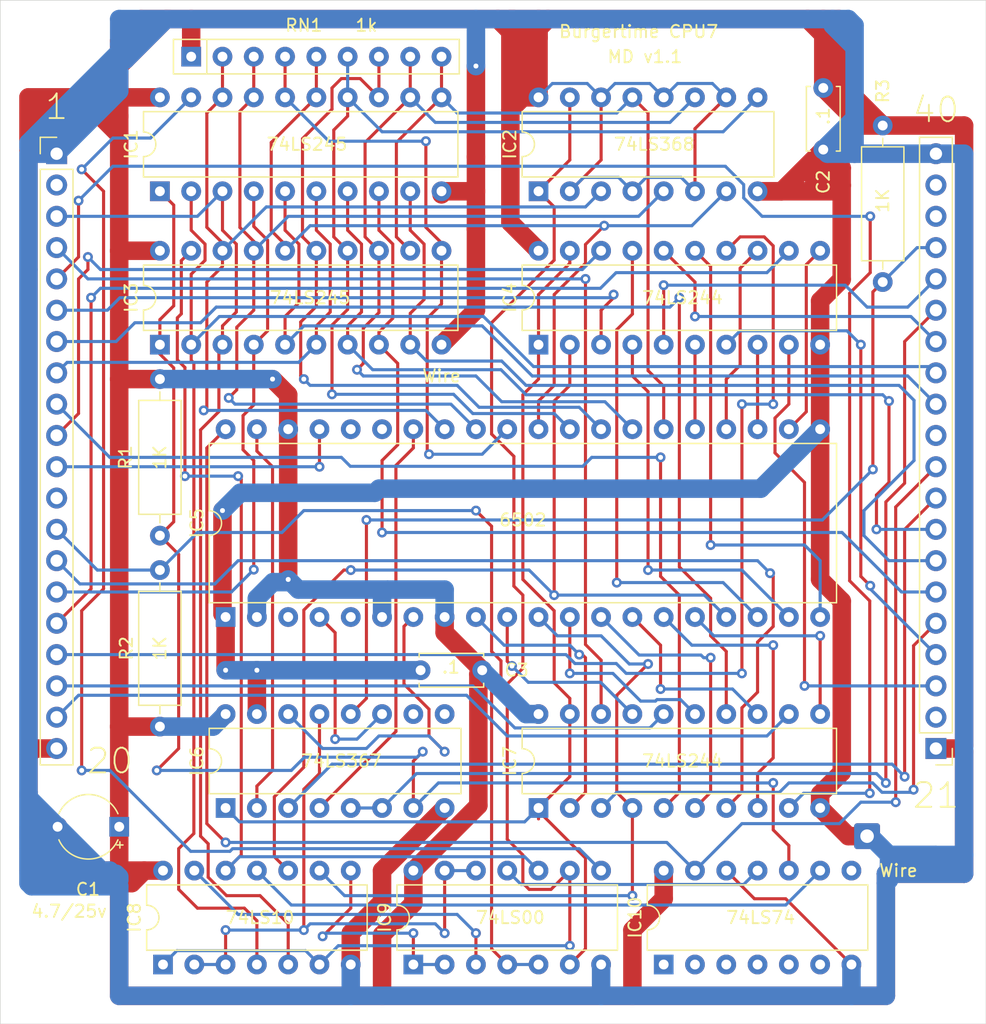
<source format=kicad_pcb>
(kicad_pcb (version 20171130) (host pcbnew 5.1.12-84ad8e8a86~92~ubuntu20.04.1)

  (general
    (thickness 1.6)
    (drawings 12)
    (tracks 963)
    (zones 0)
    (modules 20)
    (nets 84)
  )

  (page USLetter)
  (title_block
    (title "Burgertime CPU7 Module")
    (date 2022-08-04)
    (rev v1.1)
    (company "Marc Deslauriers")
  )

  (layers
    (0 F.Cu signal)
    (31 B.Cu signal)
    (32 B.Adhes user)
    (33 F.Adhes user)
    (34 B.Paste user)
    (35 F.Paste user)
    (36 B.SilkS user)
    (37 F.SilkS user)
    (38 B.Mask user)
    (39 F.Mask user)
    (40 Dwgs.User user)
    (41 Cmts.User user)
    (42 Eco1.User user)
    (43 Eco2.User user)
    (44 Edge.Cuts user)
    (45 Margin user)
    (46 B.CrtYd user)
    (47 F.CrtYd user)
    (48 B.Fab user)
    (49 F.Fab user hide)
  )

  (setup
    (last_trace_width 0.25)
    (user_trace_width 1.5)
    (trace_clearance 0.2)
    (zone_clearance 0.508)
    (zone_45_only no)
    (trace_min 0.2)
    (via_size 0.8)
    (via_drill 0.4)
    (via_min_size 0.4)
    (via_min_drill 0.3)
    (uvia_size 0.3)
    (uvia_drill 0.1)
    (uvias_allowed no)
    (uvia_min_size 0.2)
    (uvia_min_drill 0.1)
    (edge_width 0.05)
    (segment_width 0.2)
    (pcb_text_width 0.3)
    (pcb_text_size 1.5 1.5)
    (mod_edge_width 0.12)
    (mod_text_size 1 1)
    (mod_text_width 0.15)
    (pad_size 1.524 1.524)
    (pad_drill 0.762)
    (pad_to_mask_clearance 0)
    (aux_axis_origin 0 0)
    (visible_elements FFFFFF7F)
    (pcbplotparams
      (layerselection 0x010fc_ffffffff)
      (usegerberextensions true)
      (usegerberattributes false)
      (usegerberadvancedattributes false)
      (creategerberjobfile false)
      (excludeedgelayer true)
      (linewidth 0.100000)
      (plotframeref false)
      (viasonmask false)
      (mode 1)
      (useauxorigin false)
      (hpglpennumber 1)
      (hpglpenspeed 20)
      (hpglpendiameter 15.000000)
      (psnegative false)
      (psa4output false)
      (plotreference true)
      (plotvalue true)
      (plotinvisibletext false)
      (padsonsilk false)
      (subtractmaskfromsilk true)
      (outputformat 1)
      (mirror false)
      (drillshape 0)
      (scaleselection 1)
      (outputdirectory "gerbers/"))
  )

  (net 0 "")
  (net 1 GND)
  (net 2 VCC)
  (net 3 IC1OE)
  (net 4 D7)
  (net 5 "Net-(IC1-Pad18)")
  (net 6 D6)
  (net 7 "Net-(IC1-Pad17)")
  (net 8 D5)
  (net 9 "Net-(IC1-Pad16)")
  (net 10 D4)
  (net 11 "Net-(IC1-Pad15)")
  (net 12 D3)
  (net 13 "Net-(IC1-Pad14)")
  (net 14 D2)
  (net 15 "Net-(IC1-Pad13)")
  (net 16 D1)
  (net 17 "Net-(IC1-Pad12)")
  (net 18 D0)
  (net 19 "Net-(IC1-Pad11)")
  (net 20 BBRW)
  (net 21 D0D1EN)
  (net 22 IC3OE)
  (net 23 TP1INV)
  (net 24 A12)
  (net 25 A8)
  (net 26 "Net-(IC4-Pad8)")
  (net 27 "Net-(IC4-Pad17)")
  (net 28 A14)
  (net 29 A10)
  (net 30 "Net-(IC4-Pad6)")
  (net 31 "Net-(IC4-Pad15)")
  (net 32 A11)
  (net 33 A15)
  (net 34 "Net-(IC4-Pad4)")
  (net 35 "Net-(IC4-Pad13)")
  (net 36 A9)
  (net 37 A13)
  (net 38 CPUA8)
  (net 39 "Net-(IC4-Pad11)")
  (net 40 RESET)
  (net 41 CPUCLK2)
  (net 42 CLK)
  (net 43 "Net-(IC5-Pad36)")
  (net 44 "Net-(IC5-Pad16)")
  (net 45 "Net-(IC5-Pad35)")
  (net 46 "Net-(IC5-Pad15)")
  (net 47 CPURW)
  (net 48 "Net-(IC5-Pad14)")
  (net 49 "Net-(IC5-Pad13)")
  (net 50 "Net-(IC5-Pad12)")
  (net 51 CPUA2)
  (net 52 "Net-(IC5-Pad10)")
  (net 53 "Net-(IC5-Pad9)")
  (net 54 CPUSYNC)
  (net 55 "Net-(IC5-Pad5)")
  (net 56 CPUIRQ)
  (net 57 "Net-(IC5-Pad3)")
  (net 58 BRW)
  (net 59 BCPUSYNC)
  (net 60 NMI)
  (net 61 BCLK2)
  (net 62 "Net-(IC6-Pad10)")
  (net 63 "Net-(IC6-Pad9)")
  (net 64 A7)
  (net 65 A0)
  (net 66 A5)
  (net 67 A2)
  (net 68 A3)
  (net 69 A4)
  (net 70 A1)
  (net 71 A6)
  (net 72 "Net-(IC8-Pad13)")
  (net 73 "Net-(IC10-Pad9)")
  (net 74 "Net-(IC8-Pad8)")
  (net 75 TP1)
  (net 76 "Net-(IC10-Pad11)")
  (net 77 "Net-(IC10-Pad8)")
  (net 78 "Net-(J1-Pad12)")
  (net 79 "Net-(J1-Pad2)")
  (net 80 "Net-(J2-Pad19)")
  (net 81 "Net-(J2-Pad18)")
  (net 82 "Net-(J2-Pad11)")
  (net 83 "Net-(J2-Pad2)")

  (net_class Default "This is the default net class."
    (clearance 0.2)
    (trace_width 0.25)
    (via_dia 0.8)
    (via_drill 0.4)
    (uvia_dia 0.3)
    (uvia_drill 0.1)
    (add_net A0)
    (add_net A1)
    (add_net A10)
    (add_net A11)
    (add_net A12)
    (add_net A13)
    (add_net A14)
    (add_net A15)
    (add_net A2)
    (add_net A3)
    (add_net A4)
    (add_net A5)
    (add_net A6)
    (add_net A7)
    (add_net A8)
    (add_net A9)
    (add_net BBRW)
    (add_net BCLK2)
    (add_net BCPUSYNC)
    (add_net BRW)
    (add_net CLK)
    (add_net CPUA2)
    (add_net CPUA8)
    (add_net CPUCLK2)
    (add_net CPUIRQ)
    (add_net CPURW)
    (add_net CPUSYNC)
    (add_net D0)
    (add_net D0D1EN)
    (add_net D1)
    (add_net D2)
    (add_net D3)
    (add_net D4)
    (add_net D5)
    (add_net D6)
    (add_net D7)
    (add_net GND)
    (add_net IC1OE)
    (add_net IC3OE)
    (add_net NMI)
    (add_net "Net-(IC1-Pad11)")
    (add_net "Net-(IC1-Pad12)")
    (add_net "Net-(IC1-Pad13)")
    (add_net "Net-(IC1-Pad14)")
    (add_net "Net-(IC1-Pad15)")
    (add_net "Net-(IC1-Pad16)")
    (add_net "Net-(IC1-Pad17)")
    (add_net "Net-(IC1-Pad18)")
    (add_net "Net-(IC10-Pad11)")
    (add_net "Net-(IC10-Pad8)")
    (add_net "Net-(IC10-Pad9)")
    (add_net "Net-(IC4-Pad11)")
    (add_net "Net-(IC4-Pad13)")
    (add_net "Net-(IC4-Pad15)")
    (add_net "Net-(IC4-Pad17)")
    (add_net "Net-(IC4-Pad4)")
    (add_net "Net-(IC4-Pad6)")
    (add_net "Net-(IC4-Pad8)")
    (add_net "Net-(IC5-Pad10)")
    (add_net "Net-(IC5-Pad12)")
    (add_net "Net-(IC5-Pad13)")
    (add_net "Net-(IC5-Pad14)")
    (add_net "Net-(IC5-Pad15)")
    (add_net "Net-(IC5-Pad16)")
    (add_net "Net-(IC5-Pad3)")
    (add_net "Net-(IC5-Pad35)")
    (add_net "Net-(IC5-Pad36)")
    (add_net "Net-(IC5-Pad5)")
    (add_net "Net-(IC5-Pad9)")
    (add_net "Net-(IC6-Pad10)")
    (add_net "Net-(IC6-Pad9)")
    (add_net "Net-(IC8-Pad13)")
    (add_net "Net-(IC8-Pad8)")
    (add_net "Net-(J1-Pad12)")
    (add_net "Net-(J1-Pad2)")
    (add_net "Net-(J2-Pad11)")
    (add_net "Net-(J2-Pad18)")
    (add_net "Net-(J2-Pad19)")
    (add_net "Net-(J2-Pad2)")
    (add_net RESET)
    (add_net TP1)
    (add_net TP1INV)
    (add_net VCC)
  )

  (module Connector_Wire:SolderWire-0.5sqmm_1x01_D0.9mm_OD2.1mm (layer F.Cu) (tedit 5EB70B43) (tstamp 62EC3123)
    (at 172.974 123.19)
    (descr "Soldered wire connection, for a single 0.5 mm² wire, basic insulation, conductor diameter 0.9mm, outer diameter 2.1mm, size source Multi-Contact FLEXI-E 0.5 (https://ec.staubli.com/AcroFiles/Catalogues/TM_Cab-Main-11014119_(en)_hi.pdf), bend radius 3 times outer diameter, generated with kicad-footprint-generator")
    (tags "connector wire 0.5sqmm")
    (path /6078B457/6055C515)
    (attr virtual)
    (fp_text reference J3 (at 0 -2.25) (layer F.SilkS) hide
      (effects (font (size 1 1) (thickness 0.15)))
    )
    (fp_text value Wire (at 0 2.25) (layer F.Fab)
      (effects (font (size 1 1) (thickness 0.15)))
    )
    (fp_circle (center 0 0) (end 1.05 0) (layer F.Fab) (width 0.1))
    (fp_line (start -1.8 -1.55) (end -1.8 1.55) (layer F.CrtYd) (width 0.05))
    (fp_line (start -1.8 1.55) (end 1.8 1.55) (layer F.CrtYd) (width 0.05))
    (fp_line (start 1.8 1.55) (end 1.8 -1.55) (layer F.CrtYd) (width 0.05))
    (fp_line (start 1.8 -1.55) (end -1.8 -1.55) (layer F.CrtYd) (width 0.05))
    (fp_text user %R (at 0 0) (layer F.Fab)
      (effects (font (size 0.52 0.52) (thickness 0.08)))
    )
    (pad 1 thru_hole roundrect (at 0 0) (size 2.1 2.1) (drill 1.1) (layers *.Cu *.Mask) (roundrect_rratio 0.119047619047619)
      (net 1 GND))
    (model ${KISYS3DMOD}/Connector_Wire.3dshapes/SolderWire-0.5sqmm_1x01_D0.9mm_OD2.1mm.wrl
      (at (xyz 0 0 0))
      (scale (xyz 1 1 1))
      (rotate (xyz 0 0 0))
    )
  )

  (module Capacitor_THT:C_Disc_D5.0mm_W2.5mm_P5.00mm (layer F.Cu) (tedit 5AE50EF0) (tstamp 62EC31A5)
    (at 141.732 109.728 180)
    (descr "C, Disc series, Radial, pin pitch=5.00mm, , diameter*width=5*2.5mm^2, Capacitor, http://cdn-reichelt.de/documents/datenblatt/B300/DS_KERKO_TC.pdf")
    (tags "C Disc series Radial pin pitch 5.00mm  diameter 5mm width 2.5mm Capacitor")
    (path /6078B457/60A36841)
    (fp_text reference C3 (at -2.794 0) (layer F.SilkS)
      (effects (font (size 1 1) (thickness 0.15)))
    )
    (fp_text value .1 (at 2.54 0.254) (layer F.SilkS)
      (effects (font (size 1 1) (thickness 0.15)))
    )
    (fp_line (start 0 -1.25) (end 0 1.25) (layer F.Fab) (width 0.1))
    (fp_line (start 0 1.25) (end 5 1.25) (layer F.Fab) (width 0.1))
    (fp_line (start 5 1.25) (end 5 -1.25) (layer F.Fab) (width 0.1))
    (fp_line (start 5 -1.25) (end 0 -1.25) (layer F.Fab) (width 0.1))
    (fp_line (start -0.12 -1.37) (end 5.12 -1.37) (layer F.SilkS) (width 0.12))
    (fp_line (start -0.12 1.37) (end 5.12 1.37) (layer F.SilkS) (width 0.12))
    (fp_line (start -0.12 -1.37) (end -0.12 -1.055) (layer F.SilkS) (width 0.12))
    (fp_line (start -0.12 1.055) (end -0.12 1.37) (layer F.SilkS) (width 0.12))
    (fp_line (start 5.12 -1.37) (end 5.12 -1.055) (layer F.SilkS) (width 0.12))
    (fp_line (start 5.12 1.055) (end 5.12 1.37) (layer F.SilkS) (width 0.12))
    (fp_line (start -1.05 -1.5) (end -1.05 1.5) (layer F.CrtYd) (width 0.05))
    (fp_line (start -1.05 1.5) (end 6.05 1.5) (layer F.CrtYd) (width 0.05))
    (fp_line (start 6.05 1.5) (end 6.05 -1.5) (layer F.CrtYd) (width 0.05))
    (fp_line (start 6.05 -1.5) (end -1.05 -1.5) (layer F.CrtYd) (width 0.05))
    (fp_text user %R (at 2.5 0) (layer F.Fab)
      (effects (font (size 1 1) (thickness 0.15)))
    )
    (pad 2 thru_hole circle (at 5 0 180) (size 1.6 1.6) (drill 0.8) (layers *.Cu *.Mask)
      (net 1 GND))
    (pad 1 thru_hole circle (at 0 0 180) (size 1.6 1.6) (drill 0.8) (layers *.Cu *.Mask)
      (net 2 VCC))
    (model ${KISYS3DMOD}/Capacitor_THT.3dshapes/C_Disc_D5.0mm_W2.5mm_P5.00mm.wrl
      (at (xyz 0 0 0))
      (scale (xyz 1 1 1))
      (rotate (xyz 0 0 0))
    )
  )

  (module Capacitor_THT:C_Disc_D5.0mm_W2.5mm_P5.00mm (layer F.Cu) (tedit 5AE50EF0) (tstamp 62EC30EE)
    (at 169.418 62.484 270)
    (descr "C, Disc series, Radial, pin pitch=5.00mm, , diameter*width=5*2.5mm^2, Capacitor, http://cdn-reichelt.de/documents/datenblatt/B300/DS_KERKO_TC.pdf")
    (tags "C Disc series Radial pin pitch 5.00mm  diameter 5mm width 2.5mm Capacitor")
    (path /6078B457/60A37163)
    (fp_text reference C2 (at 7.62 0 90) (layer F.SilkS)
      (effects (font (size 1 1) (thickness 0.15)))
    )
    (fp_text value .1 (at 2.286 0 90) (layer F.SilkS)
      (effects (font (size 1 1) (thickness 0.15)))
    )
    (fp_line (start 0 -1.25) (end 0 1.25) (layer F.Fab) (width 0.1))
    (fp_line (start 0 1.25) (end 5 1.25) (layer F.Fab) (width 0.1))
    (fp_line (start 5 1.25) (end 5 -1.25) (layer F.Fab) (width 0.1))
    (fp_line (start 5 -1.25) (end 0 -1.25) (layer F.Fab) (width 0.1))
    (fp_line (start -0.12 -1.37) (end 5.12 -1.37) (layer F.SilkS) (width 0.12))
    (fp_line (start -0.12 1.37) (end 5.12 1.37) (layer F.SilkS) (width 0.12))
    (fp_line (start -0.12 -1.37) (end -0.12 -1.055) (layer F.SilkS) (width 0.12))
    (fp_line (start -0.12 1.055) (end -0.12 1.37) (layer F.SilkS) (width 0.12))
    (fp_line (start 5.12 -1.37) (end 5.12 -1.055) (layer F.SilkS) (width 0.12))
    (fp_line (start 5.12 1.055) (end 5.12 1.37) (layer F.SilkS) (width 0.12))
    (fp_line (start -1.05 -1.5) (end -1.05 1.5) (layer F.CrtYd) (width 0.05))
    (fp_line (start -1.05 1.5) (end 6.05 1.5) (layer F.CrtYd) (width 0.05))
    (fp_line (start 6.05 1.5) (end 6.05 -1.5) (layer F.CrtYd) (width 0.05))
    (fp_line (start 6.05 -1.5) (end -1.05 -1.5) (layer F.CrtYd) (width 0.05))
    (fp_text user %R (at 2.5 0 90) (layer F.Fab)
      (effects (font (size 1 1) (thickness 0.15)))
    )
    (pad 2 thru_hole circle (at 5 0 270) (size 1.6 1.6) (drill 0.8) (layers *.Cu *.Mask)
      (net 1 GND))
    (pad 1 thru_hole circle (at 0 0 270) (size 1.6 1.6) (drill 0.8) (layers *.Cu *.Mask)
      (net 2 VCC))
    (model ${KISYS3DMOD}/Capacitor_THT.3dshapes/C_Disc_D5.0mm_W2.5mm_P5.00mm.wrl
      (at (xyz 0 0 0))
      (scale (xyz 1 1 1))
      (rotate (xyz 0 0 0))
    )
  )

  (module Capacitor_THT:CP_Radial_Tantal_D5.0mm_P5.00mm (layer F.Cu) (tedit 5AE50EF0) (tstamp 62EC30B8)
    (at 112.268 122.428 180)
    (descr "CP, Radial_Tantal series, Radial, pin pitch=5.00mm, , diameter=5.0mm, Tantal Electrolytic Capacitor, http://cdn-reichelt.de/documents/datenblatt/B300/TANTAL-TB-Serie%23.pdf")
    (tags "CP Radial_Tantal series Radial pin pitch 5.00mm  diameter 5.0mm Tantal Electrolytic Capacitor")
    (path /6078B457/60A37E40)
    (fp_text reference C1 (at 2.54 -5.08) (layer F.SilkS)
      (effects (font (size 1 1) (thickness 0.15)))
    )
    (fp_text value 4.7/25v (at 4.064 -6.858) (layer F.SilkS)
      (effects (font (size 1 1) (thickness 0.15)))
    )
    (fp_circle (center 2.5 0) (end 5 0) (layer F.Fab) (width 0.1))
    (fp_circle (center 2.5 0) (end 6.22 0) (layer F.CrtYd) (width 0.05))
    (fp_line (start 0.366395 -1.0875) (end 0.866395 -1.0875) (layer F.Fab) (width 0.1))
    (fp_line (start 0.616395 -1.3375) (end 0.616395 -0.8375) (layer F.Fab) (width 0.1))
    (fp_line (start -0.304775 -1.475) (end 0.195225 -1.475) (layer F.SilkS) (width 0.12))
    (fp_line (start -0.054775 -1.725) (end -0.054775 -1.225) (layer F.SilkS) (width 0.12))
    (fp_text user %R (at 2.5 0) (layer F.Fab)
      (effects (font (size 1 1) (thickness 0.15)))
    )
    (fp_arc (start 2.5 0) (end 0.104003 1.06) (angle -132.27036) (layer F.SilkS) (width 0.12))
    (fp_arc (start 2.5 0) (end 0.104003 -1.06) (angle 132.27036) (layer F.SilkS) (width 0.12))
    (pad 2 thru_hole circle (at 5 0 180) (size 1.6 1.6) (drill 0.8) (layers *.Cu *.Mask)
      (net 1 GND))
    (pad 1 thru_hole rect (at 0 0 180) (size 1.6 1.6) (drill 0.8) (layers *.Cu *.Mask)
      (net 2 VCC))
    (model ${KISYS3DMOD}/Capacitor_THT.3dshapes/CP_Radial_Tantal_D5.0mm_P5.00mm.wrl
      (at (xyz 0 0 0))
      (scale (xyz 1 1 1))
      (rotate (xyz 0 0 0))
    )
  )

  (module Package_DIP:DIP-40_W15.24mm (layer F.Cu) (tedit 5A02E8C5) (tstamp 62EC3034)
    (at 120.904 105.41 90)
    (descr "40-lead though-hole mounted DIP package, row spacing 15.24 mm (600 mils)")
    (tags "THT DIP DIL PDIP 2.54mm 15.24mm 600mil")
    (path /60523EC8)
    (fp_text reference IC5 (at 7.62 -2.33 90) (layer F.SilkS)
      (effects (font (size 1 1) (thickness 0.15)))
    )
    (fp_text value 6502 (at 7.874 24.13) (layer F.SilkS)
      (effects (font (size 1 1) (thickness 0.15)))
    )
    (fp_line (start 1.255 -1.27) (end 14.985 -1.27) (layer F.Fab) (width 0.1))
    (fp_line (start 14.985 -1.27) (end 14.985 49.53) (layer F.Fab) (width 0.1))
    (fp_line (start 14.985 49.53) (end 0.255 49.53) (layer F.Fab) (width 0.1))
    (fp_line (start 0.255 49.53) (end 0.255 -0.27) (layer F.Fab) (width 0.1))
    (fp_line (start 0.255 -0.27) (end 1.255 -1.27) (layer F.Fab) (width 0.1))
    (fp_line (start 6.62 -1.33) (end 1.16 -1.33) (layer F.SilkS) (width 0.12))
    (fp_line (start 1.16 -1.33) (end 1.16 49.59) (layer F.SilkS) (width 0.12))
    (fp_line (start 1.16 49.59) (end 14.08 49.59) (layer F.SilkS) (width 0.12))
    (fp_line (start 14.08 49.59) (end 14.08 -1.33) (layer F.SilkS) (width 0.12))
    (fp_line (start 14.08 -1.33) (end 8.62 -1.33) (layer F.SilkS) (width 0.12))
    (fp_line (start -1.05 -1.55) (end -1.05 49.8) (layer F.CrtYd) (width 0.05))
    (fp_line (start -1.05 49.8) (end 16.3 49.8) (layer F.CrtYd) (width 0.05))
    (fp_line (start 16.3 49.8) (end 16.3 -1.55) (layer F.CrtYd) (width 0.05))
    (fp_line (start 16.3 -1.55) (end -1.05 -1.55) (layer F.CrtYd) (width 0.05))
    (fp_text user %R (at 7.62 24.13 90) (layer F.Fab)
      (effects (font (size 1 1) (thickness 0.15)))
    )
    (fp_arc (start 7.62 -1.33) (end 6.62 -1.33) (angle -180) (layer F.SilkS) (width 0.12))
    (pad 40 thru_hole oval (at 15.24 0 90) (size 1.6 1.6) (drill 0.8) (layers *.Cu *.Mask)
      (net 40 RESET))
    (pad 20 thru_hole oval (at 0 48.26 90) (size 1.6 1.6) (drill 0.8) (layers *.Cu *.Mask)
      (net 31 "Net-(IC4-Pad15)"))
    (pad 39 thru_hole oval (at 15.24 2.54 90) (size 1.6 1.6) (drill 0.8) (layers *.Cu *.Mask)
      (net 41 CPUCLK2))
    (pad 19 thru_hole oval (at 0 45.72 90) (size 1.6 1.6) (drill 0.8) (layers *.Cu *.Mask)
      (net 34 "Net-(IC4-Pad4)"))
    (pad 38 thru_hole oval (at 15.24 5.08 90) (size 1.6 1.6) (drill 0.8) (layers *.Cu *.Mask)
      (net 2 VCC))
    (pad 18 thru_hole oval (at 0 43.18 90) (size 1.6 1.6) (drill 0.8) (layers *.Cu *.Mask)
      (net 27 "Net-(IC4-Pad17)"))
    (pad 37 thru_hole oval (at 15.24 7.62 90) (size 1.6 1.6) (drill 0.8) (layers *.Cu *.Mask)
      (net 42 CLK))
    (pad 17 thru_hole oval (at 0 40.64 90) (size 1.6 1.6) (drill 0.8) (layers *.Cu *.Mask)
      (net 38 CPUA8))
    (pad 36 thru_hole oval (at 15.24 10.16 90) (size 1.6 1.6) (drill 0.8) (layers *.Cu *.Mask)
      (net 43 "Net-(IC5-Pad36)"))
    (pad 16 thru_hole oval (at 0 38.1 90) (size 1.6 1.6) (drill 0.8) (layers *.Cu *.Mask)
      (net 44 "Net-(IC5-Pad16)"))
    (pad 35 thru_hole oval (at 15.24 12.7 90) (size 1.6 1.6) (drill 0.8) (layers *.Cu *.Mask)
      (net 45 "Net-(IC5-Pad35)"))
    (pad 15 thru_hole oval (at 0 35.56 90) (size 1.6 1.6) (drill 0.8) (layers *.Cu *.Mask)
      (net 46 "Net-(IC5-Pad15)"))
    (pad 34 thru_hole oval (at 15.24 15.24 90) (size 1.6 1.6) (drill 0.8) (layers *.Cu *.Mask)
      (net 47 CPURW))
    (pad 14 thru_hole oval (at 0 33.02 90) (size 1.6 1.6) (drill 0.8) (layers *.Cu *.Mask)
      (net 48 "Net-(IC5-Pad14)"))
    (pad 33 thru_hole oval (at 15.24 17.78 90) (size 1.6 1.6) (drill 0.8) (layers *.Cu *.Mask)
      (net 5 "Net-(IC1-Pad18)"))
    (pad 13 thru_hole oval (at 0 30.48 90) (size 1.6 1.6) (drill 0.8) (layers *.Cu *.Mask)
      (net 49 "Net-(IC5-Pad13)"))
    (pad 32 thru_hole oval (at 15.24 20.32 90) (size 1.6 1.6) (drill 0.8) (layers *.Cu *.Mask)
      (net 7 "Net-(IC1-Pad17)"))
    (pad 12 thru_hole oval (at 0 27.94 90) (size 1.6 1.6) (drill 0.8) (layers *.Cu *.Mask)
      (net 50 "Net-(IC5-Pad12)"))
    (pad 31 thru_hole oval (at 15.24 22.86 90) (size 1.6 1.6) (drill 0.8) (layers *.Cu *.Mask)
      (net 9 "Net-(IC1-Pad16)"))
    (pad 11 thru_hole oval (at 0 25.4 90) (size 1.6 1.6) (drill 0.8) (layers *.Cu *.Mask)
      (net 51 CPUA2))
    (pad 30 thru_hole oval (at 15.24 25.4 90) (size 1.6 1.6) (drill 0.8) (layers *.Cu *.Mask)
      (net 11 "Net-(IC1-Pad15)"))
    (pad 10 thru_hole oval (at 0 22.86 90) (size 1.6 1.6) (drill 0.8) (layers *.Cu *.Mask)
      (net 52 "Net-(IC5-Pad10)"))
    (pad 29 thru_hole oval (at 15.24 27.94 90) (size 1.6 1.6) (drill 0.8) (layers *.Cu *.Mask)
      (net 13 "Net-(IC1-Pad14)"))
    (pad 9 thru_hole oval (at 0 20.32 90) (size 1.6 1.6) (drill 0.8) (layers *.Cu *.Mask)
      (net 53 "Net-(IC5-Pad9)"))
    (pad 28 thru_hole oval (at 15.24 30.48 90) (size 1.6 1.6) (drill 0.8) (layers *.Cu *.Mask)
      (net 15 "Net-(IC1-Pad13)"))
    (pad 8 thru_hole oval (at 0 17.78 90) (size 1.6 1.6) (drill 0.8) (layers *.Cu *.Mask)
      (net 2 VCC))
    (pad 27 thru_hole oval (at 15.24 33.02 90) (size 1.6 1.6) (drill 0.8) (layers *.Cu *.Mask)
      (net 17 "Net-(IC1-Pad12)"))
    (pad 7 thru_hole oval (at 0 15.24 90) (size 1.6 1.6) (drill 0.8) (layers *.Cu *.Mask)
      (net 54 CPUSYNC))
    (pad 26 thru_hole oval (at 15.24 35.56 90) (size 1.6 1.6) (drill 0.8) (layers *.Cu *.Mask)
      (net 19 "Net-(IC1-Pad11)"))
    (pad 6 thru_hole oval (at 0 12.7 90) (size 1.6 1.6) (drill 0.8) (layers *.Cu *.Mask)
      (net 2 VCC))
    (pad 25 thru_hole oval (at 15.24 38.1 90) (size 1.6 1.6) (drill 0.8) (layers *.Cu *.Mask)
      (net 30 "Net-(IC4-Pad6)"))
    (pad 5 thru_hole oval (at 0 10.16 90) (size 1.6 1.6) (drill 0.8) (layers *.Cu *.Mask)
      (net 55 "Net-(IC5-Pad5)"))
    (pad 24 thru_hole oval (at 15.24 40.64 90) (size 1.6 1.6) (drill 0.8) (layers *.Cu *.Mask)
      (net 35 "Net-(IC4-Pad13)"))
    (pad 4 thru_hole oval (at 0 7.62 90) (size 1.6 1.6) (drill 0.8) (layers *.Cu *.Mask)
      (net 56 CPUIRQ))
    (pad 23 thru_hole oval (at 15.24 43.18 90) (size 1.6 1.6) (drill 0.8) (layers *.Cu *.Mask)
      (net 26 "Net-(IC4-Pad8)"))
    (pad 3 thru_hole oval (at 0 5.08 90) (size 1.6 1.6) (drill 0.8) (layers *.Cu *.Mask)
      (net 57 "Net-(IC5-Pad3)"))
    (pad 22 thru_hole oval (at 15.24 45.72 90) (size 1.6 1.6) (drill 0.8) (layers *.Cu *.Mask)
      (net 39 "Net-(IC4-Pad11)"))
    (pad 2 thru_hole oval (at 0 2.54 90) (size 1.6 1.6) (drill 0.8) (layers *.Cu *.Mask)
      (net 2 VCC))
    (pad 21 thru_hole oval (at 15.24 48.26 90) (size 1.6 1.6) (drill 0.8) (layers *.Cu *.Mask)
      (net 1 GND))
    (pad 1 thru_hole rect (at 0 0 90) (size 1.6 1.6) (drill 0.8) (layers *.Cu *.Mask)
      (net 1 GND))
    (model ${KISYS3DMOD}/Package_DIP.3dshapes/DIP-40_W15.24mm.wrl
      (at (xyz 0 0 0))
      (scale (xyz 1 1 1))
      (rotate (xyz 0 0 0))
    )
  )

  (module Package_DIP:DIP-16_W7.62mm (layer F.Cu) (tedit 5A02E8C5) (tstamp 62EC2E0C)
    (at 146.304 70.866 90)
    (descr "16-lead though-hole mounted DIP package, row spacing 7.62 mm (300 mils)")
    (tags "THT DIP DIL PDIP 2.54mm 7.62mm 300mil")
    (path /6073EF7F)
    (fp_text reference IC2 (at 3.81 -2.33 90) (layer F.SilkS)
      (effects (font (size 1 1) (thickness 0.15)))
    )
    (fp_text value 74LS368 (at 3.81 9.398) (layer F.SilkS)
      (effects (font (size 1 1) (thickness 0.15)))
    )
    (fp_line (start 8.7 -1.55) (end -1.1 -1.55) (layer F.CrtYd) (width 0.05))
    (fp_line (start 8.7 19.3) (end 8.7 -1.55) (layer F.CrtYd) (width 0.05))
    (fp_line (start -1.1 19.3) (end 8.7 19.3) (layer F.CrtYd) (width 0.05))
    (fp_line (start -1.1 -1.55) (end -1.1 19.3) (layer F.CrtYd) (width 0.05))
    (fp_line (start 6.46 -1.33) (end 4.81 -1.33) (layer F.SilkS) (width 0.12))
    (fp_line (start 6.46 19.11) (end 6.46 -1.33) (layer F.SilkS) (width 0.12))
    (fp_line (start 1.16 19.11) (end 6.46 19.11) (layer F.SilkS) (width 0.12))
    (fp_line (start 1.16 -1.33) (end 1.16 19.11) (layer F.SilkS) (width 0.12))
    (fp_line (start 2.81 -1.33) (end 1.16 -1.33) (layer F.SilkS) (width 0.12))
    (fp_line (start 0.635 -0.27) (end 1.635 -1.27) (layer F.Fab) (width 0.1))
    (fp_line (start 0.635 19.05) (end 0.635 -0.27) (layer F.Fab) (width 0.1))
    (fp_line (start 6.985 19.05) (end 0.635 19.05) (layer F.Fab) (width 0.1))
    (fp_line (start 6.985 -1.27) (end 6.985 19.05) (layer F.Fab) (width 0.1))
    (fp_line (start 1.635 -1.27) (end 6.985 -1.27) (layer F.Fab) (width 0.1))
    (fp_text user %R (at 3.81 8.89 90) (layer F.Fab)
      (effects (font (size 1 1) (thickness 0.15)))
    )
    (fp_arc (start 3.81 -1.33) (end 2.81 -1.33) (angle -180) (layer F.SilkS) (width 0.12))
    (pad 16 thru_hole oval (at 7.62 0 90) (size 1.6 1.6) (drill 0.8) (layers *.Cu *.Mask)
      (net 2 VCC))
    (pad 8 thru_hole oval (at 0 17.78 90) (size 1.6 1.6) (drill 0.8) (layers *.Cu *.Mask)
      (net 1 GND))
    (pad 15 thru_hole oval (at 7.62 2.54 90) (size 1.6 1.6) (drill 0.8) (layers *.Cu *.Mask)
      (net 21 D0D1EN))
    (pad 7 thru_hole oval (at 0 15.24 90) (size 1.6 1.6) (drill 0.8) (layers *.Cu *.Mask)
      (net 11 "Net-(IC1-Pad15)"))
    (pad 14 thru_hole oval (at 7.62 5.08 90) (size 1.6 1.6) (drill 0.8) (layers *.Cu *.Mask)
      (net 2 VCC))
    (pad 6 thru_hole oval (at 0 12.7 90) (size 1.6 1.6) (drill 0.8) (layers *.Cu *.Mask)
      (net 2 VCC))
    (pad 13 thru_hole oval (at 7.62 7.62 90) (size 1.6 1.6) (drill 0.8) (layers *.Cu *.Mask)
      (net 19 "Net-(IC1-Pad11)"))
    (pad 5 thru_hole oval (at 0 10.16 90) (size 1.6 1.6) (drill 0.8) (layers *.Cu *.Mask)
      (net 7 "Net-(IC1-Pad17)"))
    (pad 12 thru_hole oval (at 7.62 10.16 90) (size 1.6 1.6) (drill 0.8) (layers *.Cu *.Mask)
      (net 2 VCC))
    (pad 4 thru_hole oval (at 0 7.62 90) (size 1.6 1.6) (drill 0.8) (layers *.Cu *.Mask)
      (net 2 VCC))
    (pad 11 thru_hole oval (at 7.62 12.7 90) (size 1.6 1.6) (drill 0.8) (layers *.Cu *.Mask)
      (net 17 "Net-(IC1-Pad12)"))
    (pad 3 thru_hole oval (at 0 5.08 90) (size 1.6 1.6) (drill 0.8) (layers *.Cu *.Mask)
      (net 5 "Net-(IC1-Pad18)"))
    (pad 10 thru_hole oval (at 7.62 15.24 90) (size 1.6 1.6) (drill 0.8) (layers *.Cu *.Mask)
      (net 2 VCC))
    (pad 2 thru_hole oval (at 0 2.54 90) (size 1.6 1.6) (drill 0.8) (layers *.Cu *.Mask)
      (net 2 VCC))
    (pad 9 thru_hole oval (at 7.62 17.78 90) (size 1.6 1.6) (drill 0.8) (layers *.Cu *.Mask)
      (net 13 "Net-(IC1-Pad14)"))
    (pad 1 thru_hole rect (at 0 0 90) (size 1.6 1.6) (drill 0.8) (layers *.Cu *.Mask)
      (net 21 D0D1EN))
    (model ${KISYS3DMOD}/Package_DIP.3dshapes/DIP-16_W7.62mm.wrl
      (at (xyz 0 0 0))
      (scale (xyz 1 1 1))
      (rotate (xyz 0 0 0))
    )
  )

  (module Resistor_THT:R_Array_SIP9 (layer F.Cu) (tedit 5A14249F) (tstamp 62EC315B)
    (at 118.11 59.944)
    (descr "9-pin Resistor SIP pack")
    (tags R)
    (path /6076A4E2)
    (fp_text reference RN1 (at 9.144 -2.54) (layer F.SilkS)
      (effects (font (size 1 1) (thickness 0.15)))
    )
    (fp_text value 1k (at 14.224 -2.54) (layer F.SilkS)
      (effects (font (size 1 1) (thickness 0.15)))
    )
    (fp_line (start -1.29 -1.25) (end -1.29 1.25) (layer F.Fab) (width 0.1))
    (fp_line (start -1.29 1.25) (end 21.61 1.25) (layer F.Fab) (width 0.1))
    (fp_line (start 21.61 1.25) (end 21.61 -1.25) (layer F.Fab) (width 0.1))
    (fp_line (start 21.61 -1.25) (end -1.29 -1.25) (layer F.Fab) (width 0.1))
    (fp_line (start 1.27 -1.25) (end 1.27 1.25) (layer F.Fab) (width 0.1))
    (fp_line (start -1.44 -1.4) (end -1.44 1.4) (layer F.SilkS) (width 0.12))
    (fp_line (start -1.44 1.4) (end 21.76 1.4) (layer F.SilkS) (width 0.12))
    (fp_line (start 21.76 1.4) (end 21.76 -1.4) (layer F.SilkS) (width 0.12))
    (fp_line (start 21.76 -1.4) (end -1.44 -1.4) (layer F.SilkS) (width 0.12))
    (fp_line (start 1.27 -1.4) (end 1.27 1.4) (layer F.SilkS) (width 0.12))
    (fp_line (start -1.7 -1.65) (end -1.7 1.65) (layer F.CrtYd) (width 0.05))
    (fp_line (start -1.7 1.65) (end 22.05 1.65) (layer F.CrtYd) (width 0.05))
    (fp_line (start 22.05 1.65) (end 22.05 -1.65) (layer F.CrtYd) (width 0.05))
    (fp_line (start 22.05 -1.65) (end -1.7 -1.65) (layer F.CrtYd) (width 0.05))
    (fp_text user %R (at 10.16 0) (layer F.Fab)
      (effects (font (size 1 1) (thickness 0.15)))
    )
    (pad 9 thru_hole oval (at 20.32 0) (size 1.6 1.6) (drill 0.8) (layers *.Cu *.Mask)
      (net 19 "Net-(IC1-Pad11)"))
    (pad 8 thru_hole oval (at 17.78 0) (size 1.6 1.6) (drill 0.8) (layers *.Cu *.Mask)
      (net 17 "Net-(IC1-Pad12)"))
    (pad 7 thru_hole oval (at 15.24 0) (size 1.6 1.6) (drill 0.8) (layers *.Cu *.Mask)
      (net 15 "Net-(IC1-Pad13)"))
    (pad 6 thru_hole oval (at 12.7 0) (size 1.6 1.6) (drill 0.8) (layers *.Cu *.Mask)
      (net 13 "Net-(IC1-Pad14)"))
    (pad 5 thru_hole oval (at 10.16 0) (size 1.6 1.6) (drill 0.8) (layers *.Cu *.Mask)
      (net 11 "Net-(IC1-Pad15)"))
    (pad 4 thru_hole oval (at 7.62 0) (size 1.6 1.6) (drill 0.8) (layers *.Cu *.Mask)
      (net 9 "Net-(IC1-Pad16)"))
    (pad 3 thru_hole oval (at 5.08 0) (size 1.6 1.6) (drill 0.8) (layers *.Cu *.Mask)
      (net 7 "Net-(IC1-Pad17)"))
    (pad 2 thru_hole oval (at 2.54 0) (size 1.6 1.6) (drill 0.8) (layers *.Cu *.Mask)
      (net 5 "Net-(IC1-Pad18)"))
    (pad 1 thru_hole rect (at 0 0) (size 1.6 1.6) (drill 0.8) (layers *.Cu *.Mask)
      (net 2 VCC))
    (model ${KISYS3DMOD}/Resistor_THT.3dshapes/R_Array_SIP9.wrl
      (at (xyz 0 0 0))
      (scale (xyz 1 1 1))
      (rotate (xyz 0 0 0))
    )
  )

  (module Resistor_THT:R_Axial_DIN0309_L9.0mm_D3.2mm_P12.70mm_Horizontal (layer F.Cu) (tedit 5AE5139B) (tstamp 62EC3225)
    (at 174.244 65.532 270)
    (descr "Resistor, Axial_DIN0309 series, Axial, Horizontal, pin pitch=12.7mm, 0.5W = 1/2W, length*diameter=9*3.2mm^2, http://cdn-reichelt.de/documents/datenblatt/B400/1_4W%23YAG.pdf")
    (tags "Resistor Axial_DIN0309 series Axial Horizontal pin pitch 12.7mm 0.5W = 1/2W length 9mm diameter 3.2mm")
    (path /6078B457/60A0EED0)
    (fp_text reference R3 (at -2.794 0 90) (layer F.SilkS)
      (effects (font (size 1 1) (thickness 0.15)))
    )
    (fp_text value 1K (at 6.096 0 90) (layer F.SilkS)
      (effects (font (size 1 1) (thickness 0.15)))
    )
    (fp_line (start 1.85 -1.6) (end 1.85 1.6) (layer F.Fab) (width 0.1))
    (fp_line (start 1.85 1.6) (end 10.85 1.6) (layer F.Fab) (width 0.1))
    (fp_line (start 10.85 1.6) (end 10.85 -1.6) (layer F.Fab) (width 0.1))
    (fp_line (start 10.85 -1.6) (end 1.85 -1.6) (layer F.Fab) (width 0.1))
    (fp_line (start 0 0) (end 1.85 0) (layer F.Fab) (width 0.1))
    (fp_line (start 12.7 0) (end 10.85 0) (layer F.Fab) (width 0.1))
    (fp_line (start 1.73 -1.72) (end 1.73 1.72) (layer F.SilkS) (width 0.12))
    (fp_line (start 1.73 1.72) (end 10.97 1.72) (layer F.SilkS) (width 0.12))
    (fp_line (start 10.97 1.72) (end 10.97 -1.72) (layer F.SilkS) (width 0.12))
    (fp_line (start 10.97 -1.72) (end 1.73 -1.72) (layer F.SilkS) (width 0.12))
    (fp_line (start 1.04 0) (end 1.73 0) (layer F.SilkS) (width 0.12))
    (fp_line (start 11.66 0) (end 10.97 0) (layer F.SilkS) (width 0.12))
    (fp_line (start -1.05 -1.85) (end -1.05 1.85) (layer F.CrtYd) (width 0.05))
    (fp_line (start -1.05 1.85) (end 13.75 1.85) (layer F.CrtYd) (width 0.05))
    (fp_line (start 13.75 1.85) (end 13.75 -1.85) (layer F.CrtYd) (width 0.05))
    (fp_line (start 13.75 -1.85) (end -1.05 -1.85) (layer F.CrtYd) (width 0.05))
    (fp_text user %R (at 6.35 0 90) (layer F.Fab)
      (effects (font (size 1 1) (thickness 0.15)))
    )
    (pad 2 thru_hole oval (at 12.7 0 270) (size 1.6 1.6) (drill 0.8) (layers *.Cu *.Mask)
      (net 60 NMI))
    (pad 1 thru_hole circle (at 0 0 270) (size 1.6 1.6) (drill 0.8) (layers *.Cu *.Mask)
      (net 2 VCC))
    (model ${KISYS3DMOD}/Resistor_THT.3dshapes/R_Axial_DIN0309_L9.0mm_D3.2mm_P12.70mm_Horizontal.wrl
      (at (xyz 0 0 0))
      (scale (xyz 1 1 1))
      (rotate (xyz 0 0 0))
    )
  )

  (module Resistor_THT:R_Axial_DIN0309_L9.0mm_D3.2mm_P12.70mm_Horizontal (layer F.Cu) (tedit 5AE5139B) (tstamp 62EC2EDA)
    (at 115.57 114.3 90)
    (descr "Resistor, Axial_DIN0309 series, Axial, Horizontal, pin pitch=12.7mm, 0.5W = 1/2W, length*diameter=9*3.2mm^2, http://cdn-reichelt.de/documents/datenblatt/B400/1_4W%23YAG.pdf")
    (tags "Resistor Axial_DIN0309 series Axial Horizontal pin pitch 12.7mm 0.5W = 1/2W length 9mm diameter 3.2mm")
    (path /6078B457/60D55E51)
    (fp_text reference R2 (at 6.35 -2.72 90) (layer F.SilkS)
      (effects (font (size 1 1) (thickness 0.15)))
    )
    (fp_text value 1K (at 6.35 0 90) (layer F.SilkS)
      (effects (font (size 1 1) (thickness 0.15)))
    )
    (fp_line (start 1.85 -1.6) (end 1.85 1.6) (layer F.Fab) (width 0.1))
    (fp_line (start 1.85 1.6) (end 10.85 1.6) (layer F.Fab) (width 0.1))
    (fp_line (start 10.85 1.6) (end 10.85 -1.6) (layer F.Fab) (width 0.1))
    (fp_line (start 10.85 -1.6) (end 1.85 -1.6) (layer F.Fab) (width 0.1))
    (fp_line (start 0 0) (end 1.85 0) (layer F.Fab) (width 0.1))
    (fp_line (start 12.7 0) (end 10.85 0) (layer F.Fab) (width 0.1))
    (fp_line (start 1.73 -1.72) (end 1.73 1.72) (layer F.SilkS) (width 0.12))
    (fp_line (start 1.73 1.72) (end 10.97 1.72) (layer F.SilkS) (width 0.12))
    (fp_line (start 10.97 1.72) (end 10.97 -1.72) (layer F.SilkS) (width 0.12))
    (fp_line (start 10.97 -1.72) (end 1.73 -1.72) (layer F.SilkS) (width 0.12))
    (fp_line (start 1.04 0) (end 1.73 0) (layer F.SilkS) (width 0.12))
    (fp_line (start 11.66 0) (end 10.97 0) (layer F.SilkS) (width 0.12))
    (fp_line (start -1.05 -1.85) (end -1.05 1.85) (layer F.CrtYd) (width 0.05))
    (fp_line (start -1.05 1.85) (end 13.75 1.85) (layer F.CrtYd) (width 0.05))
    (fp_line (start 13.75 1.85) (end 13.75 -1.85) (layer F.CrtYd) (width 0.05))
    (fp_line (start 13.75 -1.85) (end -1.05 -1.85) (layer F.CrtYd) (width 0.05))
    (fp_text user %R (at 6.35 0 90) (layer F.Fab)
      (effects (font (size 1 1) (thickness 0.15)))
    )
    (pad 2 thru_hole oval (at 12.7 0 90) (size 1.6 1.6) (drill 0.8) (layers *.Cu *.Mask)
      (net 75 TP1))
    (pad 1 thru_hole circle (at 0 0 90) (size 1.6 1.6) (drill 0.8) (layers *.Cu *.Mask)
      (net 2 VCC))
    (model ${KISYS3DMOD}/Resistor_THT.3dshapes/R_Axial_DIN0309_L9.0mm_D3.2mm_P12.70mm_Horizontal.wrl
      (at (xyz 0 0 0))
      (scale (xyz 1 1 1))
      (rotate (xyz 0 0 0))
    )
  )

  (module Resistor_THT:R_Axial_DIN0309_L9.0mm_D3.2mm_P12.70mm_Horizontal (layer F.Cu) (tedit 5AE5139B) (tstamp 62EC31E3)
    (at 115.57 86.106 270)
    (descr "Resistor, Axial_DIN0309 series, Axial, Horizontal, pin pitch=12.7mm, 0.5W = 1/2W, length*diameter=9*3.2mm^2, http://cdn-reichelt.de/documents/datenblatt/B400/1_4W%23YAG.pdf")
    (tags "Resistor Axial_DIN0309 series Axial Horizontal pin pitch 12.7mm 0.5W = 1/2W length 9mm diameter 3.2mm")
    (path /6078B457/60A064D6)
    (fp_text reference R1 (at 6.35 2.794 90) (layer F.SilkS)
      (effects (font (size 1 1) (thickness 0.15)))
    )
    (fp_text value 1K (at 6.35 0 90) (layer F.SilkS)
      (effects (font (size 1 1) (thickness 0.15)))
    )
    (fp_line (start 1.85 -1.6) (end 1.85 1.6) (layer F.Fab) (width 0.1))
    (fp_line (start 1.85 1.6) (end 10.85 1.6) (layer F.Fab) (width 0.1))
    (fp_line (start 10.85 1.6) (end 10.85 -1.6) (layer F.Fab) (width 0.1))
    (fp_line (start 10.85 -1.6) (end 1.85 -1.6) (layer F.Fab) (width 0.1))
    (fp_line (start 0 0) (end 1.85 0) (layer F.Fab) (width 0.1))
    (fp_line (start 12.7 0) (end 10.85 0) (layer F.Fab) (width 0.1))
    (fp_line (start 1.73 -1.72) (end 1.73 1.72) (layer F.SilkS) (width 0.12))
    (fp_line (start 1.73 1.72) (end 10.97 1.72) (layer F.SilkS) (width 0.12))
    (fp_line (start 10.97 1.72) (end 10.97 -1.72) (layer F.SilkS) (width 0.12))
    (fp_line (start 10.97 -1.72) (end 1.73 -1.72) (layer F.SilkS) (width 0.12))
    (fp_line (start 1.04 0) (end 1.73 0) (layer F.SilkS) (width 0.12))
    (fp_line (start 11.66 0) (end 10.97 0) (layer F.SilkS) (width 0.12))
    (fp_line (start -1.05 -1.85) (end -1.05 1.85) (layer F.CrtYd) (width 0.05))
    (fp_line (start -1.05 1.85) (end 13.75 1.85) (layer F.CrtYd) (width 0.05))
    (fp_line (start 13.75 1.85) (end 13.75 -1.85) (layer F.CrtYd) (width 0.05))
    (fp_line (start 13.75 -1.85) (end -1.05 -1.85) (layer F.CrtYd) (width 0.05))
    (fp_text user %R (at 6.35 0 90) (layer F.Fab)
      (effects (font (size 1 1) (thickness 0.15)))
    )
    (pad 2 thru_hole oval (at 12.7 0 270) (size 1.6 1.6) (drill 0.8) (layers *.Cu *.Mask)
      (net 20 BBRW))
    (pad 1 thru_hole circle (at 0 0 270) (size 1.6 1.6) (drill 0.8) (layers *.Cu *.Mask)
      (net 2 VCC))
    (model ${KISYS3DMOD}/Resistor_THT.3dshapes/R_Axial_DIN0309_L9.0mm_D3.2mm_P12.70mm_Horizontal.wrl
      (at (xyz 0 0 0))
      (scale (xyz 1 1 1))
      (rotate (xyz 0 0 0))
    )
  )

  (module Connector_PinHeader_2.54mm:PinHeader_1x20_P2.54mm_Vertical (layer F.Cu) (tedit 59FED5CC) (tstamp 62EC2BFD)
    (at 178.562 116.078 180)
    (descr "Through hole straight pin header, 1x20, 2.54mm pitch, single row")
    (tags "Through hole pin header THT 1x20 2.54mm single row")
    (path /6078B457/60BFD9C2)
    (fp_text reference J2 (at 0 -2.33) (layer F.SilkS) hide
      (effects (font (size 1 1) (thickness 0.15)))
    )
    (fp_text value "Pins 21-40" (at 0 50.59) (layer F.Fab)
      (effects (font (size 1 1) (thickness 0.15)))
    )
    (fp_line (start -0.635 -1.27) (end 1.27 -1.27) (layer F.Fab) (width 0.1))
    (fp_line (start 1.27 -1.27) (end 1.27 49.53) (layer F.Fab) (width 0.1))
    (fp_line (start 1.27 49.53) (end -1.27 49.53) (layer F.Fab) (width 0.1))
    (fp_line (start -1.27 49.53) (end -1.27 -0.635) (layer F.Fab) (width 0.1))
    (fp_line (start -1.27 -0.635) (end -0.635 -1.27) (layer F.Fab) (width 0.1))
    (fp_line (start -1.33 49.59) (end 1.33 49.59) (layer F.SilkS) (width 0.12))
    (fp_line (start -1.33 1.27) (end -1.33 49.59) (layer F.SilkS) (width 0.12))
    (fp_line (start 1.33 1.27) (end 1.33 49.59) (layer F.SilkS) (width 0.12))
    (fp_line (start -1.33 1.27) (end 1.33 1.27) (layer F.SilkS) (width 0.12))
    (fp_line (start -1.33 0) (end -1.33 -1.33) (layer F.SilkS) (width 0.12))
    (fp_line (start -1.33 -1.33) (end 0 -1.33) (layer F.SilkS) (width 0.12))
    (fp_line (start -1.8 -1.8) (end -1.8 50.05) (layer F.CrtYd) (width 0.05))
    (fp_line (start -1.8 50.05) (end 1.8 50.05) (layer F.CrtYd) (width 0.05))
    (fp_line (start 1.8 50.05) (end 1.8 -1.8) (layer F.CrtYd) (width 0.05))
    (fp_line (start 1.8 -1.8) (end -1.8 -1.8) (layer F.CrtYd) (width 0.05))
    (fp_text user %R (at 0 24.13 90) (layer F.Fab)
      (effects (font (size 1 1) (thickness 0.15)))
    )
    (pad 20 thru_hole oval (at 0 48.26 180) (size 1.7 1.7) (drill 1) (layers *.Cu *.Mask)
      (net 1 GND))
    (pad 19 thru_hole oval (at 0 45.72 180) (size 1.7 1.7) (drill 1) (layers *.Cu *.Mask)
      (net 80 "Net-(J2-Pad19)"))
    (pad 18 thru_hole oval (at 0 43.18 180) (size 1.7 1.7) (drill 1) (layers *.Cu *.Mask)
      (net 81 "Net-(J2-Pad18)"))
    (pad 17 thru_hole oval (at 0 40.64 180) (size 1.7 1.7) (drill 1) (layers *.Cu *.Mask)
      (net 60 NMI))
    (pad 16 thru_hole oval (at 0 38.1 180) (size 1.7 1.7) (drill 1) (layers *.Cu *.Mask)
      (net 32 A11))
    (pad 15 thru_hole oval (at 0 35.56 180) (size 1.7 1.7) (drill 1) (layers *.Cu *.Mask)
      (net 58 BRW))
    (pad 14 thru_hole oval (at 0 33.02 180) (size 1.7 1.7) (drill 1) (layers *.Cu *.Mask)
      (net 29 A10))
    (pad 13 thru_hole oval (at 0 30.48 180) (size 1.7 1.7) (drill 1) (layers *.Cu *.Mask)
      (net 18 D0))
    (pad 12 thru_hole oval (at 0 27.94 180) (size 1.7 1.7) (drill 1) (layers *.Cu *.Mask)
      (net 12 D3))
    (pad 11 thru_hole oval (at 0 25.4 180) (size 1.7 1.7) (drill 1) (layers *.Cu *.Mask)
      (net 82 "Net-(J2-Pad11)"))
    (pad 10 thru_hole oval (at 0 22.86 180) (size 1.7 1.7) (drill 1) (layers *.Cu *.Mask)
      (net 40 RESET))
    (pad 9 thru_hole oval (at 0 20.32 180) (size 1.7 1.7) (drill 1) (layers *.Cu *.Mask)
      (net 61 BCLK2))
    (pad 8 thru_hole oval (at 0 17.78 180) (size 1.7 1.7) (drill 1) (layers *.Cu *.Mask)
      (net 8 D5))
    (pad 7 thru_hole oval (at 0 15.24 180) (size 1.7 1.7) (drill 1) (layers *.Cu *.Mask)
      (net 4 D7))
    (pad 6 thru_hole oval (at 0 12.7 180) (size 1.7 1.7) (drill 1) (layers *.Cu *.Mask)
      (net 6 D6))
    (pad 5 thru_hole oval (at 0 10.16 180) (size 1.7 1.7) (drill 1) (layers *.Cu *.Mask)
      (net 70 A1))
    (pad 4 thru_hole oval (at 0 7.62 180) (size 1.7 1.7) (drill 1) (layers *.Cu *.Mask)
      (net 28 A14))
    (pad 3 thru_hole oval (at 0 5.08 180) (size 1.7 1.7) (drill 1) (layers *.Cu *.Mask)
      (net 24 A12))
    (pad 2 thru_hole oval (at 0 2.54 180) (size 1.7 1.7) (drill 1) (layers *.Cu *.Mask)
      (net 83 "Net-(J2-Pad2)"))
    (pad 1 thru_hole rect (at 0 0 180) (size 1.7 1.7) (drill 1) (layers *.Cu *.Mask)
      (net 2 VCC))
    (model ${KISYS3DMOD}/Connector_PinHeader_2.54mm.3dshapes/PinHeader_1x20_P2.54mm_Vertical.wrl
      (at (xyz 0 0 0))
      (scale (xyz 1 1 1))
      (rotate (xyz 0 0 0))
    )
  )

  (module Connector_PinHeader_2.54mm:PinHeader_1x20_P2.54mm_Vertical (layer F.Cu) (tedit 59FED5CC) (tstamp 62EC3278)
    (at 107.188 67.818)
    (descr "Through hole straight pin header, 1x20, 2.54mm pitch, single row")
    (tags "Through hole pin header THT 1x20 2.54mm single row")
    (path /6078B457/60BF9AB3)
    (fp_text reference J1 (at 0 -2.33) (layer F.SilkS) hide
      (effects (font (size 1 1) (thickness 0.15)))
    )
    (fp_text value "Pins 1-20" (at 0 50.59) (layer F.Fab)
      (effects (font (size 1 1) (thickness 0.15)))
    )
    (fp_line (start -0.635 -1.27) (end 1.27 -1.27) (layer F.Fab) (width 0.1))
    (fp_line (start 1.27 -1.27) (end 1.27 49.53) (layer F.Fab) (width 0.1))
    (fp_line (start 1.27 49.53) (end -1.27 49.53) (layer F.Fab) (width 0.1))
    (fp_line (start -1.27 49.53) (end -1.27 -0.635) (layer F.Fab) (width 0.1))
    (fp_line (start -1.27 -0.635) (end -0.635 -1.27) (layer F.Fab) (width 0.1))
    (fp_line (start -1.33 49.59) (end 1.33 49.59) (layer F.SilkS) (width 0.12))
    (fp_line (start -1.33 1.27) (end -1.33 49.59) (layer F.SilkS) (width 0.12))
    (fp_line (start 1.33 1.27) (end 1.33 49.59) (layer F.SilkS) (width 0.12))
    (fp_line (start -1.33 1.27) (end 1.33 1.27) (layer F.SilkS) (width 0.12))
    (fp_line (start -1.33 0) (end -1.33 -1.33) (layer F.SilkS) (width 0.12))
    (fp_line (start -1.33 -1.33) (end 0 -1.33) (layer F.SilkS) (width 0.12))
    (fp_line (start -1.8 -1.8) (end -1.8 50.05) (layer F.CrtYd) (width 0.05))
    (fp_line (start -1.8 50.05) (end 1.8 50.05) (layer F.CrtYd) (width 0.05))
    (fp_line (start 1.8 50.05) (end 1.8 -1.8) (layer F.CrtYd) (width 0.05))
    (fp_line (start 1.8 -1.8) (end -1.8 -1.8) (layer F.CrtYd) (width 0.05))
    (fp_text user %R (at 0 24.13 90) (layer F.Fab)
      (effects (font (size 1 1) (thickness 0.15)))
    )
    (pad 20 thru_hole oval (at 0 48.26) (size 1.7 1.7) (drill 1) (layers *.Cu *.Mask)
      (net 2 VCC))
    (pad 19 thru_hole oval (at 0 45.72) (size 1.7 1.7) (drill 1) (layers *.Cu *.Mask)
      (net 71 A6))
    (pad 18 thru_hole oval (at 0 43.18) (size 1.7 1.7) (drill 1) (layers *.Cu *.Mask)
      (net 67 A2))
    (pad 17 thru_hole oval (at 0 40.64) (size 1.7 1.7) (drill 1) (layers *.Cu *.Mask)
      (net 33 A15))
    (pad 16 thru_hole oval (at 0 38.1) (size 1.7 1.7) (drill 1) (layers *.Cu *.Mask)
      (net 37 A13))
    (pad 15 thru_hole oval (at 0 35.56) (size 1.7 1.7) (drill 1) (layers *.Cu *.Mask)
      (net 14 D2))
    (pad 14 thru_hole oval (at 0 33.02) (size 1.7 1.7) (drill 1) (layers *.Cu *.Mask)
      (net 66 A5))
    (pad 13 thru_hole oval (at 0 30.48) (size 1.7 1.7) (drill 1) (layers *.Cu *.Mask)
      (net 75 TP1))
    (pad 12 thru_hole oval (at 0 27.94) (size 1.7 1.7) (drill 1) (layers *.Cu *.Mask)
      (net 78 "Net-(J1-Pad12)"))
    (pad 11 thru_hole oval (at 0 25.4) (size 1.7 1.7) (drill 1) (layers *.Cu *.Mask)
      (net 42 CLK))
    (pad 10 thru_hole oval (at 0 22.86) (size 1.7 1.7) (drill 1) (layers *.Cu *.Mask)
      (net 25 A8))
    (pad 9 thru_hole oval (at 0 20.32) (size 1.7 1.7) (drill 1) (layers *.Cu *.Mask)
      (net 68 A3))
    (pad 8 thru_hole oval (at 0 17.78) (size 1.7 1.7) (drill 1) (layers *.Cu *.Mask)
      (net 10 D4))
    (pad 7 thru_hole oval (at 0 15.24) (size 1.7 1.7) (drill 1) (layers *.Cu *.Mask)
      (net 69 A4))
    (pad 6 thru_hole oval (at 0 12.7) (size 1.7 1.7) (drill 1) (layers *.Cu *.Mask)
      (net 36 A9))
    (pad 5 thru_hole oval (at 0 10.16) (size 1.7 1.7) (drill 1) (layers *.Cu *.Mask)
      (net 64 A7))
    (pad 4 thru_hole oval (at 0 7.62) (size 1.7 1.7) (drill 1) (layers *.Cu *.Mask)
      (net 65 A0))
    (pad 3 thru_hole oval (at 0 5.08) (size 1.7 1.7) (drill 1) (layers *.Cu *.Mask)
      (net 16 D1))
    (pad 2 thru_hole oval (at 0 2.54) (size 1.7 1.7) (drill 1) (layers *.Cu *.Mask)
      (net 79 "Net-(J1-Pad2)"))
    (pad 1 thru_hole rect (at 0 0) (size 1.7 1.7) (drill 1) (layers *.Cu *.Mask)
      (net 1 GND))
    (model ${KISYS3DMOD}/Connector_PinHeader_2.54mm.3dshapes/PinHeader_1x20_P2.54mm_Vertical.wrl
      (at (xyz 0 0 0))
      (scale (xyz 1 1 1))
      (rotate (xyz 0 0 0))
    )
  )

  (module Package_DIP:DIP-14_W7.62mm (layer F.Cu) (tedit 5A02E8C5) (tstamp 62EC2DA7)
    (at 156.464 133.604 90)
    (descr "14-lead though-hole mounted DIP package, row spacing 7.62 mm (300 mils)")
    (tags "THT DIP DIL PDIP 2.54mm 7.62mm 300mil")
    (path /6078B457/609CDC48)
    (fp_text reference IC10 (at 3.81 -2.33 90) (layer F.SilkS)
      (effects (font (size 1 1) (thickness 0.15)))
    )
    (fp_text value 74LS74 (at 3.81 7.874) (layer F.SilkS)
      (effects (font (size 1 1) (thickness 0.15)))
    )
    (fp_line (start 1.635 -1.27) (end 6.985 -1.27) (layer F.Fab) (width 0.1))
    (fp_line (start 6.985 -1.27) (end 6.985 16.51) (layer F.Fab) (width 0.1))
    (fp_line (start 6.985 16.51) (end 0.635 16.51) (layer F.Fab) (width 0.1))
    (fp_line (start 0.635 16.51) (end 0.635 -0.27) (layer F.Fab) (width 0.1))
    (fp_line (start 0.635 -0.27) (end 1.635 -1.27) (layer F.Fab) (width 0.1))
    (fp_line (start 2.81 -1.33) (end 1.16 -1.33) (layer F.SilkS) (width 0.12))
    (fp_line (start 1.16 -1.33) (end 1.16 16.57) (layer F.SilkS) (width 0.12))
    (fp_line (start 1.16 16.57) (end 6.46 16.57) (layer F.SilkS) (width 0.12))
    (fp_line (start 6.46 16.57) (end 6.46 -1.33) (layer F.SilkS) (width 0.12))
    (fp_line (start 6.46 -1.33) (end 4.81 -1.33) (layer F.SilkS) (width 0.12))
    (fp_line (start -1.1 -1.55) (end -1.1 16.8) (layer F.CrtYd) (width 0.05))
    (fp_line (start -1.1 16.8) (end 8.7 16.8) (layer F.CrtYd) (width 0.05))
    (fp_line (start 8.7 16.8) (end 8.7 -1.55) (layer F.CrtYd) (width 0.05))
    (fp_line (start 8.7 -1.55) (end -1.1 -1.55) (layer F.CrtYd) (width 0.05))
    (fp_text user %R (at 3.81 7.62 90) (layer F.Fab)
      (effects (font (size 1 1) (thickness 0.15)))
    )
    (fp_arc (start 3.81 -1.33) (end 2.81 -1.33) (angle -180) (layer F.SilkS) (width 0.12))
    (pad 14 thru_hole oval (at 7.62 0 90) (size 1.6 1.6) (drill 0.8) (layers *.Cu *.Mask)
      (net 2 VCC))
    (pad 7 thru_hole oval (at 0 15.24 90) (size 1.6 1.6) (drill 0.8) (layers *.Cu *.Mask)
      (net 1 GND))
    (pad 13 thru_hole oval (at 7.62 2.54 90) (size 1.6 1.6) (drill 0.8) (layers *.Cu *.Mask)
      (net 40 RESET))
    (pad 6 thru_hole oval (at 0 12.7 90) (size 1.6 1.6) (drill 0.8) (layers *.Cu *.Mask))
    (pad 12 thru_hole oval (at 7.62 5.08 90) (size 1.6 1.6) (drill 0.8) (layers *.Cu *.Mask)
      (net 1 GND))
    (pad 5 thru_hole oval (at 0 10.16 90) (size 1.6 1.6) (drill 0.8) (layers *.Cu *.Mask))
    (pad 11 thru_hole oval (at 7.62 7.62 90) (size 1.6 1.6) (drill 0.8) (layers *.Cu *.Mask)
      (net 76 "Net-(IC10-Pad11)"))
    (pad 4 thru_hole oval (at 0 7.62 90) (size 1.6 1.6) (drill 0.8) (layers *.Cu *.Mask))
    (pad 10 thru_hole oval (at 7.62 10.16 90) (size 1.6 1.6) (drill 0.8) (layers *.Cu *.Mask)
      (net 20 BBRW))
    (pad 3 thru_hole oval (at 0 5.08 90) (size 1.6 1.6) (drill 0.8) (layers *.Cu *.Mask))
    (pad 9 thru_hole oval (at 7.62 12.7 90) (size 1.6 1.6) (drill 0.8) (layers *.Cu *.Mask)
      (net 73 "Net-(IC10-Pad9)"))
    (pad 2 thru_hole oval (at 0 2.54 90) (size 1.6 1.6) (drill 0.8) (layers *.Cu *.Mask))
    (pad 8 thru_hole oval (at 7.62 15.24 90) (size 1.6 1.6) (drill 0.8) (layers *.Cu *.Mask)
      (net 77 "Net-(IC10-Pad8)"))
    (pad 1 thru_hole rect (at 0 0 90) (size 1.6 1.6) (drill 0.8) (layers *.Cu *.Mask))
    (model ${KISYS3DMOD}/Package_DIP.3dshapes/DIP-14_W7.62mm.wrl
      (at (xyz 0 0 0))
      (scale (xyz 1 1 1))
      (rotate (xyz 0 0 0))
    )
  )

  (module Package_DIP:DIP-14_W7.62mm (layer F.Cu) (tedit 5A02E8C5) (tstamp 62EC2D44)
    (at 136.144 133.604 90)
    (descr "14-lead though-hole mounted DIP package, row spacing 7.62 mm (300 mils)")
    (tags "THT DIP DIL PDIP 2.54mm 7.62mm 300mil")
    (path /6078B457/607BC78A)
    (fp_text reference IC9 (at 3.81 -2.33 90) (layer F.SilkS)
      (effects (font (size 1 1) (thickness 0.15)))
    )
    (fp_text value 74LS00 (at 3.81 7.874) (layer F.SilkS)
      (effects (font (size 1 1) (thickness 0.15)))
    )
    (fp_line (start 1.635 -1.27) (end 6.985 -1.27) (layer F.Fab) (width 0.1))
    (fp_line (start 6.985 -1.27) (end 6.985 16.51) (layer F.Fab) (width 0.1))
    (fp_line (start 6.985 16.51) (end 0.635 16.51) (layer F.Fab) (width 0.1))
    (fp_line (start 0.635 16.51) (end 0.635 -0.27) (layer F.Fab) (width 0.1))
    (fp_line (start 0.635 -0.27) (end 1.635 -1.27) (layer F.Fab) (width 0.1))
    (fp_line (start 2.81 -1.33) (end 1.16 -1.33) (layer F.SilkS) (width 0.12))
    (fp_line (start 1.16 -1.33) (end 1.16 16.57) (layer F.SilkS) (width 0.12))
    (fp_line (start 1.16 16.57) (end 6.46 16.57) (layer F.SilkS) (width 0.12))
    (fp_line (start 6.46 16.57) (end 6.46 -1.33) (layer F.SilkS) (width 0.12))
    (fp_line (start 6.46 -1.33) (end 4.81 -1.33) (layer F.SilkS) (width 0.12))
    (fp_line (start -1.1 -1.55) (end -1.1 16.8) (layer F.CrtYd) (width 0.05))
    (fp_line (start -1.1 16.8) (end 8.7 16.8) (layer F.CrtYd) (width 0.05))
    (fp_line (start 8.7 16.8) (end 8.7 -1.55) (layer F.CrtYd) (width 0.05))
    (fp_line (start 8.7 -1.55) (end -1.1 -1.55) (layer F.CrtYd) (width 0.05))
    (fp_text user %R (at 3.81 7.62 90) (layer F.Fab)
      (effects (font (size 1 1) (thickness 0.15)))
    )
    (fp_arc (start 3.81 -1.33) (end 2.81 -1.33) (angle -180) (layer F.SilkS) (width 0.12))
    (pad 14 thru_hole oval (at 7.62 0 90) (size 1.6 1.6) (drill 0.8) (layers *.Cu *.Mask)
      (net 2 VCC))
    (pad 7 thru_hole oval (at 0 15.24 90) (size 1.6 1.6) (drill 0.8) (layers *.Cu *.Mask)
      (net 1 GND))
    (pad 13 thru_hole oval (at 7.62 2.54 90) (size 1.6 1.6) (drill 0.8) (layers *.Cu *.Mask)
      (net 59 BCPUSYNC))
    (pad 6 thru_hole oval (at 0 12.7 90) (size 1.6 1.6) (drill 0.8) (layers *.Cu *.Mask)
      (net 23 TP1INV))
    (pad 12 thru_hole oval (at 7.62 5.08 90) (size 1.6 1.6) (drill 0.8) (layers *.Cu *.Mask)
      (net 59 BCPUSYNC))
    (pad 5 thru_hole oval (at 0 10.16 90) (size 1.6 1.6) (drill 0.8) (layers *.Cu *.Mask)
      (net 75 TP1))
    (pad 11 thru_hole oval (at 7.62 7.62 90) (size 1.6 1.6) (drill 0.8) (layers *.Cu *.Mask)
      (net 76 "Net-(IC10-Pad11)"))
    (pad 4 thru_hole oval (at 0 7.62 90) (size 1.6 1.6) (drill 0.8) (layers *.Cu *.Mask)
      (net 75 TP1))
    (pad 10 thru_hole oval (at 7.62 10.16 90) (size 1.6 1.6) (drill 0.8) (layers *.Cu *.Mask)
      (net 22 IC3OE))
    (pad 3 thru_hole oval (at 0 5.08 90) (size 1.6 1.6) (drill 0.8) (layers *.Cu *.Mask)
      (net 72 "Net-(IC8-Pad13)"))
    (pad 9 thru_hole oval (at 7.62 12.7 90) (size 1.6 1.6) (drill 0.8) (layers *.Cu *.Mask)
      (net 21 D0D1EN))
    (pad 2 thru_hole oval (at 0 2.54 90) (size 1.6 1.6) (drill 0.8) (layers *.Cu *.Mask)
      (net 74 "Net-(IC8-Pad8)"))
    (pad 8 thru_hole oval (at 7.62 15.24 90) (size 1.6 1.6) (drill 0.8) (layers *.Cu *.Mask)
      (net 3 IC1OE))
    (pad 1 thru_hole rect (at 0 0 90) (size 1.6 1.6) (drill 0.8) (layers *.Cu *.Mask)
      (net 74 "Net-(IC8-Pad8)"))
    (model ${KISYS3DMOD}/Package_DIP.3dshapes/DIP-14_W7.62mm.wrl
      (at (xyz 0 0 0))
      (scale (xyz 1 1 1))
      (rotate (xyz 0 0 0))
    )
  )

  (module Package_DIP:DIP-14_W7.62mm (layer F.Cu) (tedit 5A02E8C5) (tstamp 62EC2CE1)
    (at 115.824 133.604 90)
    (descr "14-lead though-hole mounted DIP package, row spacing 7.62 mm (300 mils)")
    (tags "THT DIP DIL PDIP 2.54mm 7.62mm 300mil")
    (path /6078B457/6099E6C7)
    (fp_text reference IC8 (at 3.81 -2.33 90) (layer F.SilkS)
      (effects (font (size 1 1) (thickness 0.15)))
    )
    (fp_text value 74LS10 (at 3.81 7.874) (layer F.SilkS)
      (effects (font (size 1 1) (thickness 0.15)))
    )
    (fp_line (start 1.635 -1.27) (end 6.985 -1.27) (layer F.Fab) (width 0.1))
    (fp_line (start 6.985 -1.27) (end 6.985 16.51) (layer F.Fab) (width 0.1))
    (fp_line (start 6.985 16.51) (end 0.635 16.51) (layer F.Fab) (width 0.1))
    (fp_line (start 0.635 16.51) (end 0.635 -0.27) (layer F.Fab) (width 0.1))
    (fp_line (start 0.635 -0.27) (end 1.635 -1.27) (layer F.Fab) (width 0.1))
    (fp_line (start 2.81 -1.33) (end 1.16 -1.33) (layer F.SilkS) (width 0.12))
    (fp_line (start 1.16 -1.33) (end 1.16 16.57) (layer F.SilkS) (width 0.12))
    (fp_line (start 1.16 16.57) (end 6.46 16.57) (layer F.SilkS) (width 0.12))
    (fp_line (start 6.46 16.57) (end 6.46 -1.33) (layer F.SilkS) (width 0.12))
    (fp_line (start 6.46 -1.33) (end 4.81 -1.33) (layer F.SilkS) (width 0.12))
    (fp_line (start -1.1 -1.55) (end -1.1 16.8) (layer F.CrtYd) (width 0.05))
    (fp_line (start -1.1 16.8) (end 8.7 16.8) (layer F.CrtYd) (width 0.05))
    (fp_line (start 8.7 16.8) (end 8.7 -1.55) (layer F.CrtYd) (width 0.05))
    (fp_line (start 8.7 -1.55) (end -1.1 -1.55) (layer F.CrtYd) (width 0.05))
    (fp_text user %R (at 3.81 7.62 90) (layer F.Fab)
      (effects (font (size 1 1) (thickness 0.15)))
    )
    (fp_arc (start 3.81 -1.33) (end 2.81 -1.33) (angle -180) (layer F.SilkS) (width 0.12))
    (pad 14 thru_hole oval (at 7.62 0 90) (size 1.6 1.6) (drill 0.8) (layers *.Cu *.Mask)
      (net 2 VCC))
    (pad 7 thru_hole oval (at 0 15.24 90) (size 1.6 1.6) (drill 0.8) (layers *.Cu *.Mask)
      (net 1 GND))
    (pad 13 thru_hole oval (at 7.62 2.54 90) (size 1.6 1.6) (drill 0.8) (layers *.Cu *.Mask)
      (net 72 "Net-(IC8-Pad13)"))
    (pad 6 thru_hole oval (at 0 12.7 90) (size 1.6 1.6) (drill 0.8) (layers *.Cu *.Mask)
      (net 21 D0D1EN))
    (pad 12 thru_hole oval (at 7.62 5.08 90) (size 1.6 1.6) (drill 0.8) (layers *.Cu *.Mask)
      (net 22 IC3OE))
    (pad 5 thru_hole oval (at 0 10.16 90) (size 1.6 1.6) (drill 0.8) (layers *.Cu *.Mask)
      (net 16 D1))
    (pad 11 thru_hole oval (at 7.62 7.62 90) (size 1.6 1.6) (drill 0.8) (layers *.Cu *.Mask)
      (net 73 "Net-(IC10-Pad9)"))
    (pad 4 thru_hole oval (at 0 7.62 90) (size 1.6 1.6) (drill 0.8) (layers *.Cu *.Mask)
      (net 18 D0))
    (pad 10 thru_hole oval (at 7.62 10.16 90) (size 1.6 1.6) (drill 0.8) (layers *.Cu *.Mask)
      (net 38 CPUA8))
    (pad 3 thru_hole oval (at 0 5.08 90) (size 1.6 1.6) (drill 0.8) (layers *.Cu *.Mask)
      (net 59 BCPUSYNC))
    (pad 9 thru_hole oval (at 7.62 12.7 90) (size 1.6 1.6) (drill 0.8) (layers *.Cu *.Mask)
      (net 51 CPUA2))
    (pad 2 thru_hole oval (at 0 2.54 90) (size 1.6 1.6) (drill 0.8) (layers *.Cu *.Mask)
      (net 59 BCPUSYNC))
    (pad 8 thru_hole oval (at 7.62 15.24 90) (size 1.6 1.6) (drill 0.8) (layers *.Cu *.Mask)
      (net 74 "Net-(IC8-Pad8)"))
    (pad 1 thru_hole rect (at 0 0 90) (size 1.6 1.6) (drill 0.8) (layers *.Cu *.Mask)
      (net 21 D0D1EN))
    (model ${KISYS3DMOD}/Package_DIP.3dshapes/DIP-14_W7.62mm.wrl
      (at (xyz 0 0 0))
      (scale (xyz 1 1 1))
      (rotate (xyz 0 0 0))
    )
  )

  (module Package_DIP:DIP-20_W7.62mm (layer F.Cu) (tedit 5A02E8C5) (tstamp 62EC2C72)
    (at 146.304 120.904 90)
    (descr "20-lead though-hole mounted DIP package, row spacing 7.62 mm (300 mils)")
    (tags "THT DIP DIL PDIP 2.54mm 7.62mm 300mil")
    (path /60532A43)
    (fp_text reference IC7 (at 3.81 -2.33 90) (layer F.SilkS)
      (effects (font (size 1 1) (thickness 0.15)))
    )
    (fp_text value 74LS244 (at 3.81 11.684) (layer F.SilkS)
      (effects (font (size 1 1) (thickness 0.15)))
    )
    (fp_line (start 1.635 -1.27) (end 6.985 -1.27) (layer F.Fab) (width 0.1))
    (fp_line (start 6.985 -1.27) (end 6.985 24.13) (layer F.Fab) (width 0.1))
    (fp_line (start 6.985 24.13) (end 0.635 24.13) (layer F.Fab) (width 0.1))
    (fp_line (start 0.635 24.13) (end 0.635 -0.27) (layer F.Fab) (width 0.1))
    (fp_line (start 0.635 -0.27) (end 1.635 -1.27) (layer F.Fab) (width 0.1))
    (fp_line (start 2.81 -1.33) (end 1.16 -1.33) (layer F.SilkS) (width 0.12))
    (fp_line (start 1.16 -1.33) (end 1.16 24.19) (layer F.SilkS) (width 0.12))
    (fp_line (start 1.16 24.19) (end 6.46 24.19) (layer F.SilkS) (width 0.12))
    (fp_line (start 6.46 24.19) (end 6.46 -1.33) (layer F.SilkS) (width 0.12))
    (fp_line (start 6.46 -1.33) (end 4.81 -1.33) (layer F.SilkS) (width 0.12))
    (fp_line (start -1.1 -1.55) (end -1.1 24.4) (layer F.CrtYd) (width 0.05))
    (fp_line (start -1.1 24.4) (end 8.7 24.4) (layer F.CrtYd) (width 0.05))
    (fp_line (start 8.7 24.4) (end 8.7 -1.55) (layer F.CrtYd) (width 0.05))
    (fp_line (start 8.7 -1.55) (end -1.1 -1.55) (layer F.CrtYd) (width 0.05))
    (fp_text user %R (at 3.81 11.43 90) (layer F.Fab)
      (effects (font (size 1 1) (thickness 0.15)))
    )
    (fp_arc (start 3.81 -1.33) (end 2.81 -1.33) (angle -180) (layer F.SilkS) (width 0.12))
    (pad 20 thru_hole oval (at 7.62 0 90) (size 1.6 1.6) (drill 0.8) (layers *.Cu *.Mask)
      (net 2 VCC))
    (pad 10 thru_hole oval (at 0 22.86 90) (size 1.6 1.6) (drill 0.8) (layers *.Cu *.Mask)
      (net 1 GND))
    (pad 19 thru_hole oval (at 7.62 2.54 90) (size 1.6 1.6) (drill 0.8) (layers *.Cu *.Mask)
      (net 23 TP1INV))
    (pad 9 thru_hole oval (at 0 20.32 90) (size 1.6 1.6) (drill 0.8) (layers *.Cu *.Mask)
      (net 64 A7))
    (pad 18 thru_hole oval (at 7.62 5.08 90) (size 1.6 1.6) (drill 0.8) (layers *.Cu *.Mask)
      (net 65 A0))
    (pad 8 thru_hole oval (at 0 17.78 90) (size 1.6 1.6) (drill 0.8) (layers *.Cu *.Mask)
      (net 46 "Net-(IC5-Pad15)"))
    (pad 17 thru_hole oval (at 7.62 7.62 90) (size 1.6 1.6) (drill 0.8) (layers *.Cu *.Mask)
      (net 52 "Net-(IC5-Pad10)"))
    (pad 7 thru_hole oval (at 0 15.24 90) (size 1.6 1.6) (drill 0.8) (layers *.Cu *.Mask)
      (net 66 A5))
    (pad 16 thru_hole oval (at 7.62 10.16 90) (size 1.6 1.6) (drill 0.8) (layers *.Cu *.Mask)
      (net 67 A2))
    (pad 6 thru_hole oval (at 0 12.7 90) (size 1.6 1.6) (drill 0.8) (layers *.Cu *.Mask)
      (net 49 "Net-(IC5-Pad13)"))
    (pad 15 thru_hole oval (at 7.62 12.7 90) (size 1.6 1.6) (drill 0.8) (layers *.Cu *.Mask)
      (net 50 "Net-(IC5-Pad12)"))
    (pad 5 thru_hole oval (at 0 10.16 90) (size 1.6 1.6) (drill 0.8) (layers *.Cu *.Mask)
      (net 68 A3))
    (pad 14 thru_hole oval (at 7.62 15.24 90) (size 1.6 1.6) (drill 0.8) (layers *.Cu *.Mask)
      (net 69 A4))
    (pad 4 thru_hole oval (at 0 7.62 90) (size 1.6 1.6) (drill 0.8) (layers *.Cu *.Mask)
      (net 51 CPUA2))
    (pad 13 thru_hole oval (at 7.62 17.78 90) (size 1.6 1.6) (drill 0.8) (layers *.Cu *.Mask)
      (net 48 "Net-(IC5-Pad14)"))
    (pad 3 thru_hole oval (at 0 5.08 90) (size 1.6 1.6) (drill 0.8) (layers *.Cu *.Mask)
      (net 70 A1))
    (pad 12 thru_hole oval (at 7.62 20.32 90) (size 1.6 1.6) (drill 0.8) (layers *.Cu *.Mask)
      (net 71 A6))
    (pad 2 thru_hole oval (at 0 2.54 90) (size 1.6 1.6) (drill 0.8) (layers *.Cu *.Mask)
      (net 53 "Net-(IC5-Pad9)"))
    (pad 11 thru_hole oval (at 7.62 22.86 90) (size 1.6 1.6) (drill 0.8) (layers *.Cu *.Mask)
      (net 44 "Net-(IC5-Pad16)"))
    (pad 1 thru_hole rect (at 0 0 90) (size 1.6 1.6) (drill 0.8) (layers *.Cu *.Mask)
      (net 23 TP1INV))
    (model ${KISYS3DMOD}/Package_DIP.3dshapes/DIP-20_W7.62mm.wrl
      (at (xyz 0 0 0))
      (scale (xyz 1 1 1))
      (rotate (xyz 0 0 0))
    )
  )

  (module Package_DIP:DIP-16_W7.62mm (layer F.Cu) (tedit 5A02E8C5) (tstamp 62EC2E7B)
    (at 120.904 120.904 90)
    (descr "16-lead though-hole mounted DIP package, row spacing 7.62 mm (300 mils)")
    (tags "THT DIP DIL PDIP 2.54mm 7.62mm 300mil")
    (path /6078B457/6079F4B2)
    (fp_text reference IC6 (at 3.81 -2.33 90) (layer F.SilkS)
      (effects (font (size 1 1) (thickness 0.15)))
    )
    (fp_text value 74LS367 (at 3.81 9.398) (layer F.SilkS)
      (effects (font (size 1 1) (thickness 0.15)))
    )
    (fp_line (start 1.635 -1.27) (end 6.985 -1.27) (layer F.Fab) (width 0.1))
    (fp_line (start 6.985 -1.27) (end 6.985 19.05) (layer F.Fab) (width 0.1))
    (fp_line (start 6.985 19.05) (end 0.635 19.05) (layer F.Fab) (width 0.1))
    (fp_line (start 0.635 19.05) (end 0.635 -0.27) (layer F.Fab) (width 0.1))
    (fp_line (start 0.635 -0.27) (end 1.635 -1.27) (layer F.Fab) (width 0.1))
    (fp_line (start 2.81 -1.33) (end 1.16 -1.33) (layer F.SilkS) (width 0.12))
    (fp_line (start 1.16 -1.33) (end 1.16 19.11) (layer F.SilkS) (width 0.12))
    (fp_line (start 1.16 19.11) (end 6.46 19.11) (layer F.SilkS) (width 0.12))
    (fp_line (start 6.46 19.11) (end 6.46 -1.33) (layer F.SilkS) (width 0.12))
    (fp_line (start 6.46 -1.33) (end 4.81 -1.33) (layer F.SilkS) (width 0.12))
    (fp_line (start -1.1 -1.55) (end -1.1 19.3) (layer F.CrtYd) (width 0.05))
    (fp_line (start -1.1 19.3) (end 8.7 19.3) (layer F.CrtYd) (width 0.05))
    (fp_line (start 8.7 19.3) (end 8.7 -1.55) (layer F.CrtYd) (width 0.05))
    (fp_line (start 8.7 -1.55) (end -1.1 -1.55) (layer F.CrtYd) (width 0.05))
    (fp_text user %R (at 3.81 8.89 90) (layer F.Fab)
      (effects (font (size 1 1) (thickness 0.15)))
    )
    (fp_arc (start 3.81 -1.33) (end 2.81 -1.33) (angle -180) (layer F.SilkS) (width 0.12))
    (pad 16 thru_hole oval (at 7.62 0 90) (size 1.6 1.6) (drill 0.8) (layers *.Cu *.Mask)
      (net 2 VCC))
    (pad 8 thru_hole oval (at 0 17.78 90) (size 1.6 1.6) (drill 0.8) (layers *.Cu *.Mask)
      (net 1 GND))
    (pad 15 thru_hole oval (at 7.62 2.54 90) (size 1.6 1.6) (drill 0.8) (layers *.Cu *.Mask)
      (net 1 GND))
    (pad 7 thru_hole oval (at 0 15.24 90) (size 1.6 1.6) (drill 0.8) (layers *.Cu *.Mask)
      (net 20 BBRW))
    (pad 14 thru_hole oval (at 7.62 5.08 90) (size 1.6 1.6) (drill 0.8) (layers *.Cu *.Mask)
      (net 54 CPUSYNC))
    (pad 6 thru_hole oval (at 0 12.7 90) (size 1.6 1.6) (drill 0.8) (layers *.Cu *.Mask)
      (net 58 BRW))
    (pad 13 thru_hole oval (at 7.62 7.62 90) (size 1.6 1.6) (drill 0.8) (layers *.Cu *.Mask)
      (net 59 BCPUSYNC))
    (pad 5 thru_hole oval (at 0 10.16 90) (size 1.6 1.6) (drill 0.8) (layers *.Cu *.Mask)
      (net 58 BRW))
    (pad 12 thru_hole oval (at 7.62 10.16 90) (size 1.6 1.6) (drill 0.8) (layers *.Cu *.Mask)
      (net 60 NMI))
    (pad 4 thru_hole oval (at 0 7.62 90) (size 1.6 1.6) (drill 0.8) (layers *.Cu *.Mask)
      (net 47 CPURW))
    (pad 11 thru_hole oval (at 7.62 12.7 90) (size 1.6 1.6) (drill 0.8) (layers *.Cu *.Mask)
      (net 56 CPUIRQ))
    (pad 3 thru_hole oval (at 0 5.08 90) (size 1.6 1.6) (drill 0.8) (layers *.Cu *.Mask)
      (net 61 BCLK2))
    (pad 10 thru_hole oval (at 7.62 15.24 90) (size 1.6 1.6) (drill 0.8) (layers *.Cu *.Mask)
      (net 62 "Net-(IC6-Pad10)"))
    (pad 2 thru_hole oval (at 0 2.54 90) (size 1.6 1.6) (drill 0.8) (layers *.Cu *.Mask)
      (net 41 CPUCLK2))
    (pad 9 thru_hole oval (at 7.62 17.78 90) (size 1.6 1.6) (drill 0.8) (layers *.Cu *.Mask)
      (net 63 "Net-(IC6-Pad9)"))
    (pad 1 thru_hole rect (at 0 0 90) (size 1.6 1.6) (drill 0.8) (layers *.Cu *.Mask)
      (net 23 TP1INV))
    (model ${KISYS3DMOD}/Package_DIP.3dshapes/DIP-16_W7.62mm.wrl
      (at (xyz 0 0 0))
      (scale (xyz 1 1 1))
      (rotate (xyz 0 0 0))
    )
  )

  (module Package_DIP:DIP-20_W7.62mm (layer F.Cu) (tedit 5A02E8C5) (tstamp 62EC2FA2)
    (at 146.304 83.312 90)
    (descr "20-lead though-hole mounted DIP package, row spacing 7.62 mm (300 mils)")
    (tags "THT DIP DIL PDIP 2.54mm 7.62mm 300mil")
    (path /6058200E)
    (fp_text reference IC4 (at 3.81 -2.33 90) (layer F.SilkS)
      (effects (font (size 1 1) (thickness 0.15)))
    )
    (fp_text value 74LS244 (at 3.81 11.684) (layer F.SilkS)
      (effects (font (size 1 1) (thickness 0.15)))
    )
    (fp_line (start 1.635 -1.27) (end 6.985 -1.27) (layer F.Fab) (width 0.1))
    (fp_line (start 6.985 -1.27) (end 6.985 24.13) (layer F.Fab) (width 0.1))
    (fp_line (start 6.985 24.13) (end 0.635 24.13) (layer F.Fab) (width 0.1))
    (fp_line (start 0.635 24.13) (end 0.635 -0.27) (layer F.Fab) (width 0.1))
    (fp_line (start 0.635 -0.27) (end 1.635 -1.27) (layer F.Fab) (width 0.1))
    (fp_line (start 2.81 -1.33) (end 1.16 -1.33) (layer F.SilkS) (width 0.12))
    (fp_line (start 1.16 -1.33) (end 1.16 24.19) (layer F.SilkS) (width 0.12))
    (fp_line (start 1.16 24.19) (end 6.46 24.19) (layer F.SilkS) (width 0.12))
    (fp_line (start 6.46 24.19) (end 6.46 -1.33) (layer F.SilkS) (width 0.12))
    (fp_line (start 6.46 -1.33) (end 4.81 -1.33) (layer F.SilkS) (width 0.12))
    (fp_line (start -1.1 -1.55) (end -1.1 24.4) (layer F.CrtYd) (width 0.05))
    (fp_line (start -1.1 24.4) (end 8.7 24.4) (layer F.CrtYd) (width 0.05))
    (fp_line (start 8.7 24.4) (end 8.7 -1.55) (layer F.CrtYd) (width 0.05))
    (fp_line (start 8.7 -1.55) (end -1.1 -1.55) (layer F.CrtYd) (width 0.05))
    (fp_text user %R (at 3.81 11.43 90) (layer F.Fab)
      (effects (font (size 1 1) (thickness 0.15)))
    )
    (fp_arc (start 3.81 -1.33) (end 2.81 -1.33) (angle -180) (layer F.SilkS) (width 0.12))
    (pad 20 thru_hole oval (at 7.62 0 90) (size 1.6 1.6) (drill 0.8) (layers *.Cu *.Mask)
      (net 2 VCC))
    (pad 10 thru_hole oval (at 0 22.86 90) (size 1.6 1.6) (drill 0.8) (layers *.Cu *.Mask)
      (net 1 GND))
    (pad 19 thru_hole oval (at 7.62 2.54 90) (size 1.6 1.6) (drill 0.8) (layers *.Cu *.Mask)
      (net 23 TP1INV))
    (pad 9 thru_hole oval (at 0 20.32 90) (size 1.6 1.6) (drill 0.8) (layers *.Cu *.Mask)
      (net 24 A12))
    (pad 18 thru_hole oval (at 7.62 5.08 90) (size 1.6 1.6) (drill 0.8) (layers *.Cu *.Mask)
      (net 25 A8))
    (pad 8 thru_hole oval (at 0 17.78 90) (size 1.6 1.6) (drill 0.8) (layers *.Cu *.Mask)
      (net 26 "Net-(IC4-Pad8)"))
    (pad 17 thru_hole oval (at 7.62 7.62 90) (size 1.6 1.6) (drill 0.8) (layers *.Cu *.Mask)
      (net 27 "Net-(IC4-Pad17)"))
    (pad 7 thru_hole oval (at 0 15.24 90) (size 1.6 1.6) (drill 0.8) (layers *.Cu *.Mask)
      (net 28 A14))
    (pad 16 thru_hole oval (at 7.62 10.16 90) (size 1.6 1.6) (drill 0.8) (layers *.Cu *.Mask)
      (net 29 A10))
    (pad 6 thru_hole oval (at 0 12.7 90) (size 1.6 1.6) (drill 0.8) (layers *.Cu *.Mask)
      (net 30 "Net-(IC4-Pad6)"))
    (pad 15 thru_hole oval (at 7.62 12.7 90) (size 1.6 1.6) (drill 0.8) (layers *.Cu *.Mask)
      (net 31 "Net-(IC4-Pad15)"))
    (pad 5 thru_hole oval (at 0 10.16 90) (size 1.6 1.6) (drill 0.8) (layers *.Cu *.Mask)
      (net 32 A11))
    (pad 14 thru_hole oval (at 7.62 15.24 90) (size 1.6 1.6) (drill 0.8) (layers *.Cu *.Mask)
      (net 33 A15))
    (pad 4 thru_hole oval (at 0 7.62 90) (size 1.6 1.6) (drill 0.8) (layers *.Cu *.Mask)
      (net 34 "Net-(IC4-Pad4)"))
    (pad 13 thru_hole oval (at 7.62 17.78 90) (size 1.6 1.6) (drill 0.8) (layers *.Cu *.Mask)
      (net 35 "Net-(IC4-Pad13)"))
    (pad 3 thru_hole oval (at 0 5.08 90) (size 1.6 1.6) (drill 0.8) (layers *.Cu *.Mask)
      (net 36 A9))
    (pad 12 thru_hole oval (at 7.62 20.32 90) (size 1.6 1.6) (drill 0.8) (layers *.Cu *.Mask)
      (net 37 A13))
    (pad 2 thru_hole oval (at 0 2.54 90) (size 1.6 1.6) (drill 0.8) (layers *.Cu *.Mask)
      (net 38 CPUA8))
    (pad 11 thru_hole oval (at 7.62 22.86 90) (size 1.6 1.6) (drill 0.8) (layers *.Cu *.Mask)
      (net 39 "Net-(IC4-Pad11)"))
    (pad 1 thru_hole rect (at 0 0 90) (size 1.6 1.6) (drill 0.8) (layers *.Cu *.Mask)
      (net 23 TP1INV))
    (model ${KISYS3DMOD}/Package_DIP.3dshapes/DIP-20_W7.62mm.wrl
      (at (xyz 0 0 0))
      (scale (xyz 1 1 1))
      (rotate (xyz 0 0 0))
    )
  )

  (module Package_DIP:DIP-20_W7.62mm (layer F.Cu) (tedit 5A02E8C5) (tstamp 62EC2B88)
    (at 115.57 83.312 90)
    (descr "20-lead though-hole mounted DIP package, row spacing 7.62 mm (300 mils)")
    (tags "THT DIP DIL PDIP 2.54mm 7.62mm 300mil")
    (path /606D52E9)
    (fp_text reference IC3 (at 3.81 -2.33 90) (layer F.SilkS)
      (effects (font (size 1 1) (thickness 0.15)))
    )
    (fp_text value 74LS245 (at 3.81 12.192) (layer F.SilkS)
      (effects (font (size 1 1) (thickness 0.15)))
    )
    (fp_line (start 1.635 -1.27) (end 6.985 -1.27) (layer F.Fab) (width 0.1))
    (fp_line (start 6.985 -1.27) (end 6.985 24.13) (layer F.Fab) (width 0.1))
    (fp_line (start 6.985 24.13) (end 0.635 24.13) (layer F.Fab) (width 0.1))
    (fp_line (start 0.635 24.13) (end 0.635 -0.27) (layer F.Fab) (width 0.1))
    (fp_line (start 0.635 -0.27) (end 1.635 -1.27) (layer F.Fab) (width 0.1))
    (fp_line (start 2.81 -1.33) (end 1.16 -1.33) (layer F.SilkS) (width 0.12))
    (fp_line (start 1.16 -1.33) (end 1.16 24.19) (layer F.SilkS) (width 0.12))
    (fp_line (start 1.16 24.19) (end 6.46 24.19) (layer F.SilkS) (width 0.12))
    (fp_line (start 6.46 24.19) (end 6.46 -1.33) (layer F.SilkS) (width 0.12))
    (fp_line (start 6.46 -1.33) (end 4.81 -1.33) (layer F.SilkS) (width 0.12))
    (fp_line (start -1.1 -1.55) (end -1.1 24.4) (layer F.CrtYd) (width 0.05))
    (fp_line (start -1.1 24.4) (end 8.7 24.4) (layer F.CrtYd) (width 0.05))
    (fp_line (start 8.7 24.4) (end 8.7 -1.55) (layer F.CrtYd) (width 0.05))
    (fp_line (start 8.7 -1.55) (end -1.1 -1.55) (layer F.CrtYd) (width 0.05))
    (fp_text user %R (at 3.81 11.43 90) (layer F.Fab)
      (effects (font (size 1 1) (thickness 0.15)))
    )
    (fp_arc (start 3.81 -1.33) (end 2.81 -1.33) (angle -180) (layer F.SilkS) (width 0.12))
    (pad 20 thru_hole oval (at 7.62 0 90) (size 1.6 1.6) (drill 0.8) (layers *.Cu *.Mask)
      (net 2 VCC))
    (pad 10 thru_hole oval (at 0 22.86 90) (size 1.6 1.6) (drill 0.8) (layers *.Cu *.Mask)
      (net 1 GND))
    (pad 19 thru_hole oval (at 7.62 2.54 90) (size 1.6 1.6) (drill 0.8) (layers *.Cu *.Mask)
      (net 22 IC3OE))
    (pad 9 thru_hole oval (at 0 20.32 90) (size 1.6 1.6) (drill 0.8) (layers *.Cu *.Mask)
      (net 4 D7))
    (pad 18 thru_hole oval (at 7.62 5.08 90) (size 1.6 1.6) (drill 0.8) (layers *.Cu *.Mask)
      (net 5 "Net-(IC1-Pad18)"))
    (pad 8 thru_hole oval (at 0 17.78 90) (size 1.6 1.6) (drill 0.8) (layers *.Cu *.Mask)
      (net 6 D6))
    (pad 17 thru_hole oval (at 7.62 7.62 90) (size 1.6 1.6) (drill 0.8) (layers *.Cu *.Mask)
      (net 7 "Net-(IC1-Pad17)"))
    (pad 7 thru_hole oval (at 0 15.24 90) (size 1.6 1.6) (drill 0.8) (layers *.Cu *.Mask)
      (net 8 D5))
    (pad 16 thru_hole oval (at 7.62 10.16 90) (size 1.6 1.6) (drill 0.8) (layers *.Cu *.Mask)
      (net 11 "Net-(IC1-Pad15)"))
    (pad 6 thru_hole oval (at 0 12.7 90) (size 1.6 1.6) (drill 0.8) (layers *.Cu *.Mask)
      (net 10 D4))
    (pad 15 thru_hole oval (at 7.62 12.7 90) (size 1.6 1.6) (drill 0.8) (layers *.Cu *.Mask)
      (net 15 "Net-(IC1-Pad13)"))
    (pad 5 thru_hole oval (at 0 10.16 90) (size 1.6 1.6) (drill 0.8) (layers *.Cu *.Mask)
      (net 12 D3))
    (pad 14 thru_hole oval (at 7.62 15.24 90) (size 1.6 1.6) (drill 0.8) (layers *.Cu *.Mask)
      (net 13 "Net-(IC1-Pad14)"))
    (pad 4 thru_hole oval (at 0 7.62 90) (size 1.6 1.6) (drill 0.8) (layers *.Cu *.Mask)
      (net 14 D2))
    (pad 13 thru_hole oval (at 7.62 17.78 90) (size 1.6 1.6) (drill 0.8) (layers *.Cu *.Mask)
      (net 17 "Net-(IC1-Pad12)"))
    (pad 3 thru_hole oval (at 0 5.08 90) (size 1.6 1.6) (drill 0.8) (layers *.Cu *.Mask)
      (net 16 D1))
    (pad 12 thru_hole oval (at 7.62 20.32 90) (size 1.6 1.6) (drill 0.8) (layers *.Cu *.Mask)
      (net 19 "Net-(IC1-Pad11)"))
    (pad 2 thru_hole oval (at 0 2.54 90) (size 1.6 1.6) (drill 0.8) (layers *.Cu *.Mask)
      (net 18 D0))
    (pad 11 thru_hole oval (at 7.62 22.86 90) (size 1.6 1.6) (drill 0.8) (layers *.Cu *.Mask)
      (net 9 "Net-(IC1-Pad16)"))
    (pad 1 thru_hole rect (at 0 0 90) (size 1.6 1.6) (drill 0.8) (layers *.Cu *.Mask)
      (net 20 BBRW))
    (model ${KISYS3DMOD}/Package_DIP.3dshapes/DIP-20_W7.62mm.wrl
      (at (xyz 0 0 0))
      (scale (xyz 1 1 1))
      (rotate (xyz 0 0 0))
    )
  )

  (module Package_DIP:DIP-20_W7.62mm (layer F.Cu) (tedit 5A02E8C5) (tstamp 62EC2F2D)
    (at 115.57 70.866 90)
    (descr "20-lead though-hole mounted DIP package, row spacing 7.62 mm (300 mils)")
    (tags "THT DIP DIL PDIP 2.54mm 7.62mm 300mil")
    (path /6061AB45)
    (fp_text reference IC1 (at 3.81 -2.33 90) (layer F.SilkS)
      (effects (font (size 1 1) (thickness 0.15)))
    )
    (fp_text value 74LS245 (at 3.81 11.938 180) (layer F.SilkS)
      (effects (font (size 1 1) (thickness 0.15)))
    )
    (fp_line (start 1.635 -1.27) (end 6.985 -1.27) (layer F.Fab) (width 0.1))
    (fp_line (start 6.985 -1.27) (end 6.985 24.13) (layer F.Fab) (width 0.1))
    (fp_line (start 6.985 24.13) (end 0.635 24.13) (layer F.Fab) (width 0.1))
    (fp_line (start 0.635 24.13) (end 0.635 -0.27) (layer F.Fab) (width 0.1))
    (fp_line (start 0.635 -0.27) (end 1.635 -1.27) (layer F.Fab) (width 0.1))
    (fp_line (start 2.81 -1.33) (end 1.16 -1.33) (layer F.SilkS) (width 0.12))
    (fp_line (start 1.16 -1.33) (end 1.16 24.19) (layer F.SilkS) (width 0.12))
    (fp_line (start 1.16 24.19) (end 6.46 24.19) (layer F.SilkS) (width 0.12))
    (fp_line (start 6.46 24.19) (end 6.46 -1.33) (layer F.SilkS) (width 0.12))
    (fp_line (start 6.46 -1.33) (end 4.81 -1.33) (layer F.SilkS) (width 0.12))
    (fp_line (start -1.1 -1.55) (end -1.1 24.4) (layer F.CrtYd) (width 0.05))
    (fp_line (start -1.1 24.4) (end 8.7 24.4) (layer F.CrtYd) (width 0.05))
    (fp_line (start 8.7 24.4) (end 8.7 -1.55) (layer F.CrtYd) (width 0.05))
    (fp_line (start 8.7 -1.55) (end -1.1 -1.55) (layer F.CrtYd) (width 0.05))
    (fp_text user %R (at 3.81 11.43 90) (layer F.Fab)
      (effects (font (size 1 1) (thickness 0.15)))
    )
    (fp_arc (start 3.81 -1.33) (end 2.81 -1.33) (angle -180) (layer F.SilkS) (width 0.12))
    (pad 20 thru_hole oval (at 7.62 0 90) (size 1.6 1.6) (drill 0.8) (layers *.Cu *.Mask)
      (net 2 VCC))
    (pad 10 thru_hole oval (at 0 22.86 90) (size 1.6 1.6) (drill 0.8) (layers *.Cu *.Mask)
      (net 1 GND))
    (pad 19 thru_hole oval (at 7.62 2.54 90) (size 1.6 1.6) (drill 0.8) (layers *.Cu *.Mask)
      (net 3 IC1OE))
    (pad 9 thru_hole oval (at 0 20.32 90) (size 1.6 1.6) (drill 0.8) (layers *.Cu *.Mask)
      (net 4 D7))
    (pad 18 thru_hole oval (at 7.62 5.08 90) (size 1.6 1.6) (drill 0.8) (layers *.Cu *.Mask)
      (net 5 "Net-(IC1-Pad18)"))
    (pad 8 thru_hole oval (at 0 17.78 90) (size 1.6 1.6) (drill 0.8) (layers *.Cu *.Mask)
      (net 6 D6))
    (pad 17 thru_hole oval (at 7.62 7.62 90) (size 1.6 1.6) (drill 0.8) (layers *.Cu *.Mask)
      (net 7 "Net-(IC1-Pad17)"))
    (pad 7 thru_hole oval (at 0 15.24 90) (size 1.6 1.6) (drill 0.8) (layers *.Cu *.Mask)
      (net 8 D5))
    (pad 16 thru_hole oval (at 7.62 10.16 90) (size 1.6 1.6) (drill 0.8) (layers *.Cu *.Mask)
      (net 9 "Net-(IC1-Pad16)"))
    (pad 6 thru_hole oval (at 0 12.7 90) (size 1.6 1.6) (drill 0.8) (layers *.Cu *.Mask)
      (net 10 D4))
    (pad 15 thru_hole oval (at 7.62 12.7 90) (size 1.6 1.6) (drill 0.8) (layers *.Cu *.Mask)
      (net 11 "Net-(IC1-Pad15)"))
    (pad 5 thru_hole oval (at 0 10.16 90) (size 1.6 1.6) (drill 0.8) (layers *.Cu *.Mask)
      (net 12 D3))
    (pad 14 thru_hole oval (at 7.62 15.24 90) (size 1.6 1.6) (drill 0.8) (layers *.Cu *.Mask)
      (net 13 "Net-(IC1-Pad14)"))
    (pad 4 thru_hole oval (at 0 7.62 90) (size 1.6 1.6) (drill 0.8) (layers *.Cu *.Mask)
      (net 14 D2))
    (pad 13 thru_hole oval (at 7.62 17.78 90) (size 1.6 1.6) (drill 0.8) (layers *.Cu *.Mask)
      (net 15 "Net-(IC1-Pad13)"))
    (pad 3 thru_hole oval (at 0 5.08 90) (size 1.6 1.6) (drill 0.8) (layers *.Cu *.Mask)
      (net 16 D1))
    (pad 12 thru_hole oval (at 7.62 20.32 90) (size 1.6 1.6) (drill 0.8) (layers *.Cu *.Mask)
      (net 17 "Net-(IC1-Pad12)"))
    (pad 2 thru_hole oval (at 0 2.54 90) (size 1.6 1.6) (drill 0.8) (layers *.Cu *.Mask)
      (net 18 D0))
    (pad 11 thru_hole oval (at 7.62 22.86 90) (size 1.6 1.6) (drill 0.8) (layers *.Cu *.Mask)
      (net 19 "Net-(IC1-Pad11)"))
    (pad 1 thru_hole rect (at 0 0 90) (size 1.6 1.6) (drill 0.8) (layers *.Cu *.Mask)
      (net 20 BBRW))
    (model ${KISYS3DMOD}/Package_DIP.3dshapes/DIP-20_W7.62mm.wrl
      (at (xyz 0 0 0))
      (scale (xyz 1 1 1))
      (rotate (xyz 0 0 0))
    )
  )

  (gr_text "MD v1.1" (at 154.94 59.944) (layer F.SilkS) (tstamp 62EC2EC2)
    (effects (font (size 1 1) (thickness 0.15)))
  )
  (gr_text "Burgertime CPU7" (at 154.432 57.912) (layer F.SilkS) (tstamp 62EC30D5)
    (effects (font (size 1 1) (thickness 0.15)))
  )
  (gr_text Wire (at 138.43 85.852) (layer F.SilkS) (tstamp 62EC30D8)
    (effects (font (size 1 1) (thickness 0.15)))
  )
  (gr_text Wire (at 175.514 125.984) (layer F.SilkS) (tstamp 62EC3138)
    (effects (font (size 1 1) (thickness 0.15)))
  )
  (gr_text 21 (at 178.562 119.888) (layer F.SilkS) (tstamp 62EC313B)
    (effects (font (size 2 2) (thickness 0.15)))
  )
  (gr_text 40 (at 178.562 64.262) (layer F.SilkS) (tstamp 62EC2FF7)
    (effects (font (size 2 2) (thickness 0.15)))
  )
  (gr_text 20 (at 111.506 117.094) (layer F.SilkS) (tstamp 62EC2E53)
    (effects (font (size 2 2) (thickness 0.15)))
  )
  (gr_text 1 (at 107.188 64.008) (layer F.SilkS) (tstamp 62EC2E56)
    (effects (font (size 2 2) (thickness 0.15)))
  )
  (gr_line (start 102.616 138.43) (end 102.616 55.372) (layer Edge.Cuts) (width 0.05) (tstamp 62EC2FF1))
  (gr_line (start 182.626 138.43) (end 102.616 138.43) (layer Edge.Cuts) (width 0.05) (tstamp 62EC3117))
  (gr_line (start 182.626 55.372) (end 182.626 138.43) (layer Edge.Cuts) (width 0.05) (tstamp 62EC313E))
  (gr_line (start 102.616 55.372) (end 182.626 55.372) (layer Edge.Cuts) (width 0.05) (tstamp 62EC2FF4))

  (segment (start 123.444 113.284) (end 123.444 109.728) (width 1.5) (layer F.Cu) (net 1))
  (via (at 123.444 109.728) (size 0.8) (drill 0.4) (layers F.Cu B.Cu) (net 1))
  (segment (start 123.444 109.728) (end 120.904 109.728) (width 1.5) (layer B.Cu) (net 1))
  (via (at 120.904 109.728) (size 0.8) (drill 0.4) (layers F.Cu B.Cu) (net 1))
  (segment (start 120.904 109.728) (end 120.904 105.41) (width 1.5) (layer F.Cu) (net 1))
  (segment (start 123.444 109.728) (end 136.732 109.728) (width 1.5) (layer B.Cu) (net 1))
  (segment (start 104.902 122.428) (end 107.268 122.428) (width 1.5) (layer B.Cu) (net 1))
  (segment (start 131.064 136.144) (end 131.064 133.604) (width 1.5) (layer B.Cu) (net 1))
  (segment (start 131.064 136.144) (end 151.384 136.144) (width 1.5) (layer B.Cu) (net 1))
  (segment (start 151.384 136.144) (end 151.384 133.604) (width 1.5) (layer B.Cu) (net 1))
  (segment (start 151.384 136.144) (end 171.704 136.144) (width 1.5) (layer B.Cu) (net 1))
  (segment (start 171.704 136.144) (end 171.704 133.604) (width 1.5) (layer B.Cu) (net 1))
  (segment (start 169.752 67.818) (end 169.418 67.484) (width 1.5) (layer B.Cu) (net 1))
  (segment (start 178.562 67.818) (end 171.958 67.818) (width 1.5) (layer B.Cu) (net 1))
  (segment (start 104.902 67.818) (end 104.902 77.216) (width 1.5) (layer B.Cu) (net 1))
  (segment (start 104.902 123.444) (end 104.902 122.428) (width 1.5) (layer B.Cu) (net 1))
  (segment (start 169.164 79.756) (end 169.164 83.312) (width 1.5) (layer F.Cu) (net 1))
  (segment (start 170.914001 78.005999) (end 169.164 79.756) (width 1.5) (layer F.Cu) (net 1))
  (segment (start 169.418 67.484) (end 170.914001 68.980001) (width 1.5) (layer F.Cu) (net 1))
  (segment (start 169.164 83.312) (end 169.164 90.17) (width 1.5) (layer F.Cu) (net 1))
  (segment (start 169.164 90.17) (end 164.338 94.996) (width 1.5) (layer B.Cu) (net 1))
  (segment (start 164.338 94.996) (end 133.35 94.996) (width 1.5) (layer B.Cu) (net 1))
  (via (at 120.65 96.774) (size 0.8) (drill 0.4) (layers F.Cu B.Cu) (net 1))
  (segment (start 122.093999 95.330001) (end 120.65 96.774) (width 1.5) (layer B.Cu) (net 1))
  (segment (start 133.015999 95.330001) (end 122.093999 95.330001) (width 1.5) (layer B.Cu) (net 1))
  (segment (start 133.35 94.996) (end 133.015999 95.330001) (width 1.5) (layer B.Cu) (net 1))
  (segment (start 120.65 105.156) (end 120.904 105.41) (width 1.5) (layer F.Cu) (net 1))
  (segment (start 120.65 96.774) (end 120.65 105.156) (width 1.5) (layer F.Cu) (net 1))
  (segment (start 138.684 120.904) (end 133.604 125.984) (width 1.5) (layer F.Cu) (net 1))
  (segment (start 133.604 125.984) (end 133.604 128.524) (width 1.5) (layer F.Cu) (net 1))
  (segment (start 131.064 131.064) (end 131.064 133.604) (width 1.5) (layer F.Cu) (net 1))
  (segment (start 133.604 128.524) (end 131.064 131.064) (width 1.5) (layer F.Cu) (net 1))
  (segment (start 141.224 80.518) (end 138.43 83.312) (width 1.5) (layer F.Cu) (net 1))
  (segment (start 141.224 73.914) (end 141.224 80.518) (width 1.5) (layer F.Cu) (net 1))
  (segment (start 138.43 70.866) (end 138.43 71.12) (width 1.5) (layer F.Cu) (net 1))
  (via (at 141.224004 60.706) (size 0.8) (drill 0.4) (layers F.Cu B.Cu) (net 1))
  (segment (start 141.224004 68.071996) (end 141.224004 60.706) (width 1.5) (layer F.Cu) (net 1))
  (segment (start 141.224 60.705996) (end 141.224004 60.706) (width 1.5) (layer B.Cu) (net 1))
  (segment (start 141.224 56.896) (end 141.224 60.705996) (width 1.5) (layer B.Cu) (net 1))
  (segment (start 141.224004 73.913996) (end 141.224 73.914) (width 1.5) (layer F.Cu) (net 1))
  (segment (start 141.224 70.866) (end 141.224004 70.865996) (width 1.5) (layer F.Cu) (net 1))
  (segment (start 138.43 70.866) (end 141.224 70.866) (width 1.5) (layer F.Cu) (net 1))
  (segment (start 141.224004 70.865996) (end 141.224004 73.913996) (width 1.5) (layer F.Cu) (net 1))
  (segment (start 141.224004 68.071996) (end 141.224004 70.865996) (width 1.5) (layer F.Cu) (net 1))
  (segment (start 166.37 128.27) (end 171.704 133.604) (width 0.25) (layer F.Cu) (net 1))
  (segment (start 163.83 128.27) (end 166.37 128.27) (width 0.25) (layer F.Cu) (net 1))
  (segment (start 161.544 125.984) (end 163.83 128.27) (width 0.25) (layer F.Cu) (net 1))
  (segment (start 170.919988 118.016642) (end 169.164 119.77263) (width 1.5) (layer F.Cu) (net 1))
  (segment (start 170.919988 104.117988) (end 170.919988 118.016642) (width 1.5) (layer F.Cu) (net 1))
  (segment (start 169.164 102.362) (end 170.919988 104.117988) (width 1.5) (layer F.Cu) (net 1))
  (segment (start 169.164 119.77263) (end 169.164 120.904) (width 1.5) (layer F.Cu) (net 1))
  (segment (start 169.164 90.17) (end 169.164 102.362) (width 1.5) (layer F.Cu) (net 1))
  (segment (start 171.45 123.19) (end 169.164 120.904) (width 1.5) (layer F.Cu) (net 1))
  (segment (start 172.974 123.19) (end 171.45 123.19) (width 1.5) (layer F.Cu) (net 1))
  (segment (start 131.064 136.144) (end 112.268 136.144) (width 1.5) (layer B.Cu) (net 1))
  (segment (start 180.848 67.818) (end 178.562 67.818) (width 1.5) (layer B.Cu) (net 1))
  (segment (start 174.498 126.238) (end 180.848 126.238) (width 1.5) (layer B.Cu) (net 1))
  (segment (start 171.704 136.144) (end 174.498 136.144) (width 1.5) (layer B.Cu) (net 1))
  (segment (start 171.878 65.024) (end 171.958 65.024) (width 1.5) (layer B.Cu) (net 1))
  (segment (start 169.418 67.484) (end 171.878 65.024) (width 1.5) (layer B.Cu) (net 1))
  (segment (start 171.958 67.818) (end 171.958 65.024) (width 1.5) (layer B.Cu) (net 1))
  (segment (start 171.196 67.818) (end 171.196 67.056) (width 1.5) (layer B.Cu) (net 1))
  (segment (start 171.958 67.818) (end 171.196 67.818) (width 1.5) (layer B.Cu) (net 1))
  (segment (start 171.196 67.818) (end 169.752 67.818) (width 1.5) (layer B.Cu) (net 1))
  (segment (start 171.958 57.404) (end 171.958 65.024) (width 1.5) (layer B.Cu) (net 1))
  (segment (start 171.45 56.896) (end 171.958 57.404) (width 1.5) (layer B.Cu) (net 1))
  (segment (start 107.188 67.818) (end 112.268 62.738) (width 1.5) (layer B.Cu) (net 1))
  (segment (start 112.268 56.896) (end 170.18 56.896) (width 1.5) (layer B.Cu) (net 1))
  (segment (start 170.18 56.896) (end 171.45 56.896) (width 1.5) (layer B.Cu) (net 1))
  (segment (start 171.704 58.928) (end 170.18 57.404) (width 1.5) (layer B.Cu) (net 1))
  (segment (start 112.776 60.198) (end 115.824 57.15) (width 1.5) (layer B.Cu) (net 1))
  (segment (start 112.268 60.198) (end 112.776 60.198) (width 1.5) (layer B.Cu) (net 1))
  (segment (start 112.268 60.198) (end 112.268 58.928) (width 1.5) (layer B.Cu) (net 1))
  (segment (start 112.268 58.928) (end 112.522 58.928) (width 1.5) (layer B.Cu) (net 1))
  (segment (start 112.268 58.928) (end 112.268 56.896) (width 1.5) (layer B.Cu) (net 1))
  (segment (start 112.522 58.928) (end 113.792 57.658) (width 1.5) (layer B.Cu) (net 1))
  (segment (start 112.268 62.738) (end 112.268 61.214) (width 1.5) (layer B.Cu) (net 1))
  (segment (start 112.268 61.214) (end 112.268 60.198) (width 1.5) (layer B.Cu) (net 1))
  (segment (start 107.188 67.818) (end 104.902 67.818) (width 1.5) (layer B.Cu) (net 1))
  (segment (start 104.902 67.31) (end 105.156 67.056) (width 1.5) (layer B.Cu) (net 1))
  (segment (start 104.902 66.929) (end 104.902 67.31) (width 1.5) (layer B.Cu) (net 1))
  (segment (start 112.395 59.436) (end 104.902 66.929) (width 1.5) (layer B.Cu) (net 1))
  (segment (start 105.156 67.056) (end 105.918 67.056) (width 1.5) (layer B.Cu) (net 1))
  (segment (start 112.522 59.436) (end 112.395 59.436) (width 1.5) (layer B.Cu) (net 1))
  (segment (start 112.268 59.69) (end 112.522 59.436) (width 1.5) (layer B.Cu) (net 1))
  (segment (start 112.268 60.452) (end 112.268 59.69) (width 1.5) (layer B.Cu) (net 1))
  (segment (start 112.268 61.214) (end 112.014 61.214) (width 1.5) (layer B.Cu) (net 1))
  (segment (start 112.014 61.214) (end 106.68 66.548) (width 1.5) (layer B.Cu) (net 1))
  (segment (start 112.268 127.254) (end 105.156 127.254) (width 1.5) (layer B.Cu) (net 1))
  (segment (start 112.268 136.144) (end 112.268 127.254) (width 1.5) (layer B.Cu) (net 1))
  (segment (start 104.902 127) (end 104.902 125.984) (width 1.5) (layer B.Cu) (net 1))
  (segment (start 105.156 127.254) (end 104.902 127) (width 1.5) (layer B.Cu) (net 1))
  (segment (start 112.268 126.492) (end 112.014 126.238) (width 1.5) (layer B.Cu) (net 1))
  (segment (start 112.268 126.746) (end 112.268 126.492) (width 1.5) (layer B.Cu) (net 1))
  (segment (start 111.506 125.984) (end 112.268 126.746) (width 1.5) (layer B.Cu) (net 1))
  (segment (start 104.902 120.062) (end 104.902 119.634) (width 1.5) (layer B.Cu) (net 1))
  (segment (start 107.268 122.428) (end 104.902 120.062) (width 1.5) (layer B.Cu) (net 1))
  (segment (start 104.902 119.634) (end 104.902 123.444) (width 1.5) (layer B.Cu) (net 1))
  (segment (start 104.902 77.216) (end 104.902 119.634) (width 1.5) (layer B.Cu) (net 1))
  (segment (start 105.49 124.206) (end 104.902 124.206) (width 1.5) (layer B.Cu) (net 1))
  (segment (start 104.902 124.206) (end 104.902 123.444) (width 1.5) (layer B.Cu) (net 1))
  (segment (start 104.902 125.984) (end 104.902 124.206) (width 1.5) (layer B.Cu) (net 1))
  (segment (start 107.268 122.428) (end 110.49 125.65) (width 1.5) (layer B.Cu) (net 1))
  (segment (start 110.49 125.984) (end 111.506 125.984) (width 1.5) (layer B.Cu) (net 1))
  (segment (start 110.49 125.65) (end 110.49 125.984) (width 1.5) (layer B.Cu) (net 1))
  (segment (start 108.712 125.984) (end 108.458 125.984) (width 1.5) (layer B.Cu) (net 1))
  (segment (start 106.085 123.611) (end 105.49 124.206) (width 1.5) (layer B.Cu) (net 1))
  (segment (start 107.268 122.428) (end 106.085 123.611) (width 1.5) (layer B.Cu) (net 1))
  (segment (start 108.458 125.984) (end 106.085 123.611) (width 1.5) (layer B.Cu) (net 1))
  (segment (start 104.902 125.984) (end 108.712 125.984) (width 1.5) (layer B.Cu) (net 1))
  (segment (start 108.712 125.984) (end 110.49 125.984) (width 1.5) (layer B.Cu) (net 1))
  (segment (start 108.712 125.984) (end 108.712 124.968) (width 1.5) (layer B.Cu) (net 1))
  (segment (start 108.712 124.968) (end 107.696 123.952) (width 1.5) (layer B.Cu) (net 1))
  (segment (start 107.696 123.952) (end 106.934 123.952) (width 1.5) (layer B.Cu) (net 1))
  (segment (start 106.934 123.952) (end 105.918 124.968) (width 1.5) (layer B.Cu) (net 1))
  (segment (start 166.036 70.866) (end 169.418 67.484) (width 1.5) (layer F.Cu) (net 1))
  (segment (start 164.084 70.866) (end 166.036 70.866) (width 1.5) (layer F.Cu) (net 1))
  (segment (start 170.434 70.866) (end 170.914001 70.385999) (width 1.5) (layer F.Cu) (net 1))
  (segment (start 164.084 70.866) (end 170.434 70.866) (width 1.5) (layer F.Cu) (net 1))
  (segment (start 170.914001 70.385999) (end 170.914001 78.005999) (width 1.5) (layer F.Cu) (net 1))
  (segment (start 170.914001 68.980001) (end 170.914001 70.385999) (width 1.5) (layer F.Cu) (net 1))
  (segment (start 170.914001 68.980001) (end 169.525999 68.980001) (width 1.5) (layer F.Cu) (net 1))
  (segment (start 169.525999 68.980001) (end 168.656 69.85) (width 1.5) (layer F.Cu) (net 1))
  (segment (start 168.656 69.85) (end 169.926 69.85) (width 1.5) (layer F.Cu) (net 1))
  (segment (start 172.974 123.19) (end 173.228 123.19) (width 1.5) (layer B.Cu) (net 1))
  (segment (start 173.228 123.19) (end 174.752 124.714) (width 1.5) (layer B.Cu) (net 1))
  (segment (start 174.752 124.714) (end 180.848 124.714) (width 1.5) (layer B.Cu) (net 1))
  (segment (start 180.848 124.714) (end 180.848 67.818) (width 1.5) (layer B.Cu) (net 1))
  (segment (start 180.848 126.238) (end 180.848 124.714) (width 1.5) (layer B.Cu) (net 1))
  (segment (start 178.562 124.714) (end 179.578 125.73) (width 1.5) (layer B.Cu) (net 1))
  (segment (start 174.752 124.714) (end 178.562 124.714) (width 1.5) (layer B.Cu) (net 1))
  (segment (start 175.006 125.73) (end 174.498 126.238) (width 1.5) (layer B.Cu) (net 1))
  (segment (start 179.578 125.73) (end 175.006 125.73) (width 1.5) (layer B.Cu) (net 1))
  (segment (start 174.752 126.746) (end 174.498 127) (width 1.5) (layer B.Cu) (net 1))
  (segment (start 174.498 127) (end 174.498 126.238) (width 1.5) (layer B.Cu) (net 1))
  (segment (start 174.498 136.144) (end 174.498 127) (width 1.5) (layer B.Cu) (net 1))
  (segment (start 175.006 125.73) (end 174.752 125.73) (width 1.5) (layer B.Cu) (net 1))
  (segment (start 174.752 125.73) (end 174.752 126.746) (width 1.5) (layer B.Cu) (net 1))
  (segment (start 174.752 124.714) (end 174.752 125.73) (width 1.5) (layer B.Cu) (net 1))
  (segment (start 150.258999 62.120999) (end 151.384 63.246) (width 0.25) (layer B.Cu) (net 2))
  (segment (start 147.429001 62.120999) (end 150.258999 62.120999) (width 0.25) (layer B.Cu) (net 2))
  (segment (start 146.304 63.246) (end 147.429001 62.120999) (width 0.25) (layer B.Cu) (net 2))
  (segment (start 155.338999 62.120999) (end 156.464 63.246) (width 0.25) (layer B.Cu) (net 2))
  (segment (start 152.509001 62.120999) (end 155.338999 62.120999) (width 0.25) (layer B.Cu) (net 2))
  (segment (start 151.384 63.246) (end 152.509001 62.120999) (width 0.25) (layer B.Cu) (net 2))
  (segment (start 160.418999 62.120999) (end 161.544 63.246) (width 0.25) (layer B.Cu) (net 2))
  (segment (start 157.589001 62.120999) (end 160.418999 62.120999) (width 0.25) (layer B.Cu) (net 2))
  (segment (start 156.464 63.246) (end 157.589001 62.120999) (width 0.25) (layer B.Cu) (net 2))
  (segment (start 152.798999 69.740999) (end 153.924 70.866) (width 0.25) (layer B.Cu) (net 2))
  (segment (start 149.969001 69.740999) (end 152.798999 69.740999) (width 0.25) (layer B.Cu) (net 2))
  (segment (start 148.844 70.866) (end 149.969001 69.740999) (width 0.25) (layer B.Cu) (net 2))
  (segment (start 157.878999 69.740999) (end 159.004 70.866) (width 0.25) (layer B.Cu) (net 2))
  (segment (start 155.049001 69.740999) (end 157.878999 69.740999) (width 0.25) (layer B.Cu) (net 2))
  (segment (start 153.924 70.866) (end 155.049001 69.740999) (width 0.25) (layer B.Cu) (net 2))
  (segment (start 118.11 59.944) (end 118.11 56.896) (width 1.5) (layer F.Cu) (net 2))
  (segment (start 146.304 75.692) (end 144.018 73.406) (width 1.5) (layer F.Cu) (net 2))
  (segment (start 151.384 68.326) (end 148.844 70.866) (width 0.25) (layer F.Cu) (net 2))
  (segment (start 151.384 63.246) (end 151.384 68.326) (width 0.25) (layer F.Cu) (net 2))
  (segment (start 159.004 65.786) (end 161.544 63.246) (width 0.25) (layer F.Cu) (net 2))
  (segment (start 159.004 70.866) (end 159.004 65.786) (width 0.25) (layer F.Cu) (net 2))
  (segment (start 171.196 62.484) (end 174.244 65.532) (width 1.5) (layer F.Cu) (net 2))
  (segment (start 169.418 62.484) (end 171.196 62.484) (width 1.5) (layer F.Cu) (net 2))
  (segment (start 153.924 130.81) (end 153.924 136.144) (width 1.5) (layer F.Cu) (net 2))
  (segment (start 156.464 128.27) (end 153.924 130.81) (width 1.5) (layer F.Cu) (net 2))
  (segment (start 156.464 125.984) (end 156.464 128.27) (width 1.5) (layer F.Cu) (net 2))
  (segment (start 133.604 136.144) (end 153.924 136.144) (width 1.5) (layer F.Cu) (net 2))
  (segment (start 115.824 125.984) (end 112.268 125.984) (width 1.5) (layer F.Cu) (net 2))
  (segment (start 112.268 122.428) (end 112.268 125.984) (width 1.5) (layer F.Cu) (net 2))
  (segment (start 112.268 136.144) (end 133.604 136.144) (width 1.5) (layer F.Cu) (net 2))
  (segment (start 112.268 125.984) (end 104.902 125.984) (width 1.5) (layer F.Cu) (net 2))
  (segment (start 105.41 116.078) (end 104.902 116.586) (width 1.5) (layer F.Cu) (net 2))
  (segment (start 107.188 116.078) (end 105.41 116.078) (width 1.5) (layer F.Cu) (net 2))
  (segment (start 104.902 125.984) (end 104.902 116.586) (width 1.5) (layer F.Cu) (net 2))
  (segment (start 115.57 114.3) (end 112.268 114.3) (width 1.5) (layer F.Cu) (net 2))
  (segment (start 112.268 114.3) (end 112.268 122.428) (width 1.5) (layer F.Cu) (net 2))
  (segment (start 112.268 86.106) (end 115.57 86.106) (width 1.5) (layer F.Cu) (net 2))
  (segment (start 112.268 114.3) (end 112.268 86.106) (width 1.5) (layer F.Cu) (net 2))
  (segment (start 112.268 86.106) (end 112.268 75.692) (width 1.5) (layer F.Cu) (net 2))
  (segment (start 112.268 75.692) (end 115.57 75.692) (width 1.5) (layer F.Cu) (net 2))
  (segment (start 112.268 63.5) (end 112.014 63.246) (width 1.5) (layer F.Cu) (net 2))
  (segment (start 112.014 63.246) (end 115.57 63.246) (width 1.5) (layer F.Cu) (net 2))
  (segment (start 104.902 63.246) (end 112.014 63.246) (width 1.5) (layer F.Cu) (net 2))
  (via (at 124.714 86.106) (size 0.8) (drill 0.4) (layers F.Cu B.Cu) (net 2))
  (segment (start 125.984 87.376) (end 124.714 86.106) (width 1.5) (layer F.Cu) (net 2))
  (segment (start 125.984 90.17) (end 125.984 87.376) (width 1.5) (layer F.Cu) (net 2))
  (segment (start 124.714 86.106) (end 115.57 86.106) (width 1.5) (layer B.Cu) (net 2))
  (segment (start 125.984 90.17) (end 125.984 102.362) (width 1.5) (layer F.Cu) (net 2))
  (via (at 125.984 102.362) (size 0.8) (drill 0.4) (layers F.Cu B.Cu) (net 2))
  (segment (start 123.444 105.41) (end 123.444 103.886) (width 1.5) (layer B.Cu) (net 2))
  (segment (start 124.749978 102.580022) (end 125.984 102.580022) (width 1.5) (layer B.Cu) (net 2))
  (segment (start 123.444 103.886) (end 124.749978 102.580022) (width 1.5) (layer B.Cu) (net 2))
  (segment (start 126.80501 103.18301) (end 125.984 102.362) (width 1.5) (layer B.Cu) (net 2))
  (segment (start 138.684 105.41) (end 138.684 103.18301) (width 1.5) (layer B.Cu) (net 2))
  (segment (start 133.604 103.632) (end 134.05299 103.18301) (width 1.5) (layer B.Cu) (net 2))
  (segment (start 133.604 105.41) (end 133.604 103.632) (width 1.5) (layer B.Cu) (net 2))
  (segment (start 134.05299 103.18301) (end 126.80501 103.18301) (width 1.5) (layer B.Cu) (net 2))
  (segment (start 138.684 103.18301) (end 134.05299 103.18301) (width 1.5) (layer B.Cu) (net 2))
  (segment (start 119.888 114.3) (end 120.904 113.284) (width 1.5) (layer B.Cu) (net 2))
  (segment (start 115.57 114.3) (end 119.888 114.3) (width 1.5) (layer B.Cu) (net 2))
  (segment (start 145.288 113.284) (end 146.304 113.284) (width 1.5) (layer B.Cu) (net 2))
  (segment (start 141.732 109.728) (end 145.288 113.284) (width 1.5) (layer B.Cu) (net 2))
  (segment (start 138.684 106.68) (end 141.732 109.728) (width 1.5) (layer F.Cu) (net 2))
  (segment (start 138.684 105.41) (end 138.684 106.68) (width 1.5) (layer F.Cu) (net 2))
  (segment (start 133.604 131.191) (end 133.604 136.144) (width 1.5) (layer F.Cu) (net 2))
  (segment (start 136.144 128.651) (end 133.604 131.191) (width 1.5) (layer F.Cu) (net 2))
  (segment (start 136.144 125.984) (end 136.144 128.651) (width 1.5) (layer F.Cu) (net 2))
  (segment (start 141.41899 110.04101) (end 141.732 109.728) (width 1.5) (layer F.Cu) (net 2))
  (segment (start 141.41899 120.70901) (end 141.41899 110.04101) (width 1.5) (layer F.Cu) (net 2))
  (segment (start 136.144 125.984) (end 141.41899 120.70901) (width 1.5) (layer F.Cu) (net 2))
  (segment (start 112.014 64.516) (end 112.268 64.77) (width 1.5) (layer F.Cu) (net 2))
  (segment (start 112.268 64.77) (end 112.268 63.5) (width 1.5) (layer F.Cu) (net 2))
  (segment (start 104.902 116.586) (end 104.902 64.516) (width 1.5) (layer F.Cu) (net 2))
  (segment (start 104.902 64.516) (end 104.902 63.246) (width 1.5) (layer F.Cu) (net 2))
  (segment (start 110.49 64.516) (end 112.268 66.294) (width 1.5) (layer F.Cu) (net 2))
  (segment (start 109.982 64.516) (end 110.49 64.516) (width 1.5) (layer F.Cu) (net 2))
  (segment (start 112.268 66.294) (end 112.268 64.77) (width 1.5) (layer F.Cu) (net 2))
  (segment (start 112.268 75.692) (end 112.268 66.294) (width 1.5) (layer F.Cu) (net 2))
  (segment (start 104.902 64.516) (end 109.982 64.516) (width 1.5) (layer F.Cu) (net 2))
  (segment (start 109.982 64.516) (end 112.014 64.516) (width 1.5) (layer F.Cu) (net 2))
  (segment (start 114.046 56.896) (end 118.11 56.896) (width 1.5) (layer F.Cu) (net 2))
  (segment (start 112.268 58.674) (end 114.046 56.896) (width 1.5) (layer F.Cu) (net 2))
  (segment (start 112.014 63.246) (end 112.268 62.992) (width 1.5) (layer F.Cu) (net 2))
  (segment (start 112.268 62.992) (end 112.268 59.944) (width 1.5) (layer F.Cu) (net 2))
  (segment (start 112.268 59.944) (end 112.268 58.674) (width 1.5) (layer F.Cu) (net 2))
  (segment (start 116.078 56.896) (end 116.332 56.896) (width 1.5) (layer F.Cu) (net 2))
  (segment (start 112.268 60.706) (end 116.078 56.896) (width 1.5) (layer F.Cu) (net 2))
  (segment (start 146.304 63.246) (end 145.034 61.976) (width 1.5) (layer F.Cu) (net 2))
  (segment (start 145.034 57.658) (end 144.272 56.896) (width 1.5) (layer F.Cu) (net 2))
  (segment (start 144.272 56.896) (end 146.304 56.896) (width 1.5) (layer F.Cu) (net 2))
  (segment (start 145.034 61.976) (end 145.034 57.658) (width 1.5) (layer F.Cu) (net 2))
  (segment (start 144.018 56.896) (end 144.272 56.896) (width 1.5) (layer F.Cu) (net 2))
  (segment (start 146.304 63.246) (end 145.034 63.246) (width 1.5) (layer F.Cu) (net 2))
  (segment (start 145.034 63.246) (end 144.018 64.262) (width 1.5) (layer F.Cu) (net 2))
  (segment (start 144.018 73.406) (end 144.018 64.262) (width 1.5) (layer F.Cu) (net 2))
  (segment (start 170.688 56.896) (end 169.418 56.896) (width 1.5) (layer F.Cu) (net 2))
  (segment (start 170.688 61.976) (end 170.688 56.896) (width 1.5) (layer F.Cu) (net 2))
  (segment (start 171.196 62.484) (end 170.688 61.976) (width 1.5) (layer F.Cu) (net 2))
  (segment (start 169.418 62.484) (end 172.466 65.532) (width 1.5) (layer F.Cu) (net 2))
  (segment (start 172.466 65.532) (end 174.244 65.532) (width 1.5) (layer F.Cu) (net 2))
  (segment (start 146.304 57.658) (end 147.066 56.896) (width 1.5) (layer F.Cu) (net 2))
  (segment (start 146.304 58.42) (end 146.304 57.658) (width 1.5) (layer F.Cu) (net 2))
  (segment (start 146.304 56.896) (end 147.066 56.896) (width 1.5) (layer F.Cu) (net 2))
  (segment (start 146.304 56.896) (end 146.304 58.42) (width 1.5) (layer F.Cu) (net 2))
  (segment (start 146.304 58.42) (end 146.304 63.246) (width 1.5) (layer F.Cu) (net 2))
  (segment (start 144.018 57.912) (end 143.002 56.896) (width 1.5) (layer F.Cu) (net 2))
  (segment (start 144.018 58.166) (end 144.018 57.912) (width 1.5) (layer F.Cu) (net 2))
  (segment (start 143.002 56.896) (end 144.018 56.896) (width 1.5) (layer F.Cu) (net 2))
  (segment (start 118.11 56.896) (end 143.002 56.896) (width 1.5) (layer F.Cu) (net 2))
  (segment (start 144.018 64.262) (end 144.018 58.166) (width 1.5) (layer F.Cu) (net 2))
  (segment (start 144.018 58.166) (end 144.018 56.896) (width 1.5) (layer F.Cu) (net 2))
  (segment (start 168.148 56.896) (end 169.418 58.166) (width 1.5) (layer F.Cu) (net 2))
  (segment (start 169.418 58.166) (end 169.418 56.896) (width 1.5) (layer F.Cu) (net 2))
  (segment (start 169.418 62.484) (end 169.418 58.166) (width 1.5) (layer F.Cu) (net 2))
  (segment (start 147.066 56.896) (end 168.148 56.896) (width 1.5) (layer F.Cu) (net 2))
  (segment (start 168.148 56.896) (end 169.418 56.896) (width 1.5) (layer F.Cu) (net 2))
  (segment (start 104.902 125.984) (end 104.902 126.238) (width 1.5) (layer F.Cu) (net 2))
  (segment (start 104.902 126.238) (end 105.664 127) (width 1.5) (layer F.Cu) (net 2))
  (segment (start 105.664 127) (end 112.268 127) (width 1.5) (layer F.Cu) (net 2))
  (segment (start 112.268 127) (end 112.268 136.144) (width 1.5) (layer F.Cu) (net 2))
  (segment (start 112.268 125.984) (end 112.268 127) (width 1.5) (layer F.Cu) (net 2))
  (segment (start 113.284 127) (end 114.3 125.984) (width 1.5) (layer F.Cu) (net 2))
  (segment (start 112.268 127) (end 113.284 127) (width 1.5) (layer F.Cu) (net 2))
  (segment (start 180.848 115.824) (end 180.594 116.078) (width 1.5) (layer F.Cu) (net 2))
  (segment (start 180.848 65.532) (end 180.848 115.824) (width 1.5) (layer F.Cu) (net 2))
  (segment (start 174.244 65.532) (end 180.848 65.532) (width 1.5) (layer F.Cu) (net 2))
  (segment (start 174.498 136.144) (end 153.924 136.144) (width 1.5) (layer F.Cu) (net 2))
  (segment (start 174.498 126.238) (end 174.498 136.144) (width 1.5) (layer F.Cu) (net 2))
  (segment (start 180.848 126.238) (end 174.498 126.238) (width 1.5) (layer F.Cu) (net 2))
  (segment (start 180.848 116.332) (end 180.848 126.238) (width 1.5) (layer F.Cu) (net 2))
  (segment (start 180.594 116.078) (end 180.848 116.332) (width 1.5) (layer F.Cu) (net 2))
  (segment (start 178.562 116.078) (end 180.594 116.078) (width 1.5) (layer F.Cu) (net 2))
  (segment (start 151.384 125.984) (end 149.606 124.206) (width 0.25) (layer B.Cu) (net 3))
  (segment (start 121.252001 124.423001) (end 118.073001 124.423001) (width 0.25) (layer B.Cu) (net 3))
  (segment (start 121.469002 124.206) (end 121.252001 124.423001) (width 0.25) (layer B.Cu) (net 3))
  (segment (start 149.606 124.206) (end 121.469002 124.206) (width 0.25) (layer B.Cu) (net 3))
  (segment (start 118.073001 124.423001) (end 111.506 117.856) (width 0.25) (layer B.Cu) (net 3))
  (via (at 109.22 117.856) (size 0.8) (drill 0.4) (layers F.Cu B.Cu) (net 3))
  (segment (start 111.506 117.856) (end 109.22 117.856) (width 0.25) (layer B.Cu) (net 3))
  (segment (start 109.22 117.856) (end 109.22 104.902) (width 0.25) (layer F.Cu) (net 3))
  (segment (start 109.22 104.902) (end 110.998 103.124) (width 0.25) (layer F.Cu) (net 3))
  (via (at 109.22 69.088) (size 0.8) (drill 0.4) (layers F.Cu B.Cu) (net 3))
  (segment (start 110.998 70.866) (end 109.22 69.088) (width 0.25) (layer F.Cu) (net 3))
  (segment (start 110.998 103.124) (end 110.998 70.866) (width 0.25) (layer F.Cu) (net 3))
  (segment (start 109.22 69.088) (end 111.76 66.548) (width 0.25) (layer B.Cu) (net 3))
  (segment (start 114.808 66.548) (end 118.11 63.246) (width 0.25) (layer B.Cu) (net 3))
  (segment (start 111.76 66.548) (end 114.808 66.548) (width 0.25) (layer B.Cu) (net 3))
  (segment (start 135.89 80.772) (end 135.89 83.312) (width 0.25) (layer F.Cu) (net 4))
  (segment (start 137.015001 79.646999) (end 135.89 80.772) (width 0.25) (layer F.Cu) (net 4))
  (segment (start 137.015001 75.151999) (end 137.015001 79.646999) (width 0.25) (layer F.Cu) (net 4))
  (segment (start 135.89 74.026998) (end 137.015001 75.151999) (width 0.25) (layer F.Cu) (net 4))
  (segment (start 135.89 70.866) (end 135.89 74.026998) (width 0.25) (layer F.Cu) (net 4))
  (segment (start 174.752 100.838) (end 178.562 100.838) (width 0.25) (layer B.Cu) (net 4))
  (segment (start 175.571002 86.614) (end 176.784 87.826998) (width 0.25) (layer B.Cu) (net 4))
  (segment (start 145.288 86.614) (end 175.571002 86.614) (width 0.25) (layer B.Cu) (net 4))
  (segment (start 172.72 98.806) (end 174.752 100.838) (width 0.25) (layer B.Cu) (net 4))
  (segment (start 176.784 92.71) (end 172.72 96.774) (width 0.25) (layer B.Cu) (net 4))
  (segment (start 172.72 96.774) (end 172.72 98.806) (width 0.25) (layer B.Cu) (net 4))
  (segment (start 176.784 87.826998) (end 176.784 92.71) (width 0.25) (layer B.Cu) (net 4))
  (segment (start 143.313989 84.639989) (end 145.288 86.614) (width 0.25) (layer B.Cu) (net 4))
  (segment (start 137.217989 84.639989) (end 143.313989 84.639989) (width 0.25) (layer B.Cu) (net 4))
  (segment (start 135.89 83.312) (end 137.217989 84.639989) (width 0.25) (layer B.Cu) (net 4))
  (segment (start 120.65 59.944) (end 120.65 63.246) (width 0.25) (layer F.Cu) (net 5))
  (segment (start 137.16 88.646) (end 119.126 88.646) (width 0.25) (layer B.Cu) (net 5))
  (via (at 119.126 88.646) (size 0.8) (drill 0.4) (layers F.Cu B.Cu) (net 5))
  (segment (start 138.684 90.17) (end 137.16 88.646) (width 0.25) (layer B.Cu) (net 5))
  (segment (start 124.206 72.136) (end 120.65 75.692) (width 0.25) (layer B.Cu) (net 5))
  (segment (start 150.114 72.136) (end 124.206 72.136) (width 0.25) (layer B.Cu) (net 5))
  (segment (start 151.384 70.866) (end 150.114 72.136) (width 0.25) (layer B.Cu) (net 5))
  (segment (start 119.38 88.392) (end 119.126 88.646) (width 0.25) (layer F.Cu) (net 5))
  (segment (start 120.65 76.962) (end 119.38 78.232) (width 0.25) (layer F.Cu) (net 5))
  (segment (start 119.38 78.232) (end 119.38 88.392) (width 0.25) (layer F.Cu) (net 5))
  (segment (start 120.65 75.692) (end 120.65 76.962) (width 0.25) (layer F.Cu) (net 5))
  (segment (start 119.38 64.516) (end 120.65 63.246) (width 0.25) (layer F.Cu) (net 5))
  (segment (start 119.38 73.787) (end 119.38 64.516) (width 0.25) (layer F.Cu) (net 5))
  (segment (start 120.65 75.057) (end 119.38 73.787) (width 0.25) (layer F.Cu) (net 5))
  (segment (start 120.65 75.692) (end 120.65 75.057) (width 0.25) (layer F.Cu) (net 5))
  (segment (start 133.35 82.296) (end 133.35 83.312) (width 0.25) (layer F.Cu) (net 6))
  (segment (start 134.475001 81.170999) (end 133.35 82.296) (width 0.25) (layer F.Cu) (net 6))
  (segment (start 134.475001 75.151999) (end 134.475001 81.170999) (width 0.25) (layer F.Cu) (net 6))
  (segment (start 133.35 74.026998) (end 134.475001 75.151999) (width 0.25) (layer F.Cu) (net 6))
  (segment (start 133.35 70.866) (end 133.35 74.026998) (width 0.25) (layer F.Cu) (net 6))
  (segment (start 170.942 98.552) (end 133.604 98.552) (width 0.25) (layer B.Cu) (net 6))
  (segment (start 178.562 103.378) (end 175.768 103.378) (width 0.25) (layer B.Cu) (net 6))
  (segment (start 134.874 91.44) (end 133.604 92.71) (width 0.25) (layer F.Cu) (net 6))
  (segment (start 134.874 84.836) (end 134.874 91.44) (width 0.25) (layer F.Cu) (net 6))
  (segment (start 175.768 103.378) (end 170.942 98.552) (width 0.25) (layer B.Cu) (net 6))
  (segment (start 133.35 83.312) (end 134.874 84.836) (width 0.25) (layer F.Cu) (net 6))
  (segment (start 133.604 92.71) (end 133.604 98.552) (width 0.25) (layer F.Cu) (net 6))
  (via (at 133.604 98.552) (size 0.8) (drill 0.4) (layers F.Cu B.Cu) (net 6))
  (segment (start 123.19 59.944) (end 123.19 63.246) (width 0.25) (layer F.Cu) (net 7))
  (segment (start 125.984 72.898) (end 123.19 75.692) (width 0.25) (layer B.Cu) (net 7))
  (segment (start 154.432 72.898) (end 125.984 72.898) (width 0.25) (layer B.Cu) (net 7))
  (segment (start 156.464 70.866) (end 154.432 72.898) (width 0.25) (layer B.Cu) (net 7))
  (segment (start 122.064999 64.371001) (end 123.19 63.246) (width 0.25) (layer F.Cu) (net 7))
  (segment (start 122.064999 73.804999) (end 122.064999 64.371001) (width 0.25) (layer F.Cu) (net 7))
  (segment (start 123.19 74.93) (end 122.064999 73.804999) (width 0.25) (layer F.Cu) (net 7))
  (segment (start 123.19 75.692) (end 123.19 74.93) (width 0.25) (layer F.Cu) (net 7))
  (segment (start 141.224 90.17) (end 139.192 88.138) (width 0.25) (layer B.Cu) (net 7))
  (segment (start 123.19 80.518) (end 121.811999 81.896001) (width 0.25) (layer F.Cu) (net 7))
  (segment (start 123.19 75.692) (end 123.19 80.518) (width 0.25) (layer F.Cu) (net 7))
  (via (at 121.158002 87.63) (size 0.8) (drill 0.4) (layers F.Cu B.Cu) (net 7))
  (segment (start 139.192 88.138) (end 121.666002 88.138) (width 0.25) (layer B.Cu) (net 7))
  (segment (start 121.811999 81.896001) (end 121.811999 86.976003) (width 0.25) (layer F.Cu) (net 7))
  (segment (start 121.666002 88.138) (end 121.158002 87.63) (width 0.25) (layer B.Cu) (net 7))
  (segment (start 121.811999 86.976003) (end 121.158002 87.63) (width 0.25) (layer F.Cu) (net 7))
  (via (at 173.736 98.298) (size 0.8) (drill 0.4) (layers F.Cu B.Cu) (net 8))
  (segment (start 173.736 98.298) (end 178.562 98.298) (width 0.25) (layer B.Cu) (net 8))
  (via (at 174.752 87.884) (size 0.8) (drill 0.4) (layers F.Cu B.Cu) (net 8))
  (segment (start 174.752 94.488) (end 174.752 87.884) (width 0.25) (layer F.Cu) (net 8))
  (segment (start 173.736 95.504) (end 174.752 94.488) (width 0.25) (layer F.Cu) (net 8))
  (segment (start 173.736 98.298) (end 173.736 95.504) (width 0.25) (layer F.Cu) (net 8))
  (segment (start 174.243994 87.375994) (end 174.752 87.884) (width 0.25) (layer B.Cu) (net 8))
  (segment (start 145.287994 87.375994) (end 174.243994 87.375994) (width 0.25) (layer B.Cu) (net 8))
  (segment (start 143.256 85.344) (end 145.287994 87.375994) (width 0.25) (layer B.Cu) (net 8))
  (segment (start 132.842 85.344) (end 143.256 85.344) (width 0.25) (layer B.Cu) (net 8))
  (segment (start 130.81 83.312) (end 132.842 85.344) (width 0.25) (layer B.Cu) (net 8))
  (segment (start 130.81 81.788) (end 130.81 83.312) (width 0.25) (layer F.Cu) (net 8))
  (segment (start 131.935001 80.662999) (end 130.81 81.788) (width 0.25) (layer F.Cu) (net 8))
  (segment (start 131.935001 75.151999) (end 131.935001 80.662999) (width 0.25) (layer F.Cu) (net 8))
  (segment (start 130.81 74.026998) (end 131.935001 75.151999) (width 0.25) (layer F.Cu) (net 8))
  (segment (start 130.81 70.866) (end 130.81 74.026998) (width 0.25) (layer F.Cu) (net 8))
  (via (at 137.16 66.802) (size 0.8) (drill 0.4) (layers F.Cu B.Cu) (net 9))
  (segment (start 129.286 66.802) (end 137.16 66.802) (width 0.25) (layer B.Cu) (net 9))
  (segment (start 125.73 63.246) (end 129.286 66.802) (width 0.25) (layer B.Cu) (net 9))
  (segment (start 125.73 59.944) (end 125.73 63.246) (width 0.25) (layer F.Cu) (net 9))
  (segment (start 137.269001 81.170999) (end 137.269001 92.056997) (width 0.25) (layer F.Cu) (net 9))
  (segment (start 138.43 80.01) (end 137.269001 81.170999) (width 0.25) (layer F.Cu) (net 9))
  (segment (start 138.43 75.692) (end 138.43 80.01) (width 0.25) (layer F.Cu) (net 9))
  (segment (start 143.764 90.17) (end 141.732004 92.201996) (width 0.25) (layer B.Cu) (net 9))
  (via (at 137.414 92.201996) (size 0.8) (drill 0.4) (layers F.Cu B.Cu) (net 9))
  (segment (start 137.269001 92.056997) (end 137.414 92.201996) (width 0.25) (layer F.Cu) (net 9))
  (segment (start 141.732004 92.201996) (end 137.414 92.201996) (width 0.25) (layer B.Cu) (net 9))
  (segment (start 138.43 75.057) (end 138.43 75.692) (width 0.25) (layer F.Cu) (net 9))
  (segment (start 137.16 73.787) (end 138.43 75.057) (width 0.25) (layer F.Cu) (net 9))
  (segment (start 137.16 66.802) (end 137.16 73.787) (width 0.25) (layer F.Cu) (net 9))
  (segment (start 126.833999 84.748001) (end 128.27 83.312) (width 0.25) (layer B.Cu) (net 10))
  (segment (start 108.037999 84.748001) (end 126.833999 84.748001) (width 0.25) (layer B.Cu) (net 10))
  (segment (start 107.188 85.598) (end 108.037999 84.748001) (width 0.25) (layer B.Cu) (net 10))
  (segment (start 128.27 81.788) (end 128.27 83.312) (width 0.25) (layer F.Cu) (net 10))
  (segment (start 129.395001 80.662999) (end 128.27 81.788) (width 0.25) (layer F.Cu) (net 10))
  (segment (start 129.395001 75.151999) (end 129.395001 80.662999) (width 0.25) (layer F.Cu) (net 10))
  (segment (start 128.27 74.026998) (end 129.395001 75.151999) (width 0.25) (layer F.Cu) (net 10))
  (segment (start 128.27 70.866) (end 128.27 74.026998) (width 0.25) (layer F.Cu) (net 10))
  (segment (start 161.544 70.866) (end 158.75 73.66) (width 0.25) (layer B.Cu) (net 11))
  (segment (start 127.762 73.66) (end 125.73 75.692) (width 0.25) (layer B.Cu) (net 11))
  (segment (start 128.27 59.944) (end 128.27 63.246) (width 0.25) (layer F.Cu) (net 11))
  (via (at 151.638 73.66) (size 0.8) (drill 0.4) (layers F.Cu B.Cu) (net 11))
  (segment (start 151.638 73.66) (end 127.762 73.66) (width 0.25) (layer B.Cu) (net 11))
  (segment (start 158.75 73.66) (end 151.638 73.66) (width 0.25) (layer B.Cu) (net 11))
  (segment (start 150.114 76.708) (end 150.114 75.184) (width 0.25) (layer F.Cu) (net 11))
  (segment (start 147.574 79.248) (end 150.114 76.708) (width 0.25) (layer F.Cu) (net 11))
  (segment (start 150.114 75.184) (end 151.638 73.66) (width 0.25) (layer F.Cu) (net 11))
  (segment (start 147.574 86.614) (end 147.574 79.248) (width 0.25) (layer F.Cu) (net 11))
  (segment (start 146.304 87.884) (end 147.574 86.614) (width 0.25) (layer F.Cu) (net 11))
  (segment (start 146.304 90.17) (end 146.304 87.884) (width 0.25) (layer F.Cu) (net 11))
  (segment (start 124.604999 66.911001) (end 128.27 63.246) (width 0.25) (layer F.Cu) (net 11))
  (segment (start 124.604999 74.058999) (end 124.604999 66.911001) (width 0.25) (layer F.Cu) (net 11))
  (segment (start 125.73 75.184) (end 124.604999 74.058999) (width 0.25) (layer F.Cu) (net 11))
  (segment (start 125.73 75.692) (end 125.73 75.184) (width 0.25) (layer F.Cu) (net 11))
  (segment (start 126.855001 79.900999) (end 125.73 81.026) (width 0.25) (layer F.Cu) (net 12))
  (segment (start 126.855001 75.151999) (end 126.855001 79.900999) (width 0.25) (layer F.Cu) (net 12))
  (segment (start 125.73 74.026998) (end 126.855001 75.151999) (width 0.25) (layer F.Cu) (net 12))
  (segment (start 125.73 81.026) (end 125.73 83.312) (width 0.25) (layer F.Cu) (net 12))
  (segment (start 125.73 70.866) (end 125.73 74.026998) (width 0.25) (layer F.Cu) (net 12))
  (segment (start 127.254 81.788) (end 125.73 83.312) (width 0.25) (layer B.Cu) (net 12))
  (segment (start 141.732 81.788) (end 127.254 81.788) (width 0.25) (layer B.Cu) (net 12))
  (segment (start 145.796 85.852) (end 141.732 81.788) (width 0.25) (layer B.Cu) (net 12))
  (segment (start 176.276 85.852) (end 145.796 85.852) (width 0.25) (layer B.Cu) (net 12))
  (segment (start 178.562 88.138) (end 176.276 85.852) (width 0.25) (layer B.Cu) (net 12))
  (segment (start 130.81 59.944) (end 130.81 63.246) (width 0.25) (layer B.Cu) (net 13))
  (segment (start 130.81 64.77) (end 130.81 63.246) (width 0.25) (layer F.Cu) (net 13))
  (segment (start 129.684999 65.895001) (end 130.81 64.77) (width 0.25) (layer F.Cu) (net 13))
  (segment (start 129.684999 74.566999) (end 129.684999 65.895001) (width 0.25) (layer F.Cu) (net 13))
  (segment (start 130.81 75.692) (end 129.684999 74.566999) (width 0.25) (layer F.Cu) (net 13))
  (via (at 129.54 87.33901) (size 0.8) (drill 0.4) (layers F.Cu B.Cu) (net 13))
  (segment (start 148.844 90.17) (end 147.574 88.9) (width 0.25) (layer B.Cu) (net 13))
  (segment (start 147.574 88.9) (end 140.97 88.9) (width 0.25) (layer B.Cu) (net 13))
  (segment (start 140.97 88.9) (end 139.40901 87.33901) (width 0.25) (layer B.Cu) (net 13))
  (segment (start 139.40901 87.33901) (end 129.54 87.33901) (width 0.25) (layer B.Cu) (net 13))
  (segment (start 129.54 81.725205) (end 129.54 87.33901) (width 0.25) (layer F.Cu) (net 13))
  (segment (start 130.81 80.455205) (end 129.54 81.725205) (width 0.25) (layer F.Cu) (net 13))
  (segment (start 130.81 75.692) (end 130.81 80.455205) (width 0.25) (layer F.Cu) (net 13))
  (segment (start 161.29 66.04) (end 164.084 63.246) (width 0.25) (layer B.Cu) (net 13))
  (segment (start 133.604 66.04) (end 161.29 66.04) (width 0.25) (layer B.Cu) (net 13))
  (segment (start 130.81 63.246) (end 133.604 66.04) (width 0.25) (layer B.Cu) (net 13))
  (via (at 123.19 101.56301) (size 0.8) (drill 0.4) (layers F.Cu B.Cu) (net 14))
  (segment (start 107.188 103.378) (end 121.37501 103.378) (width 0.25) (layer B.Cu) (net 14))
  (segment (start 121.37501 103.378) (end 123.19 101.56301) (width 0.25) (layer B.Cu) (net 14))
  (segment (start 124.315001 82.186999) (end 123.19 83.312) (width 0.25) (layer F.Cu) (net 14))
  (segment (start 124.315001 74.8415) (end 124.315001 82.186999) (width 0.25) (layer F.Cu) (net 14))
  (segment (start 123.19 73.716499) (end 124.315001 74.8415) (width 0.25) (layer F.Cu) (net 14))
  (segment (start 123.19 70.866) (end 123.19 73.716499) (width 0.25) (layer F.Cu) (net 14))
  (segment (start 123.19 92.71) (end 123.19 101.56301) (width 0.25) (layer F.Cu) (net 14))
  (segment (start 122.318999 91.838999) (end 123.19 92.71) (width 0.25) (layer F.Cu) (net 14))
  (segment (start 123.19 83.312) (end 123.19 88.195004) (width 0.25) (layer F.Cu) (net 14))
  (segment (start 123.19 88.195004) (end 122.318999 89.066005) (width 0.25) (layer F.Cu) (net 14))
  (segment (start 122.318999 89.066005) (end 122.318999 91.838999) (width 0.25) (layer F.Cu) (net 14))
  (segment (start 133.35 59.944) (end 133.35 63.246) (width 0.25) (layer F.Cu) (net 15))
  (via (at 127.254 86.106) (size 0.8) (drill 0.4) (layers F.Cu B.Cu) (net 15))
  (segment (start 127.762 86.614) (end 127.254 86.106) (width 0.25) (layer B.Cu) (net 15))
  (segment (start 141.478 88.392) (end 139.7 86.614) (width 0.25) (layer B.Cu) (net 15))
  (segment (start 149.606 88.392) (end 141.478 88.392) (width 0.25) (layer B.Cu) (net 15))
  (segment (start 139.7 86.614) (end 127.762 86.614) (width 0.25) (layer B.Cu) (net 15))
  (segment (start 151.384 90.17) (end 149.606 88.392) (width 0.25) (layer B.Cu) (net 15))
  (segment (start 128.27 80.201205) (end 128.27 75.692) (width 0.25) (layer F.Cu) (net 15))
  (segment (start 127 81.471205) (end 128.27 80.201205) (width 0.25) (layer F.Cu) (net 15))
  (segment (start 127 85.852) (end 127 81.471205) (width 0.25) (layer F.Cu) (net 15))
  (segment (start 127.254 86.106) (end 127 85.852) (width 0.25) (layer F.Cu) (net 15))
  (segment (start 130.302 61.722) (end 131.826 61.722) (width 0.25) (layer F.Cu) (net 15))
  (segment (start 129.54 62.484) (end 130.302 61.722) (width 0.25) (layer F.Cu) (net 15))
  (segment (start 131.826 61.722) (end 133.35 63.246) (width 0.25) (layer F.Cu) (net 15))
  (segment (start 129.54 64.205501) (end 129.54 62.484) (width 0.25) (layer F.Cu) (net 15))
  (segment (start 127.144999 66.600502) (end 129.54 64.205501) (width 0.25) (layer F.Cu) (net 15))
  (segment (start 127.144999 74.566999) (end 127.144999 66.600502) (width 0.25) (layer F.Cu) (net 15))
  (segment (start 128.27 75.692) (end 127.144999 74.566999) (width 0.25) (layer F.Cu) (net 15))
  (segment (start 118.618 72.898) (end 120.65 70.866) (width 0.25) (layer B.Cu) (net 16))
  (segment (start 107.188 72.898) (end 118.618 72.898) (width 0.25) (layer B.Cu) (net 16))
  (segment (start 120.65 81.788) (end 120.65 83.312) (width 0.25) (layer F.Cu) (net 16))
  (segment (start 121.775001 80.662999) (end 120.65 81.788) (width 0.25) (layer F.Cu) (net 16))
  (segment (start 121.775001 75.151999) (end 121.775001 80.662999) (width 0.25) (layer F.Cu) (net 16))
  (segment (start 120.65 74.026998) (end 121.775001 75.151999) (width 0.25) (layer F.Cu) (net 16))
  (segment (start 120.65 70.866) (end 120.65 74.026998) (width 0.25) (layer F.Cu) (net 16))
  (segment (start 120.359002 83.602998) (end 120.65 83.312) (width 0.25) (layer F.Cu) (net 16))
  (segment (start 118.872 90.227004) (end 120.359002 88.740002) (width 0.25) (layer F.Cu) (net 16))
  (segment (start 120.359002 88.740002) (end 120.359002 83.602998) (width 0.25) (layer F.Cu) (net 16))
  (segment (start 118.872 123.19) (end 118.872 90.227004) (width 0.25) (layer F.Cu) (net 16))
  (segment (start 119.489001 123.807001) (end 118.872 123.19) (width 0.25) (layer F.Cu) (net 16))
  (segment (start 119.489001 126.524001) (end 119.489001 123.807001) (width 0.25) (layer F.Cu) (net 16))
  (segment (start 120.981 128.016) (end 119.489001 126.524001) (width 0.25) (layer F.Cu) (net 16))
  (segment (start 123.698 128.016) (end 120.981 128.016) (width 0.25) (layer F.Cu) (net 16))
  (segment (start 125.984 130.302) (end 123.698 128.016) (width 0.25) (layer F.Cu) (net 16))
  (segment (start 125.984 133.604) (end 125.984 130.302) (width 0.25) (layer F.Cu) (net 16))
  (segment (start 135.89 59.944) (end 135.89 63.246) (width 0.25) (layer F.Cu) (net 17))
  (segment (start 132.224999 66.911001) (end 135.89 63.246) (width 0.25) (layer F.Cu) (net 17))
  (segment (start 132.224999 74.566999) (end 132.224999 66.911001) (width 0.25) (layer F.Cu) (net 17))
  (segment (start 133.35 75.692) (end 132.224999 74.566999) (width 0.25) (layer F.Cu) (net 17))
  (via (at 131.572 85.344) (size 0.8) (drill 0.4) (layers F.Cu B.Cu) (net 17))
  (segment (start 132.08 85.852) (end 131.572 85.344) (width 0.25) (layer B.Cu) (net 17))
  (segment (start 141.224 85.852) (end 132.08 85.852) (width 0.25) (layer B.Cu) (net 17))
  (segment (start 143.31399 87.94199) (end 141.224 85.852) (width 0.25) (layer B.Cu) (net 17))
  (segment (start 151.69599 87.94199) (end 143.31399 87.94199) (width 0.25) (layer B.Cu) (net 17))
  (segment (start 153.924 90.17) (end 151.69599 87.94199) (width 0.25) (layer B.Cu) (net 17))
  (segment (start 133.35 80.709205) (end 133.35 75.692) (width 0.25) (layer F.Cu) (net 17))
  (segment (start 132.08 81.979205) (end 133.35 80.709205) (width 0.25) (layer F.Cu) (net 17))
  (segment (start 132.08 84.836) (end 132.08 81.979205) (width 0.25) (layer F.Cu) (net 17))
  (segment (start 131.572 85.344) (end 132.08 84.836) (width 0.25) (layer F.Cu) (net 17))
  (segment (start 156.972 65.278) (end 159.004 63.246) (width 0.25) (layer B.Cu) (net 17))
  (segment (start 137.922 65.278) (end 156.972 65.278) (width 0.25) (layer B.Cu) (net 17))
  (segment (start 135.89 63.246) (end 137.922 65.278) (width 0.25) (layer B.Cu) (net 17))
  (segment (start 118.11 77.59559) (end 118.11 83.312) (width 0.25) (layer F.Cu) (net 18))
  (segment (start 119.235001 75.151999) (end 119.235001 76.470589) (width 0.25) (layer F.Cu) (net 18))
  (segment (start 118.11 74.026998) (end 119.235001 75.151999) (width 0.25) (layer F.Cu) (net 18))
  (segment (start 119.235001 76.470589) (end 118.11 77.59559) (width 0.25) (layer F.Cu) (net 18))
  (segment (start 118.11 70.866) (end 118.11 74.026998) (width 0.25) (layer F.Cu) (net 18))
  (segment (start 122.428 129.032) (end 123.444 130.048) (width 0.25) (layer F.Cu) (net 18))
  (segment (start 118.618 129.032) (end 122.428 129.032) (width 0.25) (layer F.Cu) (net 18))
  (segment (start 117.094 127.508) (end 118.618 129.032) (width 0.25) (layer F.Cu) (net 18))
  (segment (start 117.094 124.206) (end 117.094 127.508) (width 0.25) (layer F.Cu) (net 18))
  (segment (start 118.327001 122.972999) (end 117.094 124.206) (width 0.25) (layer F.Cu) (net 18))
  (segment (start 123.444 130.048) (end 123.444 133.604) (width 0.25) (layer F.Cu) (net 18))
  (segment (start 118.327001 84.799001) (end 118.327001 122.972999) (width 0.25) (layer F.Cu) (net 18))
  (segment (start 118.11 84.582) (end 118.327001 84.799001) (width 0.25) (layer F.Cu) (net 18))
  (segment (start 118.11 83.312) (end 118.11 84.582) (width 0.25) (layer F.Cu) (net 18))
  (segment (start 120.396 81.026) (end 118.11 83.312) (width 0.25) (layer B.Cu) (net 18))
  (segment (start 141.832998 81.026) (end 120.396 81.026) (width 0.25) (layer B.Cu) (net 18))
  (segment (start 145.896998 85.09) (end 141.832998 81.026) (width 0.25) (layer B.Cu) (net 18))
  (segment (start 178.054 85.09) (end 145.896998 85.09) (width 0.25) (layer B.Cu) (net 18))
  (segment (start 178.562 85.598) (end 178.054 85.09) (width 0.25) (layer B.Cu) (net 18))
  (segment (start 138.43 59.944) (end 138.43 63.246) (width 0.25) (layer F.Cu) (net 19))
  (segment (start 134.764999 66.911001) (end 138.43 63.246) (width 0.25) (layer F.Cu) (net 19))
  (segment (start 134.764999 74.566999) (end 134.764999 66.911001) (width 0.25) (layer F.Cu) (net 19))
  (segment (start 135.89 75.692) (end 134.764999 74.566999) (width 0.25) (layer F.Cu) (net 19))
  (segment (start 155.194 64.516) (end 153.924 63.246) (width 0.25) (layer F.Cu) (net 19))
  (segment (start 155.194 85.414501) (end 155.194 64.516) (width 0.25) (layer F.Cu) (net 19))
  (segment (start 156.464 86.684501) (end 155.194 85.414501) (width 0.25) (layer F.Cu) (net 19))
  (segment (start 156.464 90.17) (end 156.464 86.684501) (width 0.25) (layer F.Cu) (net 19))
  (segment (start 152.654 64.516) (end 153.924 63.246) (width 0.25) (layer B.Cu) (net 19))
  (segment (start 139.7 64.516) (end 152.654 64.516) (width 0.25) (layer B.Cu) (net 19))
  (segment (start 138.43 63.246) (end 139.7 64.516) (width 0.25) (layer B.Cu) (net 19))
  (via (at 165.354 118.872) (size 0.8) (drill 0.4) (layers F.Cu B.Cu) (net 20))
  (segment (start 138.176 118.872) (end 136.144 120.904) (width 0.25) (layer B.Cu) (net 20))
  (segment (start 165.354 118.872) (end 138.176 118.872) (width 0.25) (layer B.Cu) (net 20))
  (segment (start 115.57 83.312) (end 115.57 84.074) (width 0.25) (layer F.Cu) (net 20))
  (segment (start 116.695001 97.680999) (end 115.57 98.806) (width 0.25) (layer F.Cu) (net 20))
  (segment (start 116.695001 85.199001) (end 116.695001 97.680999) (width 0.25) (layer F.Cu) (net 20))
  (segment (start 115.57 84.074) (end 116.695001 85.199001) (width 0.25) (layer F.Cu) (net 20))
  (via (at 115.316 117.856) (size 0.8) (drill 0.4) (layers F.Cu B.Cu) (net 20))
  (segment (start 115.316 117.856) (end 126.238 117.856) (width 0.25) (layer B.Cu) (net 20))
  (segment (start 127.31199 116.78201) (end 136.45599 116.78201) (width 0.25) (layer B.Cu) (net 20))
  (segment (start 126.238 117.856) (end 127.31199 116.78201) (width 0.25) (layer B.Cu) (net 20))
  (via (at 136.906 116.332) (size 0.8) (drill 0.4) (layers F.Cu B.Cu) (net 20))
  (segment (start 136.45599 116.78201) (end 136.906 116.332) (width 0.25) (layer B.Cu) (net 20))
  (segment (start 136.144 117.094) (end 136.144 120.904) (width 0.25) (layer F.Cu) (net 20))
  (segment (start 136.906 116.332) (end 136.144 117.094) (width 0.25) (layer F.Cu) (net 20))
  (segment (start 116.695001 80.154999) (end 115.57 81.28) (width 0.25) (layer F.Cu) (net 20))
  (segment (start 115.57 81.28) (end 115.57 83.312) (width 0.25) (layer F.Cu) (net 20))
  (segment (start 116.695001 71.991001) (end 116.695001 80.154999) (width 0.25) (layer F.Cu) (net 20))
  (segment (start 115.57 70.866) (end 116.695001 71.991001) (width 0.25) (layer F.Cu) (net 20))
  (segment (start 117.094 116.078) (end 115.316 117.856) (width 0.25) (layer F.Cu) (net 20))
  (segment (start 117.094 100.33) (end 117.094 116.078) (width 0.25) (layer F.Cu) (net 20))
  (segment (start 115.57 98.806) (end 117.094 100.33) (width 0.25) (layer F.Cu) (net 20))
  (segment (start 165.354 122.682) (end 165.354 118.872) (width 0.25) (layer F.Cu) (net 20))
  (segment (start 166.624 123.952) (end 165.354 122.682) (width 0.25) (layer F.Cu) (net 20))
  (segment (start 166.624 125.984) (end 166.624 123.952) (width 0.25) (layer F.Cu) (net 20))
  (segment (start 127.398999 132.478999) (end 128.524 133.604) (width 0.25) (layer B.Cu) (net 21))
  (segment (start 116.949001 132.478999) (end 127.398999 132.478999) (width 0.25) (layer B.Cu) (net 21))
  (segment (start 115.824 133.604) (end 116.949001 132.478999) (width 0.25) (layer B.Cu) (net 21))
  (segment (start 128.524 133.604) (end 130.048 132.08) (width 0.25) (layer B.Cu) (net 21))
  (segment (start 130.048 132.08) (end 131.318 132.08) (width 0.25) (layer B.Cu) (net 21))
  (via (at 148.844 132.08) (size 0.8) (drill 0.4) (layers F.Cu B.Cu) (net 21))
  (segment (start 131.318 132.08) (end 148.844 132.08) (width 0.25) (layer B.Cu) (net 21))
  (segment (start 148.844 132.08) (end 148.844 125.984) (width 0.25) (layer F.Cu) (net 21))
  (segment (start 148.844 68.326) (end 146.304 70.866) (width 0.25) (layer F.Cu) (net 21))
  (segment (start 148.844 63.246) (end 148.844 68.326) (width 0.25) (layer F.Cu) (net 21))
  (segment (start 147.574 76.454) (end 147.574 72.136) (width 0.25) (layer F.Cu) (net 21))
  (segment (start 148.844 125.984) (end 147.32 127.508) (width 0.25) (layer F.Cu) (net 21))
  (segment (start 143.764 123.444) (end 143.764 110.841013) (width 0.25) (layer F.Cu) (net 21))
  (segment (start 145.034 109.571013) (end 145.034 103.632) (width 0.25) (layer F.Cu) (net 21))
  (segment (start 145.542 127.508) (end 145.034 127) (width 0.25) (layer F.Cu) (net 21))
  (segment (start 142.494 81.534) (end 147.574 76.454) (width 0.25) (layer F.Cu) (net 21))
  (segment (start 147.574 72.136) (end 146.304 70.866) (width 0.25) (layer F.Cu) (net 21))
  (segment (start 145.034 124.714) (end 143.764 123.444) (width 0.25) (layer F.Cu) (net 21))
  (segment (start 142.494 90.565002) (end 142.494 81.534) (width 0.25) (layer F.Cu) (net 21))
  (segment (start 147.32 127.508) (end 145.542 127.508) (width 0.25) (layer F.Cu) (net 21))
  (segment (start 143.764 110.841013) (end 145.034 109.571013) (width 0.25) (layer F.Cu) (net 21))
  (segment (start 145.034 127) (end 145.034 124.714) (width 0.25) (layer F.Cu) (net 21))
  (segment (start 144.304001 92.375003) (end 142.494 90.565002) (width 0.25) (layer F.Cu) (net 21))
  (segment (start 145.034 103.632) (end 144.304001 102.902001) (width 0.25) (layer F.Cu) (net 21))
  (segment (start 144.304001 102.902001) (end 144.304001 92.375003) (width 0.25) (layer F.Cu) (net 21))
  (segment (start 145.178999 124.858999) (end 146.304 125.984) (width 0.25) (layer B.Cu) (net 22))
  (segment (start 122.029001 124.858999) (end 145.178999 124.858999) (width 0.25) (layer B.Cu) (net 22))
  (segment (start 120.904 125.984) (end 122.029001 124.858999) (width 0.25) (layer B.Cu) (net 22))
  (via (at 117.602 93.98) (size 0.8) (drill 0.4) (layers F.Cu B.Cu) (net 22))
  (segment (start 117.602 93.98) (end 121.92 93.98) (width 0.25) (layer B.Cu) (net 22))
  (via (at 121.92 93.98) (size 0.8) (drill 0.4) (layers F.Cu B.Cu) (net 22))
  (segment (start 117.602 85.160501) (end 117.602 93.98) (width 0.25) (layer F.Cu) (net 22))
  (segment (start 116.984999 84.5435) (end 117.602 85.160501) (width 0.25) (layer F.Cu) (net 22))
  (segment (start 116.984999 81.135001) (end 116.984999 84.5435) (width 0.25) (layer F.Cu) (net 22))
  (segment (start 117.310001 80.809999) (end 116.984999 81.135001) (width 0.25) (layer F.Cu) (net 22))
  (segment (start 117.310001 76.491999) (end 117.310001 80.809999) (width 0.25) (layer F.Cu) (net 22))
  (segment (start 118.11 75.692) (end 117.310001 76.491999) (width 0.25) (layer F.Cu) (net 22))
  (segment (start 122.174 94.234) (end 122.174 124.714) (width 0.25) (layer F.Cu) (net 22))
  (segment (start 122.174 124.714) (end 120.904 125.984) (width 0.25) (layer F.Cu) (net 22))
  (segment (start 121.92 93.98) (end 122.174 94.234) (width 0.25) (layer F.Cu) (net 22))
  (segment (start 145.178999 122.029001) (end 146.304 120.904) (width 0.25) (layer B.Cu) (net 23))
  (segment (start 122.029001 122.029001) (end 145.178999 122.029001) (width 0.25) (layer B.Cu) (net 23))
  (segment (start 120.904 120.904) (end 122.029001 122.029001) (width 0.25) (layer B.Cu) (net 23))
  (segment (start 146.304 120.904) (end 146.304 121.793) (width 0.25) (layer F.Cu) (net 23))
  (segment (start 148.844 118.364) (end 146.304 120.904) (width 0.25) (layer F.Cu) (net 23))
  (segment (start 148.844 113.284) (end 148.844 118.364) (width 0.25) (layer F.Cu) (net 23))
  (segment (start 150.114 132.334) (end 148.844 133.604) (width 0.25) (layer F.Cu) (net 23))
  (segment (start 150.114 124.968) (end 150.114 132.334) (width 0.25) (layer F.Cu) (net 23))
  (segment (start 146.304 121.158) (end 150.114 124.968) (width 0.25) (layer F.Cu) (net 23))
  (segment (start 146.304 120.904) (end 146.304 121.158) (width 0.25) (layer F.Cu) (net 23))
  (segment (start 146.304 79.248) (end 146.304 83.312) (width 0.25) (layer F.Cu) (net 23))
  (segment (start 148.844 76.708) (end 146.304 79.248) (width 0.25) (layer F.Cu) (net 23))
  (segment (start 148.844 75.692) (end 148.844 76.708) (width 0.25) (layer F.Cu) (net 23))
  (segment (start 148.844 112.014) (end 148.844 113.284) (width 0.25) (layer F.Cu) (net 23))
  (segment (start 147.574 110.744) (end 148.844 112.014) (width 0.25) (layer F.Cu) (net 23))
  (segment (start 147.574 104.902) (end 147.574 110.744) (width 0.25) (layer F.Cu) (net 23))
  (segment (start 145.034 102.362) (end 147.574 104.902) (width 0.25) (layer F.Cu) (net 23))
  (segment (start 145.034 87.376) (end 145.034 102.362) (width 0.25) (layer F.Cu) (net 23))
  (segment (start 146.304 86.106) (end 145.034 87.376) (width 0.25) (layer F.Cu) (net 23))
  (segment (start 146.304 83.312) (end 146.304 86.106) (width 0.25) (layer F.Cu) (net 23))
  (segment (start 166.624 83.312) (end 166.624 88.138) (width 0.25) (layer F.Cu) (net 24))
  (segment (start 165.498999 89.263001) (end 165.498999 92.092999) (width 0.25) (layer F.Cu) (net 24))
  (segment (start 166.624 88.138) (end 165.498999 89.263001) (width 0.25) (layer F.Cu) (net 24))
  (segment (start 165.498999 92.092999) (end 167.894 94.488) (width 0.25) (layer F.Cu) (net 24))
  (via (at 167.894 110.998) (size 0.8) (drill 0.4) (layers F.Cu B.Cu) (net 24))
  (segment (start 167.894 94.488) (end 167.894 110.998) (width 0.25) (layer F.Cu) (net 24))
  (segment (start 167.894 110.998) (end 178.562 110.998) (width 0.25) (layer B.Cu) (net 24))
  (via (at 109.728 76.2) (size 0.8) (drill 0.4) (layers F.Cu B.Cu) (net 25))
  (segment (start 109.728 77.216) (end 109.728 76.2) (width 0.25) (layer F.Cu) (net 25))
  (segment (start 108.966 77.978) (end 109.728 77.216) (width 0.25) (layer F.Cu) (net 25))
  (segment (start 108.966 88.9) (end 108.966 77.978) (width 0.25) (layer F.Cu) (net 25))
  (segment (start 107.188 90.678) (end 108.966 88.9) (width 0.25) (layer F.Cu) (net 25))
  (segment (start 110.744 77.216) (end 109.728 76.2) (width 0.25) (layer B.Cu) (net 25))
  (segment (start 149.86 77.216) (end 110.744 77.216) (width 0.25) (layer B.Cu) (net 25))
  (segment (start 151.384 75.692) (end 149.86 77.216) (width 0.25) (layer B.Cu) (net 25))
  (segment (start 164.084 83.312) (end 164.084 90.17) (width 0.25) (layer F.Cu) (net 26))
  (via (at 152.654 102.616) (size 0.8) (drill 0.4) (layers F.Cu B.Cu) (net 27))
  (segment (start 164.084 105.41) (end 161.29 102.616) (width 0.25) (layer B.Cu) (net 27))
  (segment (start 161.29 102.616) (end 152.654 102.616) (width 0.25) (layer B.Cu) (net 27))
  (segment (start 153.924 80.829004) (end 152.654 82.099004) (width 0.25) (layer F.Cu) (net 27))
  (segment (start 153.924 75.692) (end 153.924 80.829004) (width 0.25) (layer F.Cu) (net 27))
  (segment (start 152.654 82.099004) (end 152.654 102.616) (width 0.25) (layer F.Cu) (net 27))
  (segment (start 173.228004 103.124004) (end 173.228004 102.87) (width 0.25) (layer B.Cu) (net 28))
  (segment (start 178.562 108.458) (end 173.228004 103.124004) (width 0.25) (layer B.Cu) (net 28))
  (via (at 173.228004 102.87) (size 0.8) (drill 0.4) (layers F.Cu B.Cu) (net 28))
  (via (at 172.466 83.312) (size 0.8) (drill 0.4) (layers F.Cu B.Cu) (net 28))
  (segment (start 162.669001 82.186999) (end 171.340999 82.186999) (width 0.25) (layer B.Cu) (net 28))
  (segment (start 171.340999 82.186999) (end 172.466 83.312) (width 0.25) (layer B.Cu) (net 28))
  (segment (start 161.544 83.312) (end 162.669001 82.186999) (width 0.25) (layer B.Cu) (net 28))
  (segment (start 172.466 102.107996) (end 172.466 83.312) (width 0.25) (layer F.Cu) (net 28))
  (segment (start 173.228004 102.87) (end 172.466 102.107996) (width 0.25) (layer F.Cu) (net 28))
  (segment (start 178.562 83.058) (end 176.53 81.026) (width 0.25) (layer B.Cu) (net 29))
  (via (at 159.004 81.026) (size 0.8) (drill 0.4) (layers F.Cu B.Cu) (net 29))
  (segment (start 176.53 81.026) (end 159.004 81.026) (width 0.25) (layer B.Cu) (net 29))
  (segment (start 159.004 78.232) (end 156.464 75.692) (width 0.25) (layer F.Cu) (net 29))
  (segment (start 159.004 81.026) (end 159.004 78.232) (width 0.25) (layer F.Cu) (net 29))
  (segment (start 159.004 83.312) (end 159.004 90.17) (width 0.25) (layer F.Cu) (net 30))
  (via (at 160.274 99.568) (size 0.8) (drill 0.4) (layers F.Cu B.Cu) (net 31))
  (segment (start 169.164 105.41) (end 169.164 100.838) (width 0.25) (layer B.Cu) (net 31))
  (segment (start 169.164 100.838) (end 167.894 99.568) (width 0.25) (layer B.Cu) (net 31))
  (segment (start 167.894 99.568) (end 160.274 99.568) (width 0.25) (layer B.Cu) (net 31))
  (segment (start 159.004 75.692) (end 160.274 76.962) (width 0.25) (layer F.Cu) (net 31))
  (segment (start 160.274 76.962) (end 160.274 99.568) (width 0.25) (layer F.Cu) (net 31))
  (segment (start 156.464 83.312) (end 156.464 78.486) (width 0.25) (layer F.Cu) (net 32))
  (segment (start 178.562 77.978) (end 176.276 80.264) (width 0.25) (layer B.Cu) (net 32))
  (via (at 156.464 78.486) (size 0.8) (drill 0.4) (layers F.Cu B.Cu) (net 32))
  (segment (start 176.276 80.264) (end 172.974 80.264) (width 0.25) (layer B.Cu) (net 32))
  (segment (start 172.974 80.264) (end 171.196 78.486) (width 0.25) (layer B.Cu) (net 32))
  (segment (start 171.196 78.486) (end 156.464 78.486) (width 0.25) (layer B.Cu) (net 32))
  (via (at 162.814 109.982) (size 0.8) (drill 0.4) (layers F.Cu B.Cu) (net 33))
  (segment (start 165.354 75.296998) (end 165.354 88.138) (width 0.25) (layer F.Cu) (net 33))
  (via (at 165.354 88.138) (size 0.8) (drill 0.4) (layers F.Cu B.Cu) (net 33))
  (segment (start 161.544 75.692) (end 162.669001 74.566999) (width 0.25) (layer F.Cu) (net 33))
  (segment (start 162.669001 74.566999) (end 164.624001 74.566999) (width 0.25) (layer F.Cu) (net 33))
  (segment (start 164.624001 74.566999) (end 165.354 75.296998) (width 0.25) (layer F.Cu) (net 33))
  (segment (start 162.814 109.982) (end 162.814 88.138) (width 0.25) (layer F.Cu) (net 33))
  (via (at 162.814 88.138) (size 0.8) (drill 0.4) (layers F.Cu B.Cu) (net 33))
  (segment (start 165.354 88.138) (end 162.814 88.138) (width 0.25) (layer B.Cu) (net 33))
  (segment (start 153.416 109.982) (end 162.814 109.982) (width 0.25) (layer B.Cu) (net 33))
  (segment (start 152.617001 109.183001) (end 153.416 109.982) (width 0.25) (layer B.Cu) (net 33))
  (segment (start 149.257999 109.183001) (end 152.617001 109.183001) (width 0.25) (layer B.Cu) (net 33))
  (segment (start 148.532998 108.458) (end 149.257999 109.183001) (width 0.25) (layer B.Cu) (net 33))
  (segment (start 107.188 108.458) (end 148.532998 108.458) (width 0.25) (layer B.Cu) (net 33))
  (segment (start 162.814 101.6) (end 155.194 101.6) (width 0.25) (layer B.Cu) (net 34))
  (segment (start 166.624 105.41) (end 162.814 101.6) (width 0.25) (layer B.Cu) (net 34))
  (via (at 155.194 101.6) (size 0.8) (drill 0.4) (layers F.Cu B.Cu) (net 34))
  (segment (start 155.194 87.122) (end 155.194 101.6) (width 0.25) (layer F.Cu) (net 34))
  (segment (start 153.924 85.852) (end 155.194 87.122) (width 0.25) (layer F.Cu) (net 34))
  (segment (start 153.924 83.312) (end 153.924 85.852) (width 0.25) (layer F.Cu) (net 34))
  (segment (start 162.669001 77.106999) (end 164.084 75.692) (width 0.25) (layer F.Cu) (net 35))
  (segment (start 162.669001 84.980999) (end 162.669001 77.106999) (width 0.25) (layer F.Cu) (net 35))
  (segment (start 161.544 86.106) (end 162.669001 84.980999) (width 0.25) (layer F.Cu) (net 35))
  (segment (start 161.544 90.17) (end 161.544 86.106) (width 0.25) (layer F.Cu) (net 35))
  (via (at 152.4 79.248) (size 0.8) (drill 0.4) (layers F.Cu B.Cu) (net 36))
  (segment (start 152.4 79.502) (end 152.4 79.248) (width 0.25) (layer F.Cu) (net 36))
  (segment (start 151.384 80.518) (end 152.4 79.502) (width 0.25) (layer F.Cu) (net 36))
  (segment (start 151.384 83.312) (end 151.384 80.518) (width 0.25) (layer F.Cu) (net 36))
  (segment (start 111.309002 80.518) (end 107.188 80.518) (width 0.25) (layer B.Cu) (net 36))
  (segment (start 112.325002 79.502) (end 111.309002 80.518) (width 0.25) (layer B.Cu) (net 36))
  (segment (start 152.146 79.502) (end 112.325002 79.502) (width 0.25) (layer B.Cu) (net 36))
  (segment (start 152.4 79.248) (end 152.146 79.502) (width 0.25) (layer B.Cu) (net 36))
  (via (at 109.981998 79.502) (size 0.8) (drill 0.4) (layers F.Cu B.Cu) (net 37))
  (segment (start 107.188 105.918) (end 109.981998 103.124002) (width 0.25) (layer F.Cu) (net 37))
  (segment (start 109.981998 103.124002) (end 109.981998 79.502) (width 0.25) (layer F.Cu) (net 37))
  (segment (start 110.743998 78.74) (end 109.981998 79.502) (width 0.25) (layer B.Cu) (net 37))
  (segment (start 151.326998 78.74) (end 110.743998 78.74) (width 0.25) (layer B.Cu) (net 37))
  (segment (start 152.596998 77.47) (end 151.326998 78.74) (width 0.25) (layer B.Cu) (net 37))
  (segment (start 164.846 77.47) (end 152.596998 77.47) (width 0.25) (layer B.Cu) (net 37))
  (segment (start 166.624 75.692) (end 164.846 77.47) (width 0.25) (layer B.Cu) (net 37))
  (segment (start 148.844 83.312) (end 148.844 86.614) (width 0.25) (layer F.Cu) (net 38))
  (segment (start 148.844 86.614) (end 147.574 87.884) (width 0.25) (layer F.Cu) (net 38))
  (via (at 147.574 103.632) (size 0.8) (drill 0.4) (layers F.Cu B.Cu) (net 38))
  (segment (start 147.574 87.884) (end 147.574 103.632) (width 0.25) (layer F.Cu) (net 38))
  (segment (start 159.766 103.632) (end 161.544 105.41) (width 0.25) (layer B.Cu) (net 38))
  (segment (start 147.574 103.632) (end 159.766 103.632) (width 0.25) (layer B.Cu) (net 38))
  (via (at 131.064 101.6) (size 0.8) (drill 0.4) (layers F.Cu B.Cu) (net 38))
  (segment (start 127.254 104.844315) (end 130.498315 101.6) (width 0.25) (layer F.Cu) (net 38))
  (segment (start 125.984 125.984) (end 124.858999 124.858999) (width 0.25) (layer F.Cu) (net 38))
  (segment (start 130.498315 101.6) (end 131.064 101.6) (width 0.25) (layer F.Cu) (net 38))
  (segment (start 124.858999 124.858999) (end 124.858999 119.997001) (width 0.25) (layer F.Cu) (net 38))
  (segment (start 124.858999 119.997001) (end 127.254 117.602) (width 0.25) (layer F.Cu) (net 38))
  (segment (start 127.254 117.602) (end 127.254 104.844315) (width 0.25) (layer F.Cu) (net 38))
  (segment (start 145.542 101.6) (end 131.064 101.6) (width 0.25) (layer B.Cu) (net 38))
  (segment (start 147.574 103.632) (end 145.542 101.6) (width 0.25) (layer B.Cu) (net 38))
  (segment (start 168.038999 76.817001) (end 169.164 75.692) (width 0.25) (layer F.Cu) (net 39))
  (segment (start 168.038999 88.755001) (end 168.038999 76.817001) (width 0.25) (layer F.Cu) (net 39))
  (segment (start 166.624 90.17) (end 168.038999 88.755001) (width 0.25) (layer F.Cu) (net 39))
  (via (at 120.904 123.698) (size 0.8) (drill 0.4) (layers F.Cu B.Cu) (net 40))
  (segment (start 156.718 123.698) (end 120.904 123.698) (width 0.25) (layer B.Cu) (net 40))
  (segment (start 159.004 125.984) (end 156.718 123.698) (width 0.25) (layer B.Cu) (net 40))
  (segment (start 119.38 91.694) (end 120.904 90.17) (width 0.25) (layer F.Cu) (net 40))
  (segment (start 119.38 122.174) (end 119.38 91.694) (width 0.25) (layer F.Cu) (net 40))
  (segment (start 120.904 123.698) (end 119.38 122.174) (width 0.25) (layer F.Cu) (net 40))
  (segment (start 178.562 93.218) (end 175.296989 96.483011) (width 0.25) (layer F.Cu) (net 40))
  (segment (start 175.296989 96.483011) (end 175.296989 120.432989) (width 0.25) (layer F.Cu) (net 40))
  (via (at 175.296989 120.432989) (size 0.8) (drill 0.4) (layers F.Cu B.Cu) (net 40))
  (segment (start 172.466 120.432989) (end 175.296989 120.432989) (width 0.25) (layer B.Cu) (net 40))
  (segment (start 170.724989 122.174) (end 172.466 120.432989) (width 0.25) (layer B.Cu) (net 40))
  (segment (start 159.004 125.984) (end 162.814 122.174) (width 0.25) (layer B.Cu) (net 40))
  (segment (start 162.814 122.174) (end 170.724989 122.174) (width 0.25) (layer B.Cu) (net 40))
  (segment (start 123.444 119.126) (end 123.444 120.904) (width 0.25) (layer F.Cu) (net 41))
  (segment (start 124.714 117.856) (end 123.444 119.126) (width 0.25) (layer F.Cu) (net 41))
  (segment (start 124.714 93.218) (end 124.714 117.856) (width 0.25) (layer F.Cu) (net 41))
  (segment (start 123.444 91.948) (end 124.714 93.218) (width 0.25) (layer F.Cu) (net 41))
  (segment (start 123.444 90.17) (end 123.444 91.948) (width 0.25) (layer F.Cu) (net 41))
  (via (at 128.524 93.218) (size 0.8) (drill 0.4) (layers F.Cu B.Cu) (net 42))
  (segment (start 128.524 90.17) (end 128.524 93.218) (width 0.25) (layer F.Cu) (net 42))
  (segment (start 128.524 93.218) (end 107.188 93.218) (width 0.25) (layer B.Cu) (net 42))
  (via (at 169.164 106.934) (size 0.8) (drill 0.4) (layers F.Cu B.Cu) (net 44))
  (segment (start 160.528 106.934) (end 169.164 106.934) (width 0.25) (layer B.Cu) (net 44))
  (segment (start 159.004 105.41) (end 160.528 106.934) (width 0.25) (layer B.Cu) (net 44))
  (segment (start 169.164 106.934) (end 169.164 113.284) (width 0.25) (layer F.Cu) (net 44))
  (via (at 165.354 107.696) (size 0.8) (drill 0.4) (layers F.Cu B.Cu) (net 46))
  (segment (start 158.75 107.696) (end 165.354 107.696) (width 0.25) (layer B.Cu) (net 46))
  (segment (start 156.464 105.41) (end 158.75 107.696) (width 0.25) (layer B.Cu) (net 46))
  (segment (start 164.084 118.11) (end 164.084 120.904) (width 0.25) (layer F.Cu) (net 46))
  (segment (start 165.354 116.84) (end 164.084 118.11) (width 0.25) (layer F.Cu) (net 46))
  (segment (start 165.354 107.696) (end 165.354 116.84) (width 0.25) (layer F.Cu) (net 46))
  (segment (start 134.729001 114.698999) (end 128.524 120.904) (width 0.25) (layer F.Cu) (net 47))
  (segment (start 134.729001 93.108999) (end 134.729001 114.698999) (width 0.25) (layer F.Cu) (net 47))
  (segment (start 136.144 91.694) (end 134.729001 93.108999) (width 0.25) (layer F.Cu) (net 47))
  (segment (start 136.144 90.17) (end 136.144 91.694) (width 0.25) (layer F.Cu) (net 47))
  (segment (start 162.051992 111.251992) (end 156.21 111.251992) (width 0.25) (layer B.Cu) (net 48))
  (segment (start 164.084 113.284) (end 162.051992 111.251992) (width 0.25) (layer B.Cu) (net 48))
  (via (at 156.21 111.251992) (size 0.8) (drill 0.4) (layers F.Cu B.Cu) (net 48))
  (segment (start 153.924 105.41) (end 156.21 107.696) (width 0.25) (layer F.Cu) (net 48))
  (segment (start 156.21 107.696) (end 156.21 111.251992) (width 0.25) (layer F.Cu) (net 48))
  (via (at 160.274 108.712) (size 0.8) (drill 0.4) (layers F.Cu B.Cu) (net 49))
  (segment (start 160.274 119.634) (end 159.004 120.904) (width 0.25) (layer F.Cu) (net 49))
  (segment (start 160.274 108.712) (end 160.274 119.634) (width 0.25) (layer F.Cu) (net 49))
  (segment (start 154.468998 108.494998) (end 159.491313 108.494998) (width 0.25) (layer B.Cu) (net 49))
  (segment (start 151.384 105.41) (end 154.468998 108.494998) (width 0.25) (layer B.Cu) (net 49))
  (segment (start 159.708315 108.712) (end 160.274 108.712) (width 0.25) (layer B.Cu) (net 49))
  (segment (start 159.491313 108.494998) (end 159.708315 108.712) (width 0.25) (layer B.Cu) (net 49))
  (via (at 148.844 109.982004) (size 0.8) (drill 0.4) (layers F.Cu B.Cu) (net 50))
  (segment (start 148.844 105.41) (end 148.844 109.982004) (width 0.25) (layer F.Cu) (net 50))
  (segment (start 157.828661 112.108661) (end 155.918343 112.108661) (width 0.25) (layer B.Cu) (net 50))
  (segment (start 155.918343 112.108661) (end 155.796002 112.231002) (width 0.25) (layer B.Cu) (net 50))
  (segment (start 159.004 113.284) (end 157.828661 112.108661) (width 0.25) (layer B.Cu) (net 50))
  (segment (start 149.409685 109.982004) (end 148.844 109.982004) (width 0.25) (layer B.Cu) (net 50))
  (segment (start 154.591998 112.231002) (end 152.343 109.982004) (width 0.25) (layer B.Cu) (net 50))
  (segment (start 155.796002 112.231002) (end 154.591998 112.231002) (width 0.25) (layer B.Cu) (net 50))
  (segment (start 152.343 109.982004) (end 149.409685 109.982004) (width 0.25) (layer B.Cu) (net 50))
  (segment (start 152.654 111.760002) (end 155.194002 109.22) (width 0.25) (layer F.Cu) (net 51))
  (segment (start 152.654 119.634) (end 152.654 111.760002) (width 0.25) (layer F.Cu) (net 51))
  (segment (start 153.924 120.904) (end 152.654 119.634) (width 0.25) (layer F.Cu) (net 51))
  (via (at 155.194002 109.22) (size 0.8) (drill 0.4) (layers F.Cu B.Cu) (net 51))
  (segment (start 155.194002 109.22) (end 153.67 109.22) (width 0.25) (layer B.Cu) (net 51))
  (segment (start 153.67 109.22) (end 151.384 106.934) (width 0.25) (layer B.Cu) (net 51))
  (segment (start 147.828 106.934) (end 146.304 105.41) (width 0.25) (layer B.Cu) (net 51))
  (segment (start 151.384 106.934) (end 147.828 106.934) (width 0.25) (layer B.Cu) (net 51))
  (via (at 153.924 128.016) (size 0.8) (drill 0.4) (layers F.Cu B.Cu) (net 51))
  (segment (start 130.556 128.016) (end 153.924 128.016) (width 0.25) (layer B.Cu) (net 51))
  (segment (start 153.924 120.904) (end 153.924 128.016) (width 0.25) (layer F.Cu) (net 51))
  (segment (start 128.524 125.984) (end 130.556 128.016) (width 0.25) (layer B.Cu) (net 51))
  (segment (start 153.924 113.284) (end 151.347005 110.707005) (width 0.25) (layer B.Cu) (net 52))
  (segment (start 143.764 105.41) (end 143.764 108.999739) (width 0.25) (layer F.Cu) (net 52))
  (segment (start 151.347005 110.707005) (end 145.471266 110.707005) (width 0.25) (layer B.Cu) (net 52))
  (via (at 144.148136 109.383875) (size 0.8) (drill 0.4) (layers F.Cu B.Cu) (net 52))
  (segment (start 145.471266 110.707005) (end 144.148136 109.383875) (width 0.25) (layer B.Cu) (net 52))
  (segment (start 143.764 108.999739) (end 144.148136 109.383875) (width 0.25) (layer F.Cu) (net 52))
  (segment (start 148.844 120.904) (end 150.114 119.634) (width 0.25) (layer F.Cu) (net 53))
  (segment (start 150.114 119.634) (end 150.114 108.712) (width 0.25) (layer F.Cu) (net 53))
  (via (at 149.606 108.458) (size 0.8) (drill 0.4) (layers F.Cu B.Cu) (net 53))
  (segment (start 150.114 108.712) (end 149.86 108.458) (width 0.25) (layer F.Cu) (net 53))
  (segment (start 149.86 108.458) (end 149.606 108.458) (width 0.25) (layer F.Cu) (net 53))
  (segment (start 149.606 108.458) (end 148.844 107.696) (width 0.25) (layer B.Cu) (net 53))
  (segment (start 143.51 107.696) (end 141.224 105.41) (width 0.25) (layer B.Cu) (net 53))
  (segment (start 148.844 107.696) (end 143.51 107.696) (width 0.25) (layer B.Cu) (net 53))
  (via (at 138.684 116.332) (size 0.8) (drill 0.4) (layers F.Cu B.Cu) (net 54))
  (segment (start 137.414 115.062) (end 138.684 116.332) (width 0.25) (layer B.Cu) (net 54))
  (segment (start 133.35 115.062) (end 137.414 115.062) (width 0.25) (layer B.Cu) (net 54))
  (segment (start 132.334 116.078) (end 133.35 115.062) (width 0.25) (layer B.Cu) (net 54))
  (segment (start 128.778 116.078) (end 132.334 116.078) (width 0.25) (layer B.Cu) (net 54))
  (segment (start 125.984 113.284) (end 128.778 116.078) (width 0.25) (layer B.Cu) (net 54))
  (segment (start 137.414 115.062) (end 138.684 116.332) (width 0.25) (layer F.Cu) (net 54))
  (segment (start 137.414 112.888998) (end 137.414 115.062) (width 0.25) (layer F.Cu) (net 54))
  (segment (start 135.382 110.856998) (end 137.414 112.888998) (width 0.25) (layer F.Cu) (net 54))
  (segment (start 135.382 106.172) (end 135.382 110.856998) (width 0.25) (layer F.Cu) (net 54))
  (segment (start 136.144 105.41) (end 135.382 106.172) (width 0.25) (layer F.Cu) (net 54))
  (via (at 129.794 115.316) (size 0.8) (drill 0.4) (layers F.Cu B.Cu) (net 56))
  (segment (start 131.572 115.316) (end 129.794 115.316) (width 0.25) (layer B.Cu) (net 56))
  (segment (start 133.604 113.284) (end 131.572 115.316) (width 0.25) (layer B.Cu) (net 56))
  (segment (start 129.794 106.68) (end 128.524 105.41) (width 0.25) (layer F.Cu) (net 56))
  (segment (start 129.794 115.316) (end 129.794 106.68) (width 0.25) (layer F.Cu) (net 56))
  (segment (start 133.604 120.904) (end 131.064 120.904) (width 0.25) (layer B.Cu) (net 58))
  (segment (start 173.736002 118.11) (end 174.498 118.871998) (width 0.25) (layer B.Cu) (net 58))
  (segment (start 133.604 120.904) (end 136.398 118.11) (width 0.25) (layer B.Cu) (net 58))
  (segment (start 178.562 80.518) (end 176.022 83.058) (width 0.25) (layer F.Cu) (net 58))
  (segment (start 174.498 96.074795) (end 174.498 118.871998) (width 0.25) (layer F.Cu) (net 58))
  (segment (start 136.398 118.11) (end 173.736002 118.11) (width 0.25) (layer B.Cu) (net 58))
  (via (at 174.498 118.871998) (size 0.8) (drill 0.4) (layers F.Cu B.Cu) (net 58))
  (segment (start 176.022 83.058) (end 176.022 94.550795) (width 0.25) (layer F.Cu) (net 58))
  (segment (start 176.022 94.550795) (end 174.498 96.074795) (width 0.25) (layer F.Cu) (net 58))
  (segment (start 118.364 133.604) (end 120.904 133.604) (width 0.25) (layer B.Cu) (net 59))
  (segment (start 138.684 125.984) (end 141.224 125.984) (width 0.25) (layer B.Cu) (net 59))
  (via (at 138.684 131.064) (size 0.8) (drill 0.4) (layers F.Cu B.Cu) (net 59))
  (segment (start 138.684 125.984) (end 138.684 131.064) (width 0.25) (layer F.Cu) (net 59))
  (via (at 127.254 130.81) (size 0.8) (drill 0.4) (layers F.Cu B.Cu) (net 59))
  (via (at 120.904 130.81) (size 0.8) (drill 0.4) (layers F.Cu B.Cu) (net 59))
  (segment (start 127.254 130.81) (end 120.904 130.81) (width 0.25) (layer B.Cu) (net 59))
  (segment (start 120.904 130.81) (end 120.904 133.604) (width 0.25) (layer F.Cu) (net 59))
  (segment (start 127.254 119.38) (end 127.254 130.81) (width 0.25) (layer F.Cu) (net 59))
  (segment (start 128.524 118.11) (end 127.254 119.38) (width 0.25) (layer F.Cu) (net 59))
  (segment (start 128.524 113.284) (end 128.524 118.11) (width 0.25) (layer F.Cu) (net 59))
  (segment (start 127.762 130.302) (end 127.254 130.81) (width 0.25) (layer B.Cu) (net 59))
  (segment (start 137.922 130.302) (end 127.762 130.302) (width 0.25) (layer B.Cu) (net 59))
  (segment (start 138.684 131.064) (end 137.922 130.302) (width 0.25) (layer B.Cu) (net 59))
  (segment (start 177.038 75.438) (end 174.244 78.232) (width 0.25) (layer B.Cu) (net 60))
  (segment (start 178.562 75.438) (end 177.038 75.438) (width 0.25) (layer B.Cu) (net 60))
  (segment (start 173.444001 79.031999) (end 173.444001 93.434001) (width 0.25) (layer F.Cu) (net 60))
  (segment (start 174.244 78.232) (end 173.444001 79.031999) (width 0.25) (layer F.Cu) (net 60))
  (via (at 173.444001 93.434001) (size 0.8) (drill 0.4) (layers F.Cu B.Cu) (net 60))
  (via (at 132.334 97.536) (size 0.8) (drill 0.4) (layers F.Cu B.Cu) (net 60))
  (segment (start 173.444001 93.434001) (end 169.342002 97.536) (width 0.25) (layer B.Cu) (net 60))
  (segment (start 169.342002 97.536) (end 132.334 97.536) (width 0.25) (layer B.Cu) (net 60))
  (segment (start 131.064 113.284) (end 132.334 112.014) (width 0.25) (layer F.Cu) (net 60))
  (segment (start 132.334 112.014) (end 132.334 97.536) (width 0.25) (layer F.Cu) (net 60))
  (segment (start 175.006 117.348) (end 176.022 118.364) (width 0.25) (layer B.Cu) (net 61))
  (segment (start 129.54 117.348) (end 175.006 117.348) (width 0.25) (layer B.Cu) (net 61))
  (segment (start 178.562 95.758) (end 176.022 98.298) (width 0.25) (layer F.Cu) (net 61))
  (segment (start 125.984 120.904) (end 129.54 117.348) (width 0.25) (layer B.Cu) (net 61))
  (segment (start 176.022 98.298) (end 176.022 118.364) (width 0.25) (layer F.Cu) (net 61))
  (via (at 176.022 118.364) (size 0.8) (drill 0.4) (layers F.Cu B.Cu) (net 61))
  (segment (start 107.188 77.978) (end 108.966 76.2) (width 0.25) (layer F.Cu) (net 64))
  (segment (start 108.966 76.2) (end 108.966 71.628) (width 0.25) (layer F.Cu) (net 64))
  (via (at 108.966 71.628) (size 0.8) (drill 0.4) (layers F.Cu B.Cu) (net 64))
  (segment (start 164.450998 72.898) (end 173.228 72.898) (width 0.25) (layer B.Cu) (net 64))
  (segment (start 162.958999 70.325999) (end 162.958999 71.406001) (width 0.25) (layer B.Cu) (net 64))
  (segment (start 161.467 68.834) (end 162.958999 70.325999) (width 0.25) (layer B.Cu) (net 64))
  (segment (start 111.76 68.834) (end 161.467 68.834) (width 0.25) (layer B.Cu) (net 64))
  (segment (start 108.966 71.628) (end 111.76 68.834) (width 0.25) (layer B.Cu) (net 64))
  (segment (start 162.958999 71.406001) (end 164.450998 72.898) (width 0.25) (layer B.Cu) (net 64))
  (via (at 173.228 72.898) (size 0.8) (drill 0.4) (layers F.Cu B.Cu) (net 64))
  (segment (start 166.624 120.904) (end 167.820021 119.707979) (width 0.25) (layer B.Cu) (net 64))
  (segment (start 173.189573 104.101573) (end 173.189573 119.707979) (width 0.25) (layer F.Cu) (net 64))
  (segment (start 171.558001 102.470001) (end 173.189573 104.101573) (width 0.25) (layer F.Cu) (net 64))
  (segment (start 173.228 72.898) (end 173.228 77.47) (width 0.25) (layer F.Cu) (net 64))
  (segment (start 171.558001 79.139999) (end 171.558001 102.470001) (width 0.25) (layer F.Cu) (net 64))
  (via (at 173.189573 119.707979) (size 0.8) (drill 0.4) (layers F.Cu B.Cu) (net 64))
  (segment (start 173.228 77.47) (end 171.558001 79.139999) (width 0.25) (layer F.Cu) (net 64))
  (segment (start 167.820021 119.707979) (end 173.189573 119.707979) (width 0.25) (layer B.Cu) (net 64))
  (via (at 150.114 77.978) (size 0.8) (drill 0.4) (layers F.Cu B.Cu) (net 65))
  (segment (start 109.728 77.978) (end 150.114 77.978) (width 0.25) (layer B.Cu) (net 65))
  (segment (start 107.188 75.438) (end 109.728 77.978) (width 0.25) (layer B.Cu) (net 65))
  (segment (start 151.384 108.908998) (end 151.384 113.284) (width 0.25) (layer F.Cu) (net 65))
  (segment (start 150.114 107.638998) (end 151.384 108.908998) (width 0.25) (layer F.Cu) (net 65))
  (segment (start 150.114 77.978) (end 150.114 107.638998) (width 0.25) (layer F.Cu) (net 65))
  (segment (start 107.188 100.838) (end 109.075001 102.725001) (width 0.25) (layer B.Cu) (net 66))
  (segment (start 109.075001 102.725001) (end 119.524999 102.725001) (width 0.25) (layer B.Cu) (net 66))
  (segment (start 119.524999 102.725001) (end 119.778999 102.725001) (width 0.25) (layer B.Cu) (net 66))
  (via (at 165.1 101.854) (size 0.8) (drill 0.4) (layers F.Cu B.Cu) (net 66))
  (segment (start 162.814 119.634) (end 161.544 120.904) (width 0.25) (layer F.Cu) (net 66))
  (segment (start 162.814 112.776) (end 162.814 119.634) (width 0.25) (layer F.Cu) (net 66))
  (segment (start 164.084 107.442) (end 164.084 111.506) (width 0.25) (layer F.Cu) (net 66))
  (segment (start 165.354 106.172) (end 164.084 107.442) (width 0.25) (layer F.Cu) (net 66))
  (segment (start 165.354 102.108) (end 165.354 106.172) (width 0.25) (layer F.Cu) (net 66))
  (segment (start 164.084 111.506) (end 162.814 112.776) (width 0.25) (layer F.Cu) (net 66))
  (segment (start 165.1 101.854) (end 165.354 102.108) (width 0.25) (layer F.Cu) (net 66))
  (segment (start 164.084 100.838) (end 165.1 101.854) (width 0.25) (layer B.Cu) (net 66))
  (segment (start 121.92 100.838) (end 164.084 100.838) (width 0.25) (layer B.Cu) (net 66))
  (segment (start 120.032999 102.725001) (end 121.92 100.838) (width 0.25) (layer B.Cu) (net 66))
  (segment (start 119.524999 102.725001) (end 120.032999 102.725001) (width 0.25) (layer B.Cu) (net 66))
  (segment (start 155.338999 114.409001) (end 156.464 113.284) (width 0.25) (layer B.Cu) (net 67))
  (segment (start 144.381001 114.409001) (end 155.338999 114.409001) (width 0.25) (layer B.Cu) (net 67))
  (segment (start 140.97 110.998) (end 144.381001 114.409001) (width 0.25) (layer B.Cu) (net 67))
  (segment (start 107.188 110.998) (end 140.97 110.998) (width 0.25) (layer B.Cu) (net 67))
  (via (at 156.21 92.456) (size 0.8) (drill 0.4) (layers F.Cu B.Cu) (net 68))
  (segment (start 156.21 92.456) (end 156.21 102.108) (width 0.25) (layer F.Cu) (net 68))
  (segment (start 156.21 102.108) (end 157.734 103.632) (width 0.25) (layer F.Cu) (net 68))
  (segment (start 157.734 119.634) (end 156.464 120.904) (width 0.25) (layer F.Cu) (net 68))
  (segment (start 157.734 103.632) (end 157.734 119.634) (width 0.25) (layer F.Cu) (net 68))
  (segment (start 150.622 92.456) (end 156.21 92.456) (width 0.25) (layer B.Cu) (net 68))
  (segment (start 149.896998 93.181002) (end 150.622 92.456) (width 0.25) (layer B.Cu) (net 68))
  (segment (start 131.027002 93.181002) (end 149.896998 93.181002) (width 0.25) (layer B.Cu) (net 68))
  (segment (start 130.302 92.456) (end 131.027002 93.181002) (width 0.25) (layer B.Cu) (net 68))
  (segment (start 111.506 92.456) (end 130.302 92.456) (width 0.25) (layer B.Cu) (net 68))
  (segment (start 107.188 88.138) (end 111.506 92.456) (width 0.25) (layer B.Cu) (net 68))
  (segment (start 161.544 113.284) (end 161.544 108.204) (width 0.25) (layer F.Cu) (net 69))
  (segment (start 161.544 108.204) (end 160.274 106.934) (width 0.25) (layer F.Cu) (net 69))
  (segment (start 160.274 106.934) (end 160.274 103.886) (width 0.25) (layer F.Cu) (net 69))
  (segment (start 160.274 103.886) (end 157.734 101.346) (width 0.25) (layer F.Cu) (net 69))
  (segment (start 157.734 101.346) (end 157.734 79.502) (width 0.25) (layer F.Cu) (net 69))
  (via (at 157.734 79.502) (size 0.8) (drill 0.4) (layers F.Cu B.Cu) (net 69))
  (segment (start 156.972 80.264) (end 157.734 79.502) (width 0.25) (layer B.Cu) (net 69))
  (segment (start 120.142 80.264) (end 156.972 80.264) (width 0.25) (layer B.Cu) (net 69))
  (segment (start 118.872 81.534) (end 120.142 80.264) (width 0.25) (layer B.Cu) (net 69))
  (segment (start 113.538 81.534) (end 118.872 81.534) (width 0.25) (layer B.Cu) (net 69))
  (segment (start 112.014 83.058) (end 113.538 81.534) (width 0.25) (layer B.Cu) (net 69))
  (segment (start 107.188 83.058) (end 112.014 83.058) (width 0.25) (layer B.Cu) (net 69))
  (via (at 176.747002 119.416998) (size 0.8) (drill 0.4) (layers F.Cu B.Cu) (net 70))
  (segment (start 178.562 105.918) (end 176.747002 107.732998) (width 0.25) (layer F.Cu) (net 70))
  (segment (start 176.747002 107.732998) (end 176.747002 119.416998) (width 0.25) (layer F.Cu) (net 70))
  (segment (start 174.187579 119.634) (end 176.53 119.634) (width 0.25) (layer B.Cu) (net 70))
  (segment (start 173.425579 118.872) (end 174.187579 119.634) (width 0.25) (layer B.Cu) (net 70))
  (segment (start 176.53 119.634) (end 176.747002 119.416998) (width 0.25) (layer B.Cu) (net 70))
  (segment (start 165.862 119.634) (end 166.624 118.872) (width 0.25) (layer B.Cu) (net 70))
  (segment (start 152.654 119.634) (end 165.862 119.634) (width 0.25) (layer B.Cu) (net 70))
  (segment (start 166.624 118.872) (end 173.425579 118.872) (width 0.25) (layer B.Cu) (net 70))
  (segment (start 151.384 120.904) (end 152.654 119.634) (width 0.25) (layer B.Cu) (net 70))
  (segment (start 107.188 113.538) (end 108.966 111.76) (width 0.25) (layer B.Cu) (net 71))
  (segment (start 108.966 111.76) (end 140.462 111.76) (width 0.25) (layer B.Cu) (net 71))
  (segment (start 140.462 111.76) (end 143.764 115.062) (width 0.25) (layer B.Cu) (net 71))
  (segment (start 164.846 115.062) (end 166.624 113.284) (width 0.25) (layer B.Cu) (net 71))
  (segment (start 143.764 115.062) (end 164.846 115.062) (width 0.25) (layer B.Cu) (net 71))
  (via (at 141.224 131.064) (size 0.8) (drill 0.4) (layers F.Cu B.Cu) (net 72))
  (segment (start 141.224 131.064) (end 141.224 133.604) (width 0.25) (layer F.Cu) (net 72))
  (segment (start 139.7 129.54) (end 141.224 131.064) (width 0.25) (layer B.Cu) (net 72))
  (segment (start 121.92 129.54) (end 139.7 129.54) (width 0.25) (layer B.Cu) (net 72))
  (segment (start 118.364 125.984) (end 121.92 129.54) (width 0.25) (layer B.Cu) (net 72))
  (segment (start 166.37 128.778) (end 169.164 125.984) (width 0.25) (layer B.Cu) (net 73))
  (segment (start 126.238 128.778) (end 166.37 128.778) (width 0.25) (layer B.Cu) (net 73))
  (segment (start 123.444 125.984) (end 126.238 128.778) (width 0.25) (layer B.Cu) (net 73))
  (segment (start 138.684 133.604) (end 136.144 133.604) (width 0.25) (layer B.Cu) (net 74))
  (via (at 136.144 131.064) (size 0.8) (drill 0.4) (layers F.Cu B.Cu) (net 74))
  (segment (start 136.144 131.064) (end 136.144 133.604) (width 0.25) (layer F.Cu) (net 74))
  (segment (start 131.064 125.984) (end 131.064 129.032) (width 0.25) (layer F.Cu) (net 74))
  (segment (start 131.064 129.032) (end 128.778 131.318) (width 0.25) (layer F.Cu) (net 74))
  (segment (start 129.032 131.064) (end 128.778 131.318) (width 0.25) (layer B.Cu) (net 74))
  (segment (start 136.144 131.064) (end 129.032 131.064) (width 0.25) (layer B.Cu) (net 74))
  (via (at 128.778 131.318) (size 0.8) (drill 0.4) (layers F.Cu B.Cu) (net 74))
  (segment (start 143.764 133.604) (end 146.304 133.604) (width 0.25) (layer B.Cu) (net 75))
  (segment (start 110.49 101.6) (end 107.188 98.298) (width 0.25) (layer B.Cu) (net 75))
  (segment (start 115.57 101.6) (end 110.49 101.6) (width 0.25) (layer B.Cu) (net 75))
  (segment (start 125.476 98.552) (end 127.254 96.774) (width 0.25) (layer B.Cu) (net 75))
  (segment (start 118.618 98.552) (end 125.476 98.552) (width 0.25) (layer B.Cu) (net 75))
  (segment (start 115.57 101.6) (end 118.618 98.552) (width 0.25) (layer B.Cu) (net 75))
  (segment (start 142.494 98.044) (end 141.224 96.774) (width 0.25) (layer F.Cu) (net 75))
  (segment (start 143.256 108.966) (end 142.494 108.204) (width 0.25) (layer F.Cu) (net 75))
  (segment (start 143.256 110.49) (end 143.256 108.966) (width 0.25) (layer F.Cu) (net 75))
  (segment (start 142.494 111.252) (end 143.256 110.49) (width 0.25) (layer F.Cu) (net 75))
  (segment (start 142.494 132.334) (end 142.494 111.252) (width 0.25) (layer F.Cu) (net 75))
  (segment (start 143.764 133.604) (end 142.494 132.334) (width 0.25) (layer F.Cu) (net 75))
  (segment (start 142.494 108.204) (end 142.494 98.044) (width 0.25) (layer F.Cu) (net 75))
  (via (at 141.224 96.774) (size 0.8) (drill 0.4) (layers F.Cu B.Cu) (net 75))
  (segment (start 141.224 96.774) (end 127.254 96.774) (width 0.25) (layer B.Cu) (net 75))
  (segment (start 162.958999 127.109001) (end 164.084 125.984) (width 0.25) (layer B.Cu) (net 76))
  (segment (start 144.889001 127.109001) (end 162.958999 127.109001) (width 0.25) (layer B.Cu) (net 76))
  (segment (start 143.764 125.984) (end 144.889001 127.109001) (width 0.25) (layer B.Cu) (net 76))

)

</source>
